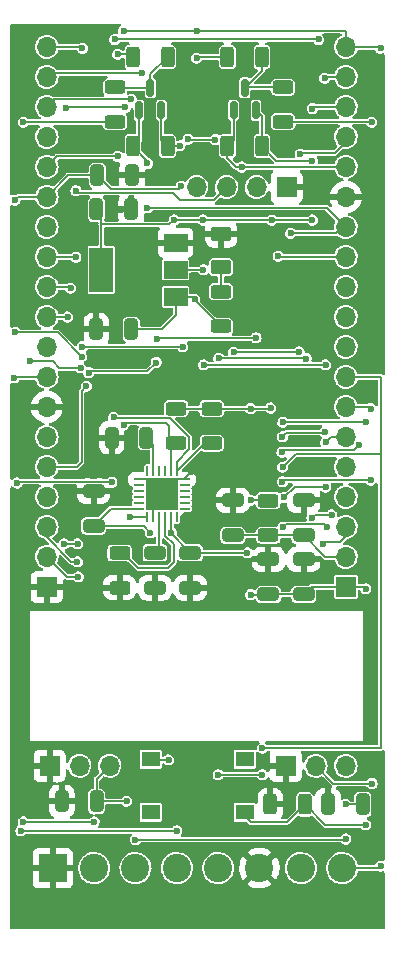
<source format=gbl>
G04 #@! TF.GenerationSoftware,KiCad,Pcbnew,(6.0.1-0)*
G04 #@! TF.CreationDate,2022-02-14T15:17:06-08:00*
G04 #@! TF.ProjectId,lamp,6c616d70-2e6b-4696-9361-645f70636258,rev?*
G04 #@! TF.SameCoordinates,Original*
G04 #@! TF.FileFunction,Copper,L2,Bot*
G04 #@! TF.FilePolarity,Positive*
%FSLAX46Y46*%
G04 Gerber Fmt 4.6, Leading zero omitted, Abs format (unit mm)*
G04 Created by KiCad (PCBNEW (6.0.1-0)) date 2022-02-14 15:17:06*
%MOMM*%
%LPD*%
G01*
G04 APERTURE LIST*
G04 Aperture macros list*
%AMRoundRect*
0 Rectangle with rounded corners*
0 $1 Rounding radius*
0 $2 $3 $4 $5 $6 $7 $8 $9 X,Y pos of 4 corners*
0 Add a 4 corners polygon primitive as box body*
4,1,4,$2,$3,$4,$5,$6,$7,$8,$9,$2,$3,0*
0 Add four circle primitives for the rounded corners*
1,1,$1+$1,$2,$3*
1,1,$1+$1,$4,$5*
1,1,$1+$1,$6,$7*
1,1,$1+$1,$8,$9*
0 Add four rect primitives between the rounded corners*
20,1,$1+$1,$2,$3,$4,$5,0*
20,1,$1+$1,$4,$5,$6,$7,0*
20,1,$1+$1,$6,$7,$8,$9,0*
20,1,$1+$1,$8,$9,$2,$3,0*%
G04 Aperture macros list end*
G04 #@! TA.AperFunction,ComponentPad*
%ADD10R,2.400000X2.400000*%
G04 #@! TD*
G04 #@! TA.AperFunction,ComponentPad*
%ADD11C,2.400000*%
G04 #@! TD*
G04 #@! TA.AperFunction,ComponentPad*
%ADD12R,1.700000X1.700000*%
G04 #@! TD*
G04 #@! TA.AperFunction,ComponentPad*
%ADD13O,1.700000X1.700000*%
G04 #@! TD*
G04 #@! TA.AperFunction,SMDPad,CuDef*
%ADD14RoundRect,0.250000X0.650000X-0.325000X0.650000X0.325000X-0.650000X0.325000X-0.650000X-0.325000X0*%
G04 #@! TD*
G04 #@! TA.AperFunction,SMDPad,CuDef*
%ADD15R,1.550000X1.300000*%
G04 #@! TD*
G04 #@! TA.AperFunction,SMDPad,CuDef*
%ADD16RoundRect,0.062500X0.350000X0.062500X-0.350000X0.062500X-0.350000X-0.062500X0.350000X-0.062500X0*%
G04 #@! TD*
G04 #@! TA.AperFunction,SMDPad,CuDef*
%ADD17RoundRect,0.062500X0.062500X0.350000X-0.062500X0.350000X-0.062500X-0.350000X0.062500X-0.350000X0*%
G04 #@! TD*
G04 #@! TA.AperFunction,SMDPad,CuDef*
%ADD18R,2.700000X2.700000*%
G04 #@! TD*
G04 #@! TA.AperFunction,SMDPad,CuDef*
%ADD19RoundRect,0.250000X0.325000X0.650000X-0.325000X0.650000X-0.325000X-0.650000X0.325000X-0.650000X0*%
G04 #@! TD*
G04 #@! TA.AperFunction,SMDPad,CuDef*
%ADD20RoundRect,0.250000X-0.625000X0.312500X-0.625000X-0.312500X0.625000X-0.312500X0.625000X0.312500X0*%
G04 #@! TD*
G04 #@! TA.AperFunction,SMDPad,CuDef*
%ADD21RoundRect,0.250000X-0.650000X0.325000X-0.650000X-0.325000X0.650000X-0.325000X0.650000X0.325000X0*%
G04 #@! TD*
G04 #@! TA.AperFunction,SMDPad,CuDef*
%ADD22RoundRect,0.250000X-0.312500X-0.625000X0.312500X-0.625000X0.312500X0.625000X-0.312500X0.625000X0*%
G04 #@! TD*
G04 #@! TA.AperFunction,SMDPad,CuDef*
%ADD23RoundRect,0.250000X0.625000X-0.312500X0.625000X0.312500X-0.625000X0.312500X-0.625000X-0.312500X0*%
G04 #@! TD*
G04 #@! TA.AperFunction,SMDPad,CuDef*
%ADD24RoundRect,0.250000X-0.325000X-0.650000X0.325000X-0.650000X0.325000X0.650000X-0.325000X0.650000X0*%
G04 #@! TD*
G04 #@! TA.AperFunction,SMDPad,CuDef*
%ADD25RoundRect,0.150000X0.150000X-0.587500X0.150000X0.587500X-0.150000X0.587500X-0.150000X-0.587500X0*%
G04 #@! TD*
G04 #@! TA.AperFunction,SMDPad,CuDef*
%ADD26R,2.000000X1.500000*%
G04 #@! TD*
G04 #@! TA.AperFunction,SMDPad,CuDef*
%ADD27R,2.000000X3.800000*%
G04 #@! TD*
G04 #@! TA.AperFunction,SMDPad,CuDef*
%ADD28RoundRect,0.250000X-0.625000X0.375000X-0.625000X-0.375000X0.625000X-0.375000X0.625000X0.375000X0*%
G04 #@! TD*
G04 #@! TA.AperFunction,SMDPad,CuDef*
%ADD29RoundRect,0.250000X0.312500X0.625000X-0.312500X0.625000X-0.312500X-0.625000X0.312500X-0.625000X0*%
G04 #@! TD*
G04 #@! TA.AperFunction,ViaPad*
%ADD30C,0.600000*%
G04 #@! TD*
G04 #@! TA.AperFunction,Conductor*
%ADD31C,0.152400*%
G04 #@! TD*
G04 APERTURE END LIST*
D10*
G04 #@! TO.P,J8,1,Pin_1*
G04 #@! TO.N,GND*
X137750000Y-116656150D03*
D11*
G04 #@! TO.P,J8,2,Pin_2*
G04 #@! TO.N,/LED1*
X141250000Y-116656150D03*
G04 #@! TO.P,J8,3,Pin_3*
G04 #@! TO.N,+5V*
X144750000Y-116656150D03*
G04 #@! TO.P,J8,4,Pin_4*
G04 #@! TO.N,/IO19*
X148250000Y-116656150D03*
G04 #@! TO.P,J8,5,Pin_5*
G04 #@! TO.N,/IO33*
X151750000Y-116656150D03*
G04 #@! TO.P,J8,6,Pin_6*
G04 #@! TO.N,GND*
X155250000Y-116656150D03*
G04 #@! TO.P,J8,7,Pin_7*
G04 #@! TO.N,/LED2*
X158750000Y-116656150D03*
G04 #@! TO.P,J8,8,Pin_8*
G04 #@! TO.N,+5V*
X162250000Y-116656150D03*
G04 #@! TD*
D12*
G04 #@! TO.P,J3,1,Pin_1*
G04 #@! TO.N,GND*
X137475000Y-108000000D03*
D13*
G04 #@! TO.P,J3,2,Pin_2*
G04 #@! TO.N,/LED1*
X140015000Y-108000000D03*
G04 #@! TO.P,J3,3,Pin_3*
G04 #@! TO.N,+5V*
X142555000Y-108000000D03*
G04 #@! TD*
D12*
G04 #@! TO.P,J1,1,Pin_1*
G04 #@! TO.N,GND*
X157475000Y-108000000D03*
D13*
G04 #@! TO.P,J1,2,Pin_2*
G04 #@! TO.N,/LED2*
X160015000Y-108000000D03*
G04 #@! TO.P,J1,3,Pin_3*
G04 #@! TO.N,+5V*
X162555000Y-108000000D03*
G04 #@! TD*
D14*
G04 #@! TO.P,C2,1*
G04 #@! TO.N,+3V3*
X156000000Y-93475000D03*
G04 #@! TO.P,C2,2*
G04 #@! TO.N,GND*
X156000000Y-90525000D03*
G04 #@! TD*
D15*
G04 #@! TO.P,SW1,1,1*
G04 #@! TO.N,+3V3*
X153998375Y-111945362D03*
X146038375Y-111945362D03*
G04 #@! TO.P,SW1,2,2*
G04 #@! TO.N,/IO19*
X146038375Y-107445362D03*
X153998375Y-107445362D03*
G04 #@! TD*
D16*
G04 #@! TO.P,U17,1,CLKIN*
G04 #@! TO.N,GND*
X148962500Y-83750000D03*
G04 #@! TO.P,U17,2,NC*
G04 #@! TO.N,unconnected-(U17-Pad2)*
X148962500Y-84250000D03*
G04 #@! TO.P,U17,3,NC*
G04 #@! TO.N,unconnected-(U17-Pad3)*
X148962500Y-84750000D03*
G04 #@! TO.P,U17,4,NC*
G04 #@! TO.N,unconnected-(U17-Pad4)*
X148962500Y-85250000D03*
G04 #@! TO.P,U17,5,NC*
G04 #@! TO.N,unconnected-(U17-Pad5)*
X148962500Y-85750000D03*
G04 #@! TO.P,U17,6,AUX_DA*
G04 #@! TO.N,/XDA*
X148962500Y-86250000D03*
D17*
G04 #@! TO.P,U17,7,AUX_CL*
G04 #@! TO.N,/XCL*
X148250000Y-86962500D03*
G04 #@! TO.P,U17,8,VLOGIC*
G04 #@! TO.N,+3V3*
X147750000Y-86962500D03*
G04 #@! TO.P,U17,9,AD0*
G04 #@! TO.N,/AD0*
X147250000Y-86962500D03*
G04 #@! TO.P,U17,10,REGOUT*
G04 #@! TO.N,Net-(C25-Pad1)*
X146750000Y-86962500D03*
G04 #@! TO.P,U17,11,FSYNC*
G04 #@! TO.N,GND*
X146250000Y-86962500D03*
G04 #@! TO.P,U17,12,INT*
G04 #@! TO.N,/IO4*
X145750000Y-86962500D03*
D16*
G04 #@! TO.P,U17,13,VDD*
G04 #@! TO.N,+3V3*
X145037500Y-86250000D03*
G04 #@! TO.P,U17,14,NC*
G04 #@! TO.N,unconnected-(U17-Pad14)*
X145037500Y-85750000D03*
G04 #@! TO.P,U17,15,NC*
G04 #@! TO.N,unconnected-(U17-Pad15)*
X145037500Y-85250000D03*
G04 #@! TO.P,U17,16,NC*
G04 #@! TO.N,unconnected-(U17-Pad16)*
X145037500Y-84750000D03*
G04 #@! TO.P,U17,17,NC*
G04 #@! TO.N,unconnected-(U17-Pad17)*
X145037500Y-84250000D03*
G04 #@! TO.P,U17,18,GND*
G04 #@! TO.N,GND*
X145037500Y-83750000D03*
D17*
G04 #@! TO.P,U17,19,RESV*
G04 #@! TO.N,unconnected-(U17-Pad19)*
X145750000Y-83037500D03*
G04 #@! TO.P,U17,20,CPOUT*
G04 #@! TO.N,Net-(C26-Pad1)*
X146250000Y-83037500D03*
G04 #@! TO.P,U17,21,RESV*
G04 #@! TO.N,unconnected-(U17-Pad21)*
X146750000Y-83037500D03*
G04 #@! TO.P,U17,22,RESV*
G04 #@! TO.N,unconnected-(U17-Pad22)*
X147250000Y-83037500D03*
G04 #@! TO.P,U17,23,SCL*
G04 #@! TO.N,/IO22*
X147750000Y-83037500D03*
G04 #@! TO.P,U17,24,SDA*
G04 #@! TO.N,/IO21*
X148250000Y-83037500D03*
D18*
G04 #@! TO.P,U17,25,GNDPLANE*
G04 #@! TO.N,GND*
X147000000Y-85000000D03*
G04 #@! TD*
D19*
G04 #@! TO.P,C9,1*
G04 #@! TO.N,+5V*
X164001135Y-111269116D03*
G04 #@! TO.P,C9,2*
G04 #@! TO.N,GND*
X161051135Y-111269116D03*
G04 #@! TD*
D12*
G04 #@! TO.P,J4,1,Pin_1*
G04 #@! TO.N,+3V3*
X162560000Y-92850000D03*
D13*
G04 #@! TO.P,J4,2,Pin_2*
G04 #@! TO.N,/en*
X162560000Y-90310000D03*
G04 #@! TO.P,J4,3,Pin_3*
G04 #@! TO.N,/SENSOR_VP*
X162560000Y-87770000D03*
G04 #@! TO.P,J4,4,Pin_4*
G04 #@! TO.N,/SENSOR_VN*
X162560000Y-85230000D03*
G04 #@! TO.P,J4,5,Pin_5*
G04 #@! TO.N,/IO34*
X162560000Y-82690000D03*
G04 #@! TO.P,J4,6,Pin_6*
G04 #@! TO.N,/IO35*
X162560000Y-80150000D03*
G04 #@! TO.P,J4,7,Pin_7*
G04 #@! TO.N,/IO32*
X162560000Y-77610000D03*
G04 #@! TO.P,J4,8,Pin_8*
G04 #@! TO.N,/IO33*
X162560000Y-75070000D03*
G04 #@! TO.P,J4,9,Pin_9*
G04 #@! TO.N,/IO25*
X162560000Y-72530000D03*
G04 #@! TO.P,J4,10,Pin_10*
G04 #@! TO.N,/IO26*
X162560000Y-69990000D03*
G04 #@! TO.P,J4,11,Pin_11*
G04 #@! TO.N,/IO27*
X162560000Y-67450000D03*
G04 #@! TO.P,J4,12,Pin_12*
G04 #@! TO.N,/IO14*
X162560000Y-64910000D03*
G04 #@! TO.P,J4,13,Pin_13*
G04 #@! TO.N,/IO12*
X162560000Y-62370000D03*
G04 #@! TO.P,J4,14,Pin_14*
G04 #@! TO.N,GND*
X162560000Y-59830000D03*
G04 #@! TO.P,J4,15,Pin_15*
G04 #@! TO.N,/IO13*
X162560000Y-57290000D03*
G04 #@! TO.P,J4,16,Pin_16*
G04 #@! TO.N,/SHD{slash}SD2*
X162560000Y-54750000D03*
G04 #@! TO.P,J4,17,Pin_17*
G04 #@! TO.N,/SWP{slash}SD3*
X162560000Y-52210000D03*
G04 #@! TO.P,J4,18,Pin_18*
G04 #@! TO.N,/SCS{slash}CMD*
X162560000Y-49670000D03*
G04 #@! TO.P,J4,19,Pin_19*
G04 #@! TO.N,+5V*
X162560000Y-47130000D03*
G04 #@! TD*
D14*
G04 #@! TO.P,C6,1*
G04 #@! TO.N,/en*
X153000000Y-88475000D03*
G04 #@! TO.P,C6,2*
G04 #@! TO.N,GND*
X153000000Y-85525000D03*
G04 #@! TD*
D20*
G04 #@! TO.P,R1,1*
G04 #@! TO.N,+3V3*
X156000000Y-85537500D03*
G04 #@! TO.P,R1,2*
G04 #@! TO.N,/en*
X156000000Y-88462500D03*
G04 #@! TD*
D21*
G04 #@! TO.P,C25,1*
G04 #@! TO.N,Net-(C25-Pad1)*
X146400000Y-89970000D03*
G04 #@! TO.P,C25,2*
G04 #@! TO.N,GND*
X146400000Y-92920000D03*
G04 #@! TD*
D14*
G04 #@! TO.P,C3,1*
G04 #@! TO.N,+3V3*
X159000000Y-93475000D03*
G04 #@! TO.P,C3,2*
G04 #@! TO.N,GND*
X159000000Y-90525000D03*
G04 #@! TD*
G04 #@! TO.P,C1,1*
G04 #@! TO.N,/en*
X159000000Y-88475000D03*
G04 #@! TO.P,C1,2*
G04 #@! TO.N,GND*
X159000000Y-85525000D03*
G04 #@! TD*
D22*
G04 #@! TO.P,R14,1*
G04 #@! TO.N,GND*
X156159960Y-111269116D03*
G04 #@! TO.P,R14,2*
G04 #@! TO.N,+3V3*
X159084960Y-111269116D03*
G04 #@! TD*
D23*
G04 #@! TO.P,R2,1*
G04 #@! TO.N,+5V*
X152000000Y-70787500D03*
G04 #@! TO.P,R2,2*
G04 #@! TO.N,Net-(D1-Pad2)*
X152000000Y-67862500D03*
G04 #@! TD*
D12*
G04 #@! TO.P,J2,1,Pin_1*
G04 #@! TO.N,GND*
X157540000Y-59000000D03*
D13*
G04 #@! TO.P,J2,2,Pin_2*
G04 #@! TO.N,/RXD0{slash}IO3*
X155000000Y-59000000D03*
G04 #@! TO.P,J2,3,Pin_3*
G04 #@! TO.N,/TXD0{slash}IO1*
X152460000Y-59000000D03*
G04 #@! TO.P,J2,4,Pin_4*
G04 #@! TO.N,+5V*
X149920000Y-59000000D03*
G04 #@! TD*
D22*
G04 #@! TO.P,R6,1*
G04 #@! TO.N,+5V*
X144537500Y-48000000D03*
G04 #@! TO.P,R6,2*
G04 #@! TO.N,/LLH1*
X147462500Y-48000000D03*
G04 #@! TD*
D19*
G04 #@! TO.P,C8,1*
G04 #@! TO.N,+5V*
X141454774Y-111000000D03*
G04 #@! TO.P,C8,2*
G04 #@! TO.N,GND*
X138504774Y-111000000D03*
G04 #@! TD*
D24*
G04 #@! TO.P,C7,1*
G04 #@! TO.N,/IO0*
X141525000Y-58000000D03*
G04 #@! TO.P,C7,2*
G04 #@! TO.N,GND*
X144475000Y-58000000D03*
G04 #@! TD*
D25*
G04 #@! TO.P,Q2,1,G*
G04 #@! TO.N,+3V3*
X154950000Y-52475000D03*
G04 #@! TO.P,Q2,2,S*
G04 #@! TO.N,/IO13*
X153050000Y-52475000D03*
G04 #@! TO.P,Q2,3,D*
G04 #@! TO.N,/LLH2*
X154000000Y-50600000D03*
G04 #@! TD*
D26*
G04 #@! TO.P,U2,1,GND*
G04 #@! TO.N,GND*
X148150000Y-63700000D03*
G04 #@! TO.P,U2,2,VO*
G04 #@! TO.N,+3V3*
X148150000Y-66000000D03*
D27*
X141850000Y-66000000D03*
D26*
G04 #@! TO.P,U2,3,VI*
G04 #@! TO.N,+5V*
X148150000Y-68300000D03*
G04 #@! TD*
D20*
G04 #@! TO.P,R26,1*
G04 #@! TO.N,+3V3*
X151200000Y-77757500D03*
G04 #@! TO.P,R26,2*
G04 #@! TO.N,/IO21*
X151200000Y-80682500D03*
G04 #@! TD*
D24*
G04 #@! TO.P,C5,1*
G04 #@! TO.N,+3V3*
X141440418Y-60879812D03*
G04 #@! TO.P,C5,2*
G04 #@! TO.N,GND*
X144390418Y-60879812D03*
G04 #@! TD*
D22*
G04 #@! TO.P,R7,1*
G04 #@! TO.N,+5V*
X152537500Y-48000000D03*
G04 #@! TO.P,R7,2*
G04 #@! TO.N,/LLH2*
X155462500Y-48000000D03*
G04 #@! TD*
D23*
G04 #@! TO.P,R8,1*
G04 #@! TO.N,/LED1*
X143000000Y-53462500D03*
G04 #@! TO.P,R8,2*
G04 #@! TO.N,/LLH1*
X143000000Y-50537500D03*
G04 #@! TD*
D20*
G04 #@! TO.P,R25,1*
G04 #@! TO.N,+3V3*
X148200000Y-77757500D03*
G04 #@! TO.P,R25,2*
G04 #@! TO.N,/IO22*
X148200000Y-80682500D03*
G04 #@! TD*
D23*
G04 #@! TO.P,R9,1*
G04 #@! TO.N,/LED2*
X157250000Y-53462500D03*
G04 #@! TO.P,R9,2*
G04 #@! TO.N,/LLH2*
X157250000Y-50537500D03*
G04 #@! TD*
D25*
G04 #@! TO.P,Q1,1,G*
G04 #@! TO.N,+3V3*
X146950000Y-52475000D03*
G04 #@! TO.P,Q1,2,S*
G04 #@! TO.N,/IO12*
X145050000Y-52475000D03*
G04 #@! TO.P,Q1,3,D*
G04 #@! TO.N,/LLH1*
X146000000Y-50600000D03*
G04 #@! TD*
D28*
G04 #@! TO.P,D1,1,K*
G04 #@! TO.N,GND*
X152000000Y-62982500D03*
G04 #@! TO.P,D1,2,A*
G04 #@! TO.N,Net-(D1-Pad2)*
X152000000Y-65782500D03*
G04 #@! TD*
D19*
G04 #@! TO.P,C4,1*
G04 #@! TO.N,+5V*
X144390418Y-71039812D03*
G04 #@! TO.P,C4,2*
G04 #@! TO.N,GND*
X141440418Y-71039812D03*
G04 #@! TD*
D21*
G04 #@! TO.P,C23,1*
G04 #@! TO.N,GND*
X141200000Y-84745000D03*
G04 #@! TO.P,C23,2*
G04 #@! TO.N,+3V3*
X141200000Y-87695000D03*
G04 #@! TD*
D20*
G04 #@! TO.P,R27,1*
G04 #@! TO.N,/AD0*
X143400000Y-89982500D03*
G04 #@! TO.P,R27,2*
G04 #@! TO.N,GND*
X143400000Y-92907500D03*
G04 #@! TD*
D29*
G04 #@! TO.P,R5,1*
G04 #@! TO.N,+3V3*
X155462500Y-55537500D03*
G04 #@! TO.P,R5,2*
G04 #@! TO.N,/IO13*
X152537500Y-55537500D03*
G04 #@! TD*
D14*
G04 #@! TO.P,C24,1*
G04 #@! TO.N,GND*
X149400000Y-92920000D03*
G04 #@! TO.P,C24,2*
G04 #@! TO.N,+3V3*
X149400000Y-89970000D03*
G04 #@! TD*
D19*
G04 #@! TO.P,C26,1*
G04 #@! TO.N,Net-(C26-Pad1)*
X145675000Y-80220000D03*
G04 #@! TO.P,C26,2*
G04 #@! TO.N,GND*
X142725000Y-80220000D03*
G04 #@! TD*
D29*
G04 #@! TO.P,R4,1*
G04 #@! TO.N,+3V3*
X147462500Y-55537500D03*
G04 #@! TO.P,R4,2*
G04 #@! TO.N,/IO12*
X144537500Y-55537500D03*
G04 #@! TD*
D12*
G04 #@! TO.P,J5,1,Pin_1*
G04 #@! TO.N,GND*
X137239556Y-92850000D03*
D13*
G04 #@! TO.P,J5,2,Pin_2*
G04 #@! TO.N,/IO23*
X137239556Y-90310000D03*
G04 #@! TO.P,J5,3,Pin_3*
G04 #@! TO.N,/IO22*
X137239556Y-87770000D03*
G04 #@! TO.P,J5,4,Pin_4*
G04 #@! TO.N,/TXD0{slash}IO1*
X137239556Y-85230000D03*
G04 #@! TO.P,J5,5,Pin_5*
G04 #@! TO.N,/RXD0{slash}IO3*
X137239556Y-82690000D03*
G04 #@! TO.P,J5,6,Pin_6*
G04 #@! TO.N,/IO21*
X137239556Y-80150000D03*
G04 #@! TO.P,J5,7,Pin_7*
G04 #@! TO.N,GND*
X137239556Y-77610000D03*
G04 #@! TO.P,J5,8,Pin_8*
G04 #@! TO.N,/IO19*
X137239556Y-75070000D03*
G04 #@! TO.P,J5,9,Pin_9*
G04 #@! TO.N,/IO18*
X137239556Y-72530000D03*
G04 #@! TO.P,J5,10,Pin_10*
G04 #@! TO.N,/IO5*
X137239556Y-69990000D03*
G04 #@! TO.P,J5,11,Pin_11*
G04 #@! TO.N,/IO17*
X137239556Y-67450000D03*
G04 #@! TO.P,J5,12,Pin_12*
G04 #@! TO.N,/IO16*
X137239556Y-64910000D03*
G04 #@! TO.P,J5,13,Pin_13*
G04 #@! TO.N,/IO4*
X137239556Y-62370000D03*
G04 #@! TO.P,J5,14,Pin_14*
G04 #@! TO.N,/IO0*
X137239556Y-59830000D03*
G04 #@! TO.P,J5,15,Pin_15*
G04 #@! TO.N,/IO2*
X137239556Y-57290000D03*
G04 #@! TO.P,J5,16,Pin_16*
G04 #@! TO.N,/IO15*
X137239556Y-54750000D03*
G04 #@! TO.P,J5,17,Pin_17*
G04 #@! TO.N,/SDI{slash}SD1*
X137239556Y-52210000D03*
G04 #@! TO.P,J5,18,Pin_18*
G04 #@! TO.N,/SDO{slash}SD0*
X137239556Y-49670000D03*
G04 #@! TO.P,J5,19,Pin_19*
G04 #@! TO.N,/SCK{slash}CLK*
X137239556Y-47130000D03*
G04 #@! TD*
D30*
G04 #@! TO.N,+3V3*
X154220000Y-89970000D03*
X154500000Y-85500000D03*
X159718100Y-61781900D03*
X148500000Y-55500000D03*
X147781900Y-88250000D03*
X164250000Y-93000000D03*
X156300000Y-61800000D03*
X148031900Y-61781900D03*
X164250000Y-113000000D03*
X154500000Y-77750000D03*
X146000000Y-88250000D03*
X159718100Y-56750000D03*
X150500000Y-66000000D03*
X154500000Y-93500000D03*
X150468100Y-61781900D03*
X156200000Y-77700000D03*
G04 #@! TO.N,/IO12*
X157900000Y-62900000D03*
X145750000Y-57000000D03*
X145750000Y-60750000D03*
G04 #@! TO.N,/IO13*
X153750000Y-57300000D03*
G04 #@! TO.N,GND*
X142950000Y-58050000D03*
X143550000Y-60900000D03*
X149450000Y-83150000D03*
G04 #@! TO.N,/en*
X143000000Y-46500000D03*
X160250000Y-46500000D03*
G04 #@! TO.N,/SENSOR_VP*
X160600000Y-89250000D03*
G04 #@! TO.N,/SENSOR_VN*
X157250138Y-87797441D03*
X161000000Y-87800000D03*
G04 #@! TO.N,/IO34*
X159700000Y-86998100D03*
X161350000Y-86750000D03*
G04 #@! TO.N,/IO35*
X157338945Y-85277779D03*
X160850000Y-84400000D03*
X160850000Y-80600000D03*
G04 #@! TO.N,/IO32*
X164656180Y-77750000D03*
X157193272Y-83963780D03*
X164656180Y-83800000D03*
G04 #@! TO.N,/IO33*
X157209271Y-82701368D03*
X155500000Y-108750000D03*
X151750000Y-108750000D03*
X155500000Y-106500000D03*
G04 #@! TO.N,/IO25*
X157150000Y-81450000D03*
X163664011Y-80840007D03*
G04 #@! TO.N,/IO26*
X160781900Y-79750000D03*
X157175354Y-80144339D03*
G04 #@! TO.N,/IO27*
X164271900Y-78850000D03*
X157230360Y-78900235D03*
G04 #@! TO.N,/IO14*
X156831900Y-64850000D03*
G04 #@! TO.N,/SHD{slash}SD2*
X153050000Y-72968100D03*
X158693551Y-56206900D03*
X158600000Y-72950000D03*
G04 #@! TO.N,/SWP{slash}SD3*
X151800000Y-73500000D03*
X159718100Y-52350000D03*
X159200000Y-73518100D03*
G04 #@! TO.N,/SCS{slash}CMD*
X160781900Y-49781900D03*
X160850000Y-74050000D03*
X150529908Y-74050000D03*
G04 #@! TO.N,/SCK{slash}CLK*
X148750000Y-72500000D03*
X140250000Y-47250000D03*
X140250000Y-72500000D03*
G04 #@! TO.N,/SDO{slash}SD0*
X145300000Y-49350000D03*
G04 #@! TO.N,/SDI{slash}SD1*
X144382453Y-51580206D03*
G04 #@! TO.N,/IO15*
X143900000Y-52250000D03*
X138850000Y-52300000D03*
G04 #@! TO.N,/IO2*
X143250000Y-56400000D03*
G04 #@! TO.N,/IO0*
X151520000Y-54980000D03*
X134550000Y-71300000D03*
X148619190Y-58946688D03*
X149200000Y-54950000D03*
X140200000Y-73350000D03*
X134550000Y-60100000D03*
G04 #@! TO.N,/IO4*
X144262500Y-86962500D03*
X140105740Y-74300000D03*
X135781900Y-73750000D03*
G04 #@! TO.N,/IO16*
X139700000Y-64950000D03*
G04 #@! TO.N,/IO17*
X139250000Y-67550000D03*
G04 #@! TO.N,/IO5*
X139000000Y-70000000D03*
G04 #@! TO.N,/IO19*
X134718100Y-84050000D03*
X142750000Y-84000000D03*
X148250000Y-113500000D03*
X134500000Y-75150000D03*
X147550000Y-107500000D03*
X135050000Y-113500000D03*
G04 #@! TO.N,/IO21*
X142900000Y-78500000D03*
G04 #@! TO.N,/RXD0{slash}IO3*
X146500000Y-73850000D03*
X146550000Y-71900000D03*
X140801576Y-74698424D03*
X154950000Y-71750000D03*
X140600000Y-75857454D03*
G04 #@! TO.N,/TXD0{slash}IO1*
X139718100Y-59300000D03*
X139850000Y-89200000D03*
X138700000Y-89200000D03*
G04 #@! TO.N,/IO22*
X139820644Y-90729356D03*
X143750000Y-79100000D03*
G04 #@! TO.N,/IO23*
X139900000Y-92000000D03*
G04 #@! TO.N,+5V*
X165500000Y-116500000D03*
X162555000Y-114195000D03*
X149750000Y-68500000D03*
X143750000Y-45750000D03*
X165500000Y-47250000D03*
X144750000Y-114250000D03*
X143250000Y-47750000D03*
X149920000Y-48080000D03*
X162550000Y-111250000D03*
X144000000Y-111000000D03*
X150000000Y-45750000D03*
G04 #@! TO.N,/LED2*
X164781900Y-109500000D03*
X164750000Y-53500000D03*
G04 #@! TO.N,/LED1*
X135250000Y-112750000D03*
X141250000Y-112750000D03*
X135250000Y-53500000D03*
G04 #@! TD*
D31*
G04 #@! TO.N,+3V3*
X154500000Y-77750000D02*
X151207500Y-77750000D01*
X147970337Y-61781900D02*
X147602237Y-62150000D01*
X148462500Y-55537500D02*
X148500000Y-55500000D01*
X151200000Y-77757500D02*
X148200000Y-77757500D01*
X141440418Y-60879812D02*
X141850000Y-61289394D01*
X151207500Y-77750000D02*
X151200000Y-77757500D01*
X155962500Y-85500000D02*
X156000000Y-85537500D01*
X159000000Y-93475000D02*
X156000000Y-93475000D01*
X159625000Y-92850000D02*
X159000000Y-93475000D01*
X142645000Y-86250000D02*
X141200000Y-87695000D01*
X156300000Y-61800000D02*
X156318100Y-61781900D01*
X149400000Y-89970000D02*
X147750000Y-88320000D01*
X154950000Y-52475000D02*
X155462500Y-52987500D01*
X145445000Y-87695000D02*
X146000000Y-88250000D01*
X146950000Y-52475000D02*
X146950000Y-55025000D01*
X147602237Y-62150000D02*
X141850000Y-62150000D01*
X141200000Y-87695000D02*
X145445000Y-87695000D01*
X164250000Y-113000000D02*
X160815844Y-113000000D01*
X150468100Y-61781900D02*
X148031900Y-61781900D01*
X148150000Y-66000000D02*
X150500000Y-66000000D01*
X160815844Y-113000000D02*
X159084960Y-111269116D01*
X156300000Y-61800000D02*
X156281900Y-61781900D01*
X154500000Y-112750000D02*
X153998375Y-112248375D01*
X145037500Y-86250000D02*
X142645000Y-86250000D01*
X154500000Y-93500000D02*
X155975000Y-93500000D01*
X141850000Y-62150000D02*
X141850000Y-66000000D01*
X148031900Y-61781900D02*
X147970337Y-61781900D01*
X159718100Y-56750000D02*
X156675000Y-56750000D01*
X155975000Y-93500000D02*
X156000000Y-93475000D01*
X156281900Y-61781900D02*
X150468100Y-61781900D01*
X159084960Y-111269116D02*
X157604076Y-112750000D01*
X164100000Y-92850000D02*
X162560000Y-92850000D01*
X156675000Y-56750000D02*
X155462500Y-55537500D01*
X157604076Y-112750000D02*
X154500000Y-112750000D01*
X154500000Y-85500000D02*
X155962500Y-85500000D01*
X164250000Y-93000000D02*
X164100000Y-92850000D01*
X156318100Y-61781900D02*
X159718100Y-61781900D01*
X155462500Y-52987500D02*
X155462500Y-55537500D01*
X162560000Y-92850000D02*
X159625000Y-92850000D01*
X149400000Y-89970000D02*
X154220000Y-89970000D01*
X147462500Y-55537500D02*
X148462500Y-55537500D01*
X153998375Y-112248375D02*
X153998375Y-111945362D01*
X154500000Y-77750000D02*
X156150000Y-77750000D01*
X156150000Y-77750000D02*
X156200000Y-77700000D01*
X147750000Y-88320000D02*
X147750000Y-86962500D01*
X146950000Y-55025000D02*
X147462500Y-55537500D01*
X141850000Y-61289394D02*
X141850000Y-62150000D01*
G04 #@! TO.N,/IO12*
X162560000Y-62370000D02*
X162230000Y-62370000D01*
X145050000Y-55025000D02*
X145050000Y-52475000D01*
X162230000Y-62370000D02*
X161700000Y-62900000D01*
X160940000Y-60750000D02*
X145750000Y-60750000D01*
X144537500Y-55537500D02*
X145050000Y-55025000D01*
X157900000Y-62900000D02*
X161700000Y-62900000D01*
X145750000Y-57000000D02*
X145750000Y-56750000D01*
X162560000Y-62370000D02*
X160940000Y-60750000D01*
X145750000Y-56750000D02*
X144537500Y-55537500D01*
G04 #@! TO.N,/LLH1*
X146000000Y-49462500D02*
X146000000Y-50600000D01*
X143062500Y-50600000D02*
X146000000Y-50600000D01*
X143000000Y-50537500D02*
X143062500Y-50600000D01*
X147462500Y-48000000D02*
X146000000Y-49462500D01*
G04 #@! TO.N,/IO13*
X152537500Y-55537500D02*
X153050000Y-55025000D01*
X153050000Y-55025000D02*
X153050000Y-52475000D01*
X152537500Y-56537500D02*
X152537500Y-55537500D01*
X153290000Y-57290000D02*
X152537500Y-56537500D01*
X162560000Y-57290000D02*
X153290000Y-57290000D01*
G04 #@! TO.N,/LLH2*
X154000000Y-50600000D02*
X155462500Y-49137500D01*
X157250000Y-50537500D02*
X154062500Y-50537500D01*
X155462500Y-49137500D02*
X155462500Y-48000000D01*
G04 #@! TO.N,GND*
X148962500Y-83750000D02*
X148962500Y-83637500D01*
X146250000Y-85750000D02*
X147000000Y-85000000D01*
X148962500Y-83750000D02*
X148250000Y-83750000D01*
X148962500Y-83637500D02*
X149450000Y-83150000D01*
X145037500Y-83750000D02*
X145750000Y-83750000D01*
X145750000Y-83750000D02*
X147000000Y-85000000D01*
X144475000Y-58000000D02*
X143000000Y-58000000D01*
X148250000Y-83750000D02*
X147000000Y-85000000D01*
X146250000Y-86962500D02*
X146250000Y-85750000D01*
X143000000Y-58000000D02*
X142950000Y-58050000D01*
G04 #@! TO.N,/en*
X159000000Y-88475000D02*
X158987500Y-88462500D01*
X155987500Y-88475000D02*
X153000000Y-88475000D01*
X158987500Y-88462500D02*
X156000000Y-88462500D01*
X160250000Y-46500000D02*
X143000000Y-46500000D01*
X160835000Y-90310000D02*
X159000000Y-88475000D01*
X156000000Y-88462500D02*
X155987500Y-88475000D01*
X162560000Y-90310000D02*
X160835000Y-90310000D01*
G04 #@! TO.N,/SENSOR_VP*
X162050000Y-89050000D02*
X162560000Y-88540000D01*
X160800000Y-89050000D02*
X162050000Y-89050000D01*
X162560000Y-88540000D02*
X162560000Y-87770000D01*
X160600000Y-89250000D02*
X160800000Y-89050000D01*
G04 #@! TO.N,/SENSOR_VN*
X157497579Y-87550000D02*
X160750000Y-87550000D01*
X160750000Y-87550000D02*
X161000000Y-87800000D01*
X157250138Y-87797441D02*
X157497579Y-87550000D01*
G04 #@! TO.N,/IO34*
X159700000Y-86998100D02*
X159948100Y-86750000D01*
X159948100Y-86750000D02*
X161350000Y-86750000D01*
G04 #@! TO.N,/IO35*
X161300000Y-80150000D02*
X160850000Y-80600000D01*
X157338945Y-85277779D02*
X158266724Y-84350000D01*
X158266724Y-84350000D02*
X160800000Y-84350000D01*
X162560000Y-80150000D02*
X161300000Y-80150000D01*
X160800000Y-84350000D02*
X160850000Y-84400000D01*
G04 #@! TO.N,/IO32*
X157193272Y-83963780D02*
X157357052Y-83800000D01*
X157357052Y-83800000D02*
X164656180Y-83800000D01*
X164516180Y-77610000D02*
X162560000Y-77610000D01*
X164656180Y-77750000D02*
X164516180Y-77610000D01*
G04 #@! TO.N,/IO33*
X165430000Y-75070000D02*
X165450000Y-75050000D01*
X165500000Y-106500000D02*
X155500000Y-106500000D01*
X157209271Y-82701368D02*
X158302550Y-81608089D01*
X151750000Y-108750000D02*
X155500000Y-108750000D01*
X165450000Y-75050000D02*
X165500000Y-75100000D01*
X165450000Y-81600000D02*
X165500000Y-81650000D01*
X158302550Y-81608089D02*
X165441911Y-81608089D01*
X165500000Y-75100000D02*
X165500000Y-81650000D01*
X162560000Y-75070000D02*
X165430000Y-75070000D01*
X165500000Y-81650000D02*
X165500000Y-106500000D01*
X165441911Y-81608089D02*
X165450000Y-81600000D01*
G04 #@! TO.N,/IO25*
X157150000Y-81450000D02*
X157350000Y-81250000D01*
X163254018Y-81250000D02*
X163664011Y-80840007D01*
X157350000Y-81250000D02*
X163254018Y-81250000D01*
G04 #@! TO.N,/IO26*
X160731900Y-79800000D02*
X160781900Y-79750000D01*
X157519693Y-79800000D02*
X160731900Y-79800000D01*
X157175354Y-80144339D02*
X157519693Y-79800000D01*
G04 #@! TO.N,/IO27*
X157230360Y-78900235D02*
X157230595Y-78900000D01*
X157230595Y-78900000D02*
X164221900Y-78900000D01*
X164221900Y-78900000D02*
X164271900Y-78850000D01*
G04 #@! TO.N,/IO14*
X156831900Y-64850000D02*
X156891900Y-64910000D01*
X156891900Y-64910000D02*
X162560000Y-64910000D01*
G04 #@! TO.N,/SHD{slash}SD2*
X153050000Y-72968100D02*
X158581900Y-72968100D01*
X162560000Y-55190000D02*
X162560000Y-54750000D01*
X158581900Y-72968100D02*
X158600000Y-72950000D01*
X158693551Y-56206900D02*
X158800451Y-56100000D01*
X161650000Y-56100000D02*
X162560000Y-55190000D01*
X158800451Y-56100000D02*
X161650000Y-56100000D01*
G04 #@! TO.N,/SWP{slash}SD3*
X151800000Y-73500000D02*
X159181900Y-73500000D01*
X159718100Y-52350000D02*
X159858100Y-52210000D01*
X159181900Y-73500000D02*
X159200000Y-73518100D01*
X159858100Y-52210000D02*
X162560000Y-52210000D01*
G04 #@! TO.N,/SCS{slash}CMD*
X160781900Y-49781900D02*
X160893800Y-49670000D01*
X160893800Y-49670000D02*
X162560000Y-49670000D01*
X160850000Y-74050000D02*
X150529908Y-74050000D01*
G04 #@! TO.N,/SCK{slash}CLK*
X140250000Y-47250000D02*
X140130000Y-47130000D01*
X140130000Y-47130000D02*
X137239556Y-47130000D01*
X148750000Y-72500000D02*
X140250000Y-72500000D01*
G04 #@! TO.N,/SDO{slash}SD0*
X137559556Y-49350000D02*
X137239556Y-49670000D01*
X145300000Y-49350000D02*
X137559556Y-49350000D01*
G04 #@! TO.N,/SDI{slash}SD1*
X144382453Y-51580206D02*
X137869350Y-51580206D01*
X137869350Y-51580206D02*
X137239556Y-52210000D01*
G04 #@! TO.N,/IO15*
X138900000Y-52250000D02*
X138850000Y-52300000D01*
X143900000Y-52250000D02*
X138900000Y-52250000D01*
G04 #@! TO.N,/IO2*
X143250000Y-56400000D02*
X138129556Y-56400000D01*
X138129556Y-56400000D02*
X137239556Y-57290000D01*
G04 #@! TO.N,/IO0*
X140200000Y-73350000D02*
X138150000Y-71300000D01*
X139069556Y-58000000D02*
X137239556Y-59830000D01*
X134550000Y-60100000D02*
X134820000Y-59830000D01*
X151520000Y-54980000D02*
X149230000Y-54980000D01*
X148619190Y-58946688D02*
X148415878Y-59150000D01*
X148415878Y-59150000D02*
X142675000Y-59150000D01*
X141525000Y-58000000D02*
X139069556Y-58000000D01*
X142675000Y-59150000D02*
X141525000Y-58000000D01*
X149230000Y-54980000D02*
X149200000Y-54950000D01*
X134820000Y-59830000D02*
X137239556Y-59830000D01*
X138150000Y-71300000D02*
X134550000Y-71300000D01*
G04 #@! TO.N,/IO4*
X138300000Y-74300000D02*
X137750000Y-73750000D01*
X137750000Y-73750000D02*
X135781900Y-73750000D01*
X140105740Y-74300000D02*
X138300000Y-74300000D01*
X145750000Y-86962500D02*
X144262500Y-86962500D01*
G04 #@! TO.N,/IO16*
X139700000Y-64950000D02*
X139660000Y-64910000D01*
X139660000Y-64910000D02*
X137239556Y-64910000D01*
G04 #@! TO.N,/IO17*
X139400000Y-67450000D02*
X137239556Y-67450000D01*
G04 #@! TO.N,/IO5*
X138990000Y-69990000D02*
X137239556Y-69990000D01*
X139000000Y-70000000D02*
X138990000Y-69990000D01*
G04 #@! TO.N,/IO19*
X148250000Y-113500000D02*
X135050000Y-113500000D01*
X134580000Y-75070000D02*
X137239556Y-75070000D01*
X134500000Y-75150000D02*
X134580000Y-75070000D01*
X142688080Y-83938080D02*
X142750000Y-84000000D01*
X134718100Y-84050000D02*
X134830020Y-83938080D01*
X134830020Y-83938080D02*
X142688080Y-83938080D01*
X146093013Y-107500000D02*
X146038375Y-107445362D01*
X147550000Y-107500000D02*
X146093013Y-107500000D01*
G04 #@! TO.N,/IO21*
X149306920Y-80170383D02*
X149306920Y-81194617D01*
X147688457Y-78551920D02*
X149306920Y-80170383D01*
X149306920Y-81194617D02*
X148250000Y-82251537D01*
X142950000Y-78550000D02*
X147373463Y-78550000D01*
X150605000Y-80682500D02*
X148250000Y-83037500D01*
X147373463Y-78550000D02*
X147375383Y-78551920D01*
X142900000Y-78500000D02*
X142950000Y-78550000D01*
X151200000Y-80682500D02*
X150605000Y-80682500D01*
X147375383Y-78551920D02*
X147688457Y-78551920D01*
X148250000Y-82251537D02*
X148250000Y-83037500D01*
G04 #@! TO.N,/RXD0{slash}IO3*
X145750000Y-74600000D02*
X140850000Y-74600000D01*
X140200000Y-76257454D02*
X140200000Y-82300000D01*
X154950000Y-71750000D02*
X154900000Y-71800000D01*
X146500000Y-73850000D02*
X145750000Y-74600000D01*
X140200000Y-82300000D02*
X139810000Y-82690000D01*
X154900000Y-71800000D02*
X146650000Y-71800000D01*
X139810000Y-82690000D02*
X137239556Y-82690000D01*
X146650000Y-71800000D02*
X146550000Y-71900000D01*
X140600000Y-75857454D02*
X140200000Y-76257454D01*
G04 #@! TO.N,/TXD0{slash}IO1*
X151400000Y-60060000D02*
X152460000Y-59000000D01*
X147908120Y-59458120D02*
X148550000Y-60100000D01*
X151400000Y-60100000D02*
X151400000Y-60060000D01*
X139850000Y-89200000D02*
X138700000Y-89200000D01*
X139718100Y-59300000D02*
X139876220Y-59458120D01*
X139876220Y-59458120D02*
X147908120Y-59458120D01*
X148550000Y-60100000D02*
X151400000Y-60100000D01*
G04 #@! TO.N,/IO22*
X143750000Y-79100000D02*
X143900000Y-78950000D01*
X143900000Y-78950000D02*
X147334315Y-78950000D01*
X147627574Y-79243259D02*
X147627574Y-80110074D01*
X139329356Y-90729356D02*
X137239556Y-88639556D01*
X147334315Y-78950000D02*
X147627574Y-79243259D01*
X137239556Y-88639556D02*
X137239556Y-87770000D01*
X139820644Y-90729356D02*
X139329356Y-90729356D01*
X148200000Y-80682500D02*
X147750000Y-81132500D01*
X147750000Y-81132500D02*
X147750000Y-83037500D01*
X147627574Y-80110074D02*
X148200000Y-80682500D01*
G04 #@! TO.N,/IO23*
X139900000Y-92000000D02*
X138929556Y-92000000D01*
X138929556Y-92000000D02*
X137239556Y-90310000D01*
G04 #@! TO.N,+5V*
X165343850Y-116656150D02*
X165500000Y-116500000D01*
X162250000Y-116656150D02*
X165343850Y-116656150D01*
X149512500Y-68300000D02*
X148150000Y-68300000D01*
X141454774Y-111000000D02*
X141454774Y-109100226D01*
X143250000Y-47750000D02*
X144287500Y-47750000D01*
X141454774Y-111000000D02*
X144000000Y-111000000D01*
X162569116Y-111269116D02*
X162550000Y-111250000D01*
X162560000Y-47130000D02*
X165380000Y-47130000D01*
X144750000Y-114250000D02*
X162500000Y-114250000D01*
X164001135Y-111269116D02*
X162569116Y-111269116D01*
X152000000Y-70787500D02*
X149512500Y-68300000D01*
X148150000Y-69850000D02*
X148150000Y-68300000D01*
X144287500Y-47750000D02*
X144537500Y-48000000D01*
X150000000Y-48000000D02*
X149920000Y-48080000D01*
X162560000Y-45810000D02*
X162560000Y-47130000D01*
X165380000Y-47130000D02*
X165500000Y-47250000D01*
X143750000Y-45750000D02*
X162500000Y-45750000D01*
X152537500Y-48000000D02*
X150000000Y-48000000D01*
X141454774Y-109100226D02*
X142555000Y-108000000D01*
X162500000Y-45750000D02*
X162560000Y-45810000D01*
X144390418Y-71039812D02*
X146960188Y-71039812D01*
X146960188Y-71039812D02*
X148150000Y-69850000D01*
X162500000Y-114250000D02*
X162555000Y-114195000D01*
G04 #@! TO.N,Net-(C25-Pad1)*
X146750000Y-89620000D02*
X146400000Y-89970000D01*
X146750000Y-86962500D02*
X146750000Y-89620000D01*
G04 #@! TO.N,Net-(C26-Pad1)*
X146250000Y-80795000D02*
X146250000Y-83037500D01*
X145675000Y-80220000D02*
X146250000Y-80795000D01*
G04 #@! TO.N,Net-(D1-Pad2)*
X152000000Y-65782500D02*
X152000000Y-67862500D01*
G04 #@! TO.N,/AD0*
X145000000Y-91250000D02*
X147500000Y-91250000D01*
X148000000Y-90750000D02*
X148000000Y-89250000D01*
X143400000Y-89982500D02*
X143732500Y-89982500D01*
X147500000Y-91250000D02*
X148000000Y-90750000D01*
X148000000Y-89250000D02*
X147250000Y-88500000D01*
X147250000Y-88500000D02*
X147250000Y-86962500D01*
X143732500Y-89982500D02*
X145000000Y-91250000D01*
G04 #@! TO.N,/LED2*
X157250000Y-53462500D02*
X164712500Y-53462500D01*
X161515000Y-109500000D02*
X160015000Y-108000000D01*
X164781900Y-109500000D02*
X161515000Y-109500000D01*
X164712500Y-53462500D02*
X164750000Y-53500000D01*
G04 #@! TO.N,/LED1*
X135250000Y-53500000D02*
X142962500Y-53500000D01*
X141250000Y-112750000D02*
X135250000Y-112750000D01*
X142962500Y-53500000D02*
X143000000Y-53462500D01*
G04 #@! TD*
G04 #@! TA.AperFunction,Conductor*
G04 #@! TO.N,GND*
G36*
X143447643Y-45172402D02*
G01*
X143494136Y-45226058D01*
X143504240Y-45296332D01*
X143474746Y-45360912D01*
X143456016Y-45377006D01*
X143456353Y-45377403D01*
X143449516Y-45383222D01*
X143441924Y-45388012D01*
X143435981Y-45394741D01*
X143435980Y-45394742D01*
X143369314Y-45470228D01*
X143352709Y-45489029D01*
X143348895Y-45497152D01*
X143348894Y-45497154D01*
X143332844Y-45531339D01*
X143295432Y-45611025D01*
X143294052Y-45619890D01*
X143294051Y-45619892D01*
X143277267Y-45727689D01*
X143274697Y-45744193D01*
X143275861Y-45753095D01*
X143275861Y-45753098D01*
X143284517Y-45819289D01*
X143292172Y-45877828D01*
X143295786Y-45886042D01*
X143298201Y-45894690D01*
X143295073Y-45895563D01*
X143302141Y-45950191D01*
X143271738Y-46014348D01*
X143211475Y-46051884D01*
X143141588Y-46051215D01*
X143070259Y-46029883D01*
X143061283Y-46029828D01*
X143061282Y-46029828D01*
X143003847Y-46029477D01*
X142935489Y-46029060D01*
X142926858Y-46031527D01*
X142926856Y-46031527D01*
X142814536Y-46063628D01*
X142814534Y-46063629D01*
X142805905Y-46066095D01*
X142745270Y-46104353D01*
X142709428Y-46126968D01*
X142691924Y-46138012D01*
X142685981Y-46144741D01*
X142685980Y-46144742D01*
X142620201Y-46219223D01*
X142602709Y-46239029D01*
X142598895Y-46247152D01*
X142598894Y-46247154D01*
X142581645Y-46283894D01*
X142545432Y-46361025D01*
X142544052Y-46369890D01*
X142544051Y-46369892D01*
X142535521Y-46424678D01*
X142524697Y-46494193D01*
X142525861Y-46503095D01*
X142525861Y-46503098D01*
X142541008Y-46618929D01*
X142542172Y-46627828D01*
X142596451Y-46751187D01*
X142602228Y-46758060D01*
X142602229Y-46758061D01*
X142660383Y-46827242D01*
X142683172Y-46854353D01*
X142795362Y-46929033D01*
X142924002Y-46969223D01*
X142932972Y-46969387D01*
X142932976Y-46969388D01*
X142994742Y-46970520D01*
X143058752Y-46971693D01*
X143067812Y-46969223D01*
X143180117Y-46938606D01*
X143180120Y-46938605D01*
X143188779Y-46936244D01*
X143196429Y-46931547D01*
X143196431Y-46931546D01*
X143295979Y-46870424D01*
X143295982Y-46870421D01*
X143303631Y-46865725D01*
X143389785Y-46770543D01*
X143450326Y-46733464D01*
X143483198Y-46729100D01*
X144126550Y-46729100D01*
X144194671Y-46749102D01*
X144241164Y-46802758D01*
X144251268Y-46873032D01*
X144221774Y-46937612D01*
X144162048Y-46975996D01*
X144146260Y-46979549D01*
X144108737Y-46985492D01*
X144108736Y-46985492D01*
X144098945Y-46987043D01*
X143985229Y-47044984D01*
X143894984Y-47135229D01*
X143837043Y-47248945D01*
X143822100Y-47343292D01*
X143822100Y-47353855D01*
X143802098Y-47421976D01*
X143748442Y-47468469D01*
X143678168Y-47478573D01*
X143613588Y-47449079D01*
X143600648Y-47436104D01*
X143568337Y-47398606D01*
X143562475Y-47391803D01*
X143449382Y-47318499D01*
X143440785Y-47315928D01*
X143440783Y-47315927D01*
X143363140Y-47292707D01*
X143320259Y-47279883D01*
X143311283Y-47279828D01*
X143311282Y-47279828D01*
X143253847Y-47279477D01*
X143185489Y-47279060D01*
X143176858Y-47281527D01*
X143176856Y-47281527D01*
X143064536Y-47313628D01*
X143064534Y-47313629D01*
X143055905Y-47316095D01*
X143048317Y-47320883D01*
X142958065Y-47377828D01*
X142941924Y-47388012D01*
X142935981Y-47394741D01*
X142935980Y-47394742D01*
X142870867Y-47468469D01*
X142852709Y-47489029D01*
X142848895Y-47497152D01*
X142848894Y-47497154D01*
X142837010Y-47522466D01*
X142795432Y-47611025D01*
X142794052Y-47619890D01*
X142794051Y-47619892D01*
X142776206Y-47734504D01*
X142774697Y-47744193D01*
X142775861Y-47753095D01*
X142775861Y-47753098D01*
X142790309Y-47863580D01*
X142792172Y-47877828D01*
X142846451Y-48001187D01*
X142852228Y-48008060D01*
X142852229Y-48008061D01*
X142907820Y-48074193D01*
X142933172Y-48104353D01*
X143045362Y-48179033D01*
X143174002Y-48219223D01*
X143182972Y-48219387D01*
X143182976Y-48219388D01*
X143244742Y-48220520D01*
X143308752Y-48221693D01*
X143317812Y-48219223D01*
X143430117Y-48188606D01*
X143430120Y-48188605D01*
X143438779Y-48186244D01*
X143446429Y-48181547D01*
X143446431Y-48181546D01*
X143545979Y-48120424D01*
X143545982Y-48120421D01*
X143553631Y-48115725D01*
X143563925Y-48104353D01*
X143602685Y-48061531D01*
X143663228Y-48024449D01*
X143734208Y-48025987D01*
X143793089Y-48065655D01*
X143821177Y-48130859D01*
X143822100Y-48146086D01*
X143822100Y-48656708D01*
X143826526Y-48684651D01*
X143835052Y-48738482D01*
X143837043Y-48751055D01*
X143894984Y-48864771D01*
X143936018Y-48905805D01*
X143970044Y-48968117D01*
X143964979Y-49038932D01*
X143922432Y-49095768D01*
X143855912Y-49120579D01*
X143846923Y-49120900D01*
X138145764Y-49120900D01*
X138077643Y-49100898D01*
X138048121Y-49074536D01*
X137986193Y-48998605D01*
X137954628Y-48959903D01*
X137937978Y-48946129D01*
X137807834Y-48838464D01*
X137807830Y-48838462D01*
X137803084Y-48834535D01*
X137630076Y-48740990D01*
X137442193Y-48682830D01*
X137436075Y-48682187D01*
X137436070Y-48682186D01*
X137252720Y-48662916D01*
X137252718Y-48662916D01*
X137246591Y-48662272D01*
X137163755Y-48669810D01*
X137056861Y-48679538D01*
X137056858Y-48679539D01*
X137050722Y-48680097D01*
X136862045Y-48735628D01*
X136687748Y-48826748D01*
X136534468Y-48949988D01*
X136530510Y-48954705D01*
X136530508Y-48954707D01*
X136469617Y-49027274D01*
X136408045Y-49100653D01*
X136313295Y-49273004D01*
X136311434Y-49278871D01*
X136311433Y-49278873D01*
X136301237Y-49311015D01*
X136253825Y-49460476D01*
X136231901Y-49655930D01*
X136236445Y-49710039D01*
X136246980Y-49835492D01*
X136248359Y-49851919D01*
X136250058Y-49857844D01*
X136297952Y-50024869D01*
X136302571Y-50040979D01*
X136305386Y-50046456D01*
X136305387Y-50046459D01*
X136378335Y-50188401D01*
X136392472Y-50215908D01*
X136396295Y-50220732D01*
X136396298Y-50220736D01*
X136465780Y-50308400D01*
X136514639Y-50370044D01*
X136664418Y-50497516D01*
X136836103Y-50593467D01*
X137023156Y-50654244D01*
X137218451Y-50677532D01*
X137224586Y-50677060D01*
X137224588Y-50677060D01*
X137408408Y-50662916D01*
X137408412Y-50662915D01*
X137414550Y-50662443D01*
X137603984Y-50609552D01*
X137609488Y-50606772D01*
X137609490Y-50606771D01*
X137774036Y-50523653D01*
X137774038Y-50523652D01*
X137779537Y-50520874D01*
X137934522Y-50399786D01*
X137938548Y-50395122D01*
X137938551Y-50395119D01*
X138059007Y-50255569D01*
X138059008Y-50255567D01*
X138063036Y-50250901D01*
X138160184Y-50079890D01*
X138222266Y-49893266D01*
X138246916Y-49698138D01*
X138246945Y-49696038D01*
X138271557Y-49629745D01*
X138328328Y-49587112D01*
X138372540Y-49579100D01*
X142276550Y-49579100D01*
X142344671Y-49599102D01*
X142391164Y-49652758D01*
X142401268Y-49723032D01*
X142371774Y-49787612D01*
X142312048Y-49825996D01*
X142296260Y-49829549D01*
X142258737Y-49835492D01*
X142258736Y-49835492D01*
X142248945Y-49837043D01*
X142135229Y-49894984D01*
X142044984Y-49985229D01*
X141987043Y-50098945D01*
X141972100Y-50193292D01*
X141972100Y-50881708D01*
X141987043Y-50976055D01*
X142044984Y-51089771D01*
X142091224Y-51136011D01*
X142125250Y-51198323D01*
X142120185Y-51269138D01*
X142077638Y-51325974D01*
X142011118Y-51350785D01*
X142002129Y-51351106D01*
X137878632Y-51351106D01*
X137872038Y-51350933D01*
X137845937Y-51349565D01*
X137845936Y-51349565D01*
X137832710Y-51348872D01*
X137820346Y-51353618D01*
X137819198Y-51353800D01*
X137748787Y-51344700D01*
X137739560Y-51340187D01*
X137635497Y-51283920D01*
X137635488Y-51283916D01*
X137630076Y-51280990D01*
X137442193Y-51222830D01*
X137436075Y-51222187D01*
X137436070Y-51222186D01*
X137252720Y-51202916D01*
X137252718Y-51202916D01*
X137246591Y-51202272D01*
X137163755Y-51209810D01*
X137056861Y-51219538D01*
X137056858Y-51219539D01*
X137050722Y-51220097D01*
X136862045Y-51275628D01*
X136687748Y-51366748D01*
X136534468Y-51489988D01*
X136530510Y-51494705D01*
X136530508Y-51494707D01*
X136516885Y-51510942D01*
X136408045Y-51640653D01*
X136313295Y-51813004D01*
X136311434Y-51818871D01*
X136311433Y-51818873D01*
X136302778Y-51846158D01*
X136253825Y-52000476D01*
X136231901Y-52195930D01*
X136248359Y-52391919D01*
X136250058Y-52397844D01*
X136300129Y-52572461D01*
X136302571Y-52580979D01*
X136305386Y-52586456D01*
X136305387Y-52586459D01*
X136389657Y-52750431D01*
X136392472Y-52755908D01*
X136396295Y-52760732D01*
X136396298Y-52760736D01*
X136500524Y-52892235D01*
X136514639Y-52910044D01*
X136664418Y-53037516D01*
X136669803Y-53040525D01*
X136671110Y-53041434D01*
X136715632Y-53096736D01*
X136723189Y-53167329D01*
X136691380Y-53230802D01*
X136630305Y-53267001D01*
X136599201Y-53270900D01*
X135731467Y-53270900D01*
X135663346Y-53250898D01*
X135636014Y-53227148D01*
X135568337Y-53148606D01*
X135568336Y-53148605D01*
X135562475Y-53141803D01*
X135449382Y-53068499D01*
X135440785Y-53065928D01*
X135440783Y-53065927D01*
X135345782Y-53037516D01*
X135320259Y-53029883D01*
X135311283Y-53029828D01*
X135311282Y-53029828D01*
X135253847Y-53029477D01*
X135185489Y-53029060D01*
X135176858Y-53031527D01*
X135176856Y-53031527D01*
X135064536Y-53063628D01*
X135064534Y-53063629D01*
X135055905Y-53066095D01*
X135048317Y-53070883D01*
X134959428Y-53126968D01*
X134941924Y-53138012D01*
X134935981Y-53144741D01*
X134935980Y-53144742D01*
X134931732Y-53149552D01*
X134852709Y-53239029D01*
X134848895Y-53247152D01*
X134848894Y-53247154D01*
X134821460Y-53305587D01*
X134795432Y-53361025D01*
X134794052Y-53369890D01*
X134794051Y-53369892D01*
X134783009Y-53440811D01*
X134774697Y-53494193D01*
X134775861Y-53503095D01*
X134775861Y-53503098D01*
X134776339Y-53506753D01*
X134792172Y-53627828D01*
X134846451Y-53751187D01*
X134852228Y-53758060D01*
X134852229Y-53758061D01*
X134917232Y-53835390D01*
X134933172Y-53854353D01*
X135045362Y-53929033D01*
X135174002Y-53969223D01*
X135182972Y-53969387D01*
X135182976Y-53969388D01*
X135244742Y-53970520D01*
X135308752Y-53971693D01*
X135317812Y-53969223D01*
X135430117Y-53938606D01*
X135430120Y-53938605D01*
X135438779Y-53936244D01*
X135446429Y-53931547D01*
X135446431Y-53931546D01*
X135545979Y-53870424D01*
X135545982Y-53870421D01*
X135553631Y-53865725D01*
X135639785Y-53770543D01*
X135700326Y-53733464D01*
X135733198Y-53729100D01*
X136550901Y-53729100D01*
X136619022Y-53749102D01*
X136665515Y-53802758D01*
X136675619Y-53873032D01*
X136646125Y-53937612D01*
X136629855Y-53953295D01*
X136534468Y-54029988D01*
X136530510Y-54034705D01*
X136530508Y-54034707D01*
X136477395Y-54098005D01*
X136408045Y-54180653D01*
X136313295Y-54353004D01*
X136311434Y-54358871D01*
X136311433Y-54358873D01*
X136309180Y-54365975D01*
X136253825Y-54540476D01*
X136231901Y-54735930D01*
X136235401Y-54777612D01*
X136244482Y-54885745D01*
X136248359Y-54931919D01*
X136250058Y-54937844D01*
X136300538Y-55113888D01*
X136302571Y-55120979D01*
X136305386Y-55126456D01*
X136305387Y-55126459D01*
X136389657Y-55290431D01*
X136392472Y-55295908D01*
X136396295Y-55300732D01*
X136396298Y-55300736D01*
X136490296Y-55419331D01*
X136514639Y-55450044D01*
X136519333Y-55454038D01*
X136519333Y-55454039D01*
X136590745Y-55514815D01*
X136664418Y-55577516D01*
X136836103Y-55673467D01*
X137023156Y-55734244D01*
X137218451Y-55757532D01*
X137224586Y-55757060D01*
X137224588Y-55757060D01*
X137408408Y-55742916D01*
X137408412Y-55742915D01*
X137414550Y-55742443D01*
X137603984Y-55689552D01*
X137609488Y-55686772D01*
X137609490Y-55686771D01*
X137774036Y-55603653D01*
X137774038Y-55603652D01*
X137779537Y-55600874D01*
X137934522Y-55479786D01*
X137938548Y-55475122D01*
X137938551Y-55475119D01*
X138059007Y-55335569D01*
X138059008Y-55335567D01*
X138063036Y-55330901D01*
X138160184Y-55159890D01*
X138222266Y-54973266D01*
X138246916Y-54778138D01*
X138247309Y-54750000D01*
X138228117Y-54554260D01*
X138171270Y-54365975D01*
X138078935Y-54192318D01*
X138075045Y-54187548D01*
X138075042Y-54187544D01*
X137958523Y-54044678D01*
X137958520Y-54044675D01*
X137954628Y-54039903D01*
X137932724Y-54021782D01*
X137848595Y-53952185D01*
X137808856Y-53893351D01*
X137807234Y-53822373D01*
X137844244Y-53761786D01*
X137908134Y-53730825D01*
X137928910Y-53729100D01*
X141852194Y-53729100D01*
X141920315Y-53749102D01*
X141966808Y-53802758D01*
X141976642Y-53835388D01*
X141987043Y-53901055D01*
X142044984Y-54014771D01*
X142135229Y-54105016D01*
X142248945Y-54162957D01*
X142258734Y-54164507D01*
X142258736Y-54164508D01*
X142286352Y-54168882D01*
X142343292Y-54177900D01*
X143656708Y-54177900D01*
X143713648Y-54168882D01*
X143741264Y-54164508D01*
X143741266Y-54164507D01*
X143751055Y-54162957D01*
X143864771Y-54105016D01*
X143955016Y-54014771D01*
X144012957Y-53901055D01*
X144017809Y-53870424D01*
X144019607Y-53859068D01*
X144027900Y-53806708D01*
X144027900Y-53118292D01*
X144015727Y-53041434D01*
X144014508Y-53033736D01*
X144014507Y-53033734D01*
X144012957Y-53023945D01*
X143955016Y-52910229D01*
X143948005Y-52903218D01*
X143946958Y-52901777D01*
X143923100Y-52834910D01*
X143939180Y-52765758D01*
X143990093Y-52716278D01*
X144015753Y-52706153D01*
X144080115Y-52688606D01*
X144088779Y-52686244D01*
X144096429Y-52681547D01*
X144096431Y-52681546D01*
X144195979Y-52620424D01*
X144195982Y-52620421D01*
X144203631Y-52615725D01*
X144213925Y-52604353D01*
X144288045Y-52522466D01*
X144288046Y-52522465D01*
X144294073Y-52515806D01*
X144322284Y-52457579D01*
X144348921Y-52402599D01*
X144348921Y-52402598D01*
X144352836Y-52394518D01*
X144353117Y-52392846D01*
X144390833Y-52337067D01*
X144456084Y-52309089D01*
X144526103Y-52320830D01*
X144578659Y-52368563D01*
X144597100Y-52434191D01*
X144597100Y-53107504D01*
X144597539Y-53111191D01*
X144597539Y-53111196D01*
X144598973Y-53123245D01*
X144600242Y-53133912D01*
X144604080Y-53142552D01*
X144604080Y-53142553D01*
X144605123Y-53144900D01*
X144646048Y-53237036D01*
X144654281Y-53245255D01*
X144654282Y-53245256D01*
X144717675Y-53308539D01*
X144717677Y-53308540D01*
X144725907Y-53316756D01*
X144745846Y-53325571D01*
X144800062Y-53371407D01*
X144820900Y-53440811D01*
X144820900Y-54383600D01*
X144800898Y-54451721D01*
X144747242Y-54498214D01*
X144694900Y-54509600D01*
X144193292Y-54509600D01*
X144137106Y-54518499D01*
X144108736Y-54522992D01*
X144108734Y-54522993D01*
X144098945Y-54524543D01*
X143985229Y-54582484D01*
X143894984Y-54672729D01*
X143837043Y-54786445D01*
X143822100Y-54880792D01*
X143822100Y-56003855D01*
X143802098Y-56071976D01*
X143748442Y-56118469D01*
X143678168Y-56128573D01*
X143613588Y-56099079D01*
X143600648Y-56086104D01*
X143568337Y-56048606D01*
X143562475Y-56041803D01*
X143449382Y-55968499D01*
X143440785Y-55965928D01*
X143440783Y-55965927D01*
X143350704Y-55938988D01*
X143320259Y-55929883D01*
X143311283Y-55929828D01*
X143311282Y-55929828D01*
X143253847Y-55929477D01*
X143185489Y-55929060D01*
X143176858Y-55931527D01*
X143176856Y-55931527D01*
X143064536Y-55963628D01*
X143064534Y-55963629D01*
X143055905Y-55966095D01*
X142941924Y-56038012D01*
X142935981Y-56044741D01*
X142935980Y-56044742D01*
X142862177Y-56128308D01*
X142802091Y-56166126D01*
X142767736Y-56170900D01*
X138138838Y-56170900D01*
X138132244Y-56170727D01*
X138106143Y-56169359D01*
X138106142Y-56169359D01*
X138092917Y-56168666D01*
X138073542Y-56176103D01*
X138054594Y-56181715D01*
X138047245Y-56183277D01*
X138047244Y-56183278D01*
X138034291Y-56186031D01*
X138023580Y-56193813D01*
X138018772Y-56195954D01*
X138014355Y-56198823D01*
X138001992Y-56203568D01*
X137987321Y-56218239D01*
X137972287Y-56231080D01*
X137955498Y-56243278D01*
X137948878Y-56254745D01*
X137940015Y-56264588D01*
X137939690Y-56264296D01*
X137934500Y-56271060D01*
X137835705Y-56369855D01*
X137773393Y-56403881D01*
X137702578Y-56398816D01*
X137686682Y-56391596D01*
X137635494Y-56363919D01*
X137635490Y-56363917D01*
X137630076Y-56360990D01*
X137624196Y-56359170D01*
X137624194Y-56359169D01*
X137510255Y-56323899D01*
X137442193Y-56302830D01*
X137436075Y-56302187D01*
X137436070Y-56302186D01*
X137252720Y-56282916D01*
X137252718Y-56282916D01*
X137246591Y-56282272D01*
X137177551Y-56288555D01*
X137056861Y-56299538D01*
X137056858Y-56299539D01*
X137050722Y-56300097D01*
X136862045Y-56355628D01*
X136687748Y-56446748D01*
X136534468Y-56569988D01*
X136530510Y-56574705D01*
X136530508Y-56574707D01*
X136468767Y-56648287D01*
X136408045Y-56720653D01*
X136313295Y-56893004D01*
X136311434Y-56898871D01*
X136311433Y-56898873D01*
X136289967Y-56966544D01*
X136253825Y-57080476D01*
X136231901Y-57275930D01*
X136235445Y-57318138D01*
X136246537Y-57450216D01*
X136248359Y-57471919D01*
X136250058Y-57477844D01*
X136298702Y-57647485D01*
X136302571Y-57660979D01*
X136305386Y-57666456D01*
X136305387Y-57666459D01*
X136380665Y-57812934D01*
X136392472Y-57835908D01*
X136396295Y-57840732D01*
X136396298Y-57840736D01*
X136452739Y-57911946D01*
X136514639Y-57990044D01*
X136519333Y-57994038D01*
X136519333Y-57994039D01*
X136650101Y-58105331D01*
X136664418Y-58117516D01*
X136836103Y-58213467D01*
X137023156Y-58274244D01*
X137218451Y-58297532D01*
X137224586Y-58297060D01*
X137224588Y-58297060D01*
X137408408Y-58282916D01*
X137408412Y-58282915D01*
X137414550Y-58282443D01*
X137603984Y-58229552D01*
X137609488Y-58226772D01*
X137609490Y-58226771D01*
X137774036Y-58143653D01*
X137774038Y-58143652D01*
X137779537Y-58140874D01*
X137934522Y-58019786D01*
X137938548Y-58015122D01*
X137938551Y-58015119D01*
X138059007Y-57875569D01*
X138059008Y-57875567D01*
X138063036Y-57870901D01*
X138160184Y-57699890D01*
X138222266Y-57513266D01*
X138246916Y-57318138D01*
X138247309Y-57290000D01*
X138228117Y-57094260D01*
X138171270Y-56905975D01*
X138168381Y-56900541D01*
X138168377Y-56900532D01*
X138137390Y-56842256D01*
X138123070Y-56772719D01*
X138148617Y-56706478D01*
X138159546Y-56694007D01*
X138187548Y-56666005D01*
X138249860Y-56631979D01*
X138276643Y-56629100D01*
X142769198Y-56629100D01*
X142837319Y-56649102D01*
X142865644Y-56674020D01*
X142933172Y-56754353D01*
X143045362Y-56829033D01*
X143099046Y-56845805D01*
X143163990Y-56866095D01*
X143174002Y-56869223D01*
X143182972Y-56869387D01*
X143182976Y-56869388D01*
X143299779Y-56871529D01*
X143299782Y-56871529D01*
X143308752Y-56871693D01*
X143317413Y-56869332D01*
X143321151Y-56868866D01*
X143391222Y-56880293D01*
X143443991Y-56927789D01*
X143462706Y-56996275D01*
X143456321Y-57033566D01*
X143404863Y-57188707D01*
X143401995Y-57202086D01*
X143392328Y-57296438D01*
X143392000Y-57302855D01*
X143392000Y-57727885D01*
X143396475Y-57743124D01*
X143397865Y-57744329D01*
X143405548Y-57746000D01*
X145539884Y-57746000D01*
X145555123Y-57741525D01*
X145556328Y-57740135D01*
X145557999Y-57732452D01*
X145557999Y-57595428D01*
X145578001Y-57527307D01*
X145631657Y-57480814D01*
X145686308Y-57469449D01*
X145741660Y-57470463D01*
X145808752Y-57471693D01*
X145830452Y-57465777D01*
X145930117Y-57438606D01*
X145930120Y-57438605D01*
X145938779Y-57436244D01*
X145946429Y-57431547D01*
X145946431Y-57431546D01*
X146045979Y-57370424D01*
X146045982Y-57370421D01*
X146053631Y-57365725D01*
X146063925Y-57354353D01*
X146138045Y-57272466D01*
X146138046Y-57272465D01*
X146144073Y-57265806D01*
X146164355Y-57223945D01*
X146198921Y-57152599D01*
X146198921Y-57152598D01*
X146202836Y-57144518D01*
X146225196Y-57011614D01*
X146225338Y-57000000D01*
X146212718Y-56911875D01*
X146207505Y-56875474D01*
X146207504Y-56875471D01*
X146206232Y-56866588D01*
X146150450Y-56743902D01*
X146140469Y-56732318D01*
X146095160Y-56679735D01*
X146062475Y-56641803D01*
X145949382Y-56568499D01*
X145898712Y-56553345D01*
X145845720Y-56521723D01*
X145289805Y-55965808D01*
X145255779Y-55903496D01*
X145252900Y-55876713D01*
X145252900Y-55165665D01*
X145261268Y-55120512D01*
X145261447Y-55120046D01*
X145268661Y-55108937D01*
X145270733Y-55095852D01*
X145272619Y-55090939D01*
X145273712Y-55085798D01*
X145279100Y-55073697D01*
X145279100Y-55052941D01*
X145280651Y-55033231D01*
X145281825Y-55025820D01*
X145281825Y-55025819D01*
X145283896Y-55012742D01*
X145280469Y-54999952D01*
X145279776Y-54986728D01*
X145280212Y-54986705D01*
X145279100Y-54978256D01*
X145279100Y-53440746D01*
X145299102Y-53372625D01*
X145353949Y-53325596D01*
X145374536Y-53316452D01*
X145454256Y-53236593D01*
X145499882Y-53133389D01*
X145501830Y-53116680D01*
X145502476Y-53111143D01*
X145502476Y-53111138D01*
X145502900Y-53107504D01*
X145502900Y-51842496D01*
X145501637Y-51831875D01*
X145500875Y-51825474D01*
X145500875Y-51825472D01*
X145499758Y-51816088D01*
X145453952Y-51712964D01*
X145374093Y-51633244D01*
X145270889Y-51587618D01*
X145254180Y-51585670D01*
X145248643Y-51585024D01*
X145248638Y-51585024D01*
X145245004Y-51584600D01*
X144967661Y-51584600D01*
X144899540Y-51564598D01*
X144853047Y-51510942D01*
X144842934Y-51476463D01*
X144839957Y-51455679D01*
X144838685Y-51446794D01*
X144832513Y-51433218D01*
X144801111Y-51364154D01*
X144782903Y-51324108D01*
X144694928Y-51222009D01*
X144581835Y-51148705D01*
X144573238Y-51146134D01*
X144573236Y-51146133D01*
X144495593Y-51122913D01*
X144452712Y-51110089D01*
X144443736Y-51110034D01*
X144443735Y-51110034D01*
X144386300Y-51109683D01*
X144317942Y-51109266D01*
X144309311Y-51111733D01*
X144309309Y-51111733D01*
X144196992Y-51143833D01*
X144196989Y-51143834D01*
X144188358Y-51146301D01*
X144180766Y-51151091D01*
X144173606Y-51154294D01*
X144103255Y-51163850D01*
X144038906Y-51133855D01*
X144000989Y-51073831D01*
X144001542Y-51002837D01*
X144007181Y-50988812D01*
X144008456Y-50984888D01*
X144012957Y-50976055D01*
X144019398Y-50935389D01*
X144049811Y-50871236D01*
X144110079Y-50833709D01*
X144143847Y-50829100D01*
X145421100Y-50829100D01*
X145489221Y-50849102D01*
X145535714Y-50902758D01*
X145547100Y-50955100D01*
X145547100Y-51232504D01*
X145550242Y-51258912D01*
X145554080Y-51267552D01*
X145554080Y-51267553D01*
X145591050Y-51350785D01*
X145596048Y-51362036D01*
X145604281Y-51370255D01*
X145604282Y-51370256D01*
X145636146Y-51402064D01*
X145675907Y-51441756D01*
X145779111Y-51487382D01*
X145795820Y-51489330D01*
X145801357Y-51489976D01*
X145801362Y-51489976D01*
X145804996Y-51490400D01*
X146195004Y-51490400D01*
X146198691Y-51489961D01*
X146198696Y-51489961D01*
X146212026Y-51488375D01*
X146212028Y-51488375D01*
X146221412Y-51487258D01*
X146292507Y-51455679D01*
X146313901Y-51446176D01*
X146324536Y-51441452D01*
X146404256Y-51361593D01*
X146449882Y-51258389D01*
X146452900Y-51232504D01*
X146452900Y-49967496D01*
X146449758Y-49941088D01*
X146439478Y-49917943D01*
X146408676Y-49848599D01*
X146403952Y-49837964D01*
X146395718Y-49829744D01*
X146332325Y-49766461D01*
X146332323Y-49766460D01*
X146324093Y-49758244D01*
X146304154Y-49749429D01*
X146249938Y-49703593D01*
X146229100Y-49634189D01*
X146229100Y-49609587D01*
X146249102Y-49541466D01*
X146266005Y-49520491D01*
X146793330Y-48993167D01*
X146855642Y-48959142D01*
X146926458Y-48964207D01*
X146939627Y-48969996D01*
X147015109Y-49008455D01*
X147023945Y-49012957D01*
X147033734Y-49014507D01*
X147033736Y-49014508D01*
X147061352Y-49018882D01*
X147118292Y-49027900D01*
X147806708Y-49027900D01*
X147863648Y-49018882D01*
X147891264Y-49014508D01*
X147891266Y-49014507D01*
X147901055Y-49012957D01*
X148014771Y-48955016D01*
X148105016Y-48864771D01*
X148162957Y-48751055D01*
X148164949Y-48738482D01*
X148173474Y-48684651D01*
X148177900Y-48656708D01*
X148177900Y-47343292D01*
X148162957Y-47248945D01*
X148105016Y-47135229D01*
X148014771Y-47044984D01*
X147901055Y-46987043D01*
X147891264Y-46985492D01*
X147891263Y-46985492D01*
X147853740Y-46979549D01*
X147789586Y-46949137D01*
X147752059Y-46888869D01*
X147753073Y-46817879D01*
X147792305Y-46758707D01*
X147857301Y-46730139D01*
X147873450Y-46729100D01*
X152126550Y-46729100D01*
X152194671Y-46749102D01*
X152241164Y-46802758D01*
X152251268Y-46873032D01*
X152221774Y-46937612D01*
X152162048Y-46975996D01*
X152146260Y-46979549D01*
X152108737Y-46985492D01*
X152108736Y-46985492D01*
X152098945Y-46987043D01*
X151985229Y-47044984D01*
X151894984Y-47135229D01*
X151837043Y-47248945D01*
X151822100Y-47343292D01*
X151822100Y-47644900D01*
X151802098Y-47713021D01*
X151748442Y-47759514D01*
X151696100Y-47770900D01*
X150332534Y-47770900D01*
X150264413Y-47750898D01*
X150245291Y-47734283D01*
X150245098Y-47734504D01*
X150238336Y-47728606D01*
X150232475Y-47721803D01*
X150119382Y-47648499D01*
X150110785Y-47645928D01*
X150110783Y-47645927D01*
X150009793Y-47615725D01*
X149990259Y-47609883D01*
X149981283Y-47609828D01*
X149981282Y-47609828D01*
X149923847Y-47609477D01*
X149855489Y-47609060D01*
X149846858Y-47611527D01*
X149846856Y-47611527D01*
X149734536Y-47643628D01*
X149734534Y-47643629D01*
X149725905Y-47646095D01*
X149611924Y-47718012D01*
X149522709Y-47819029D01*
X149518895Y-47827152D01*
X149518894Y-47827154D01*
X149501792Y-47863580D01*
X149465432Y-47941025D01*
X149464052Y-47949890D01*
X149464051Y-47949892D01*
X149446669Y-48061531D01*
X149444697Y-48074193D01*
X149445861Y-48083095D01*
X149445861Y-48083098D01*
X149459658Y-48188606D01*
X149462172Y-48207828D01*
X149516451Y-48331187D01*
X149522228Y-48338060D01*
X149522229Y-48338061D01*
X149528740Y-48345806D01*
X149603172Y-48434353D01*
X149715362Y-48509033D01*
X149844002Y-48549223D01*
X149852972Y-48549387D01*
X149852976Y-48549388D01*
X149914742Y-48550520D01*
X149978752Y-48551693D01*
X149987812Y-48549223D01*
X150100117Y-48518606D01*
X150100120Y-48518605D01*
X150108779Y-48516244D01*
X150116429Y-48511547D01*
X150116431Y-48511546D01*
X150215979Y-48450424D01*
X150215982Y-48450421D01*
X150223631Y-48445725D01*
X150233925Y-48434353D01*
X150308045Y-48352466D01*
X150308046Y-48352465D01*
X150314073Y-48345806D01*
X150336187Y-48300162D01*
X150383888Y-48247579D01*
X150449579Y-48229100D01*
X151696100Y-48229100D01*
X151764221Y-48249102D01*
X151810714Y-48302758D01*
X151822100Y-48355100D01*
X151822100Y-48656708D01*
X151826526Y-48684651D01*
X151835052Y-48738482D01*
X151837043Y-48751055D01*
X151894984Y-48864771D01*
X151985229Y-48955016D01*
X152098945Y-49012957D01*
X152108734Y-49014507D01*
X152108736Y-49014508D01*
X152136352Y-49018882D01*
X152193292Y-49027900D01*
X152881708Y-49027900D01*
X152938648Y-49018882D01*
X152966264Y-49014508D01*
X152966266Y-49014507D01*
X152976055Y-49012957D01*
X153089771Y-48955016D01*
X153180016Y-48864771D01*
X153237957Y-48751055D01*
X153239949Y-48738482D01*
X153248474Y-48684651D01*
X153252900Y-48656708D01*
X153252900Y-47343292D01*
X153237957Y-47248945D01*
X153180016Y-47135229D01*
X153089771Y-47044984D01*
X152976055Y-46987043D01*
X152966264Y-46985492D01*
X152966263Y-46985492D01*
X152928740Y-46979549D01*
X152864586Y-46949137D01*
X152827059Y-46888869D01*
X152828073Y-46817879D01*
X152867305Y-46758707D01*
X152932301Y-46730139D01*
X152948450Y-46729100D01*
X155051550Y-46729100D01*
X155119671Y-46749102D01*
X155166164Y-46802758D01*
X155176268Y-46873032D01*
X155146774Y-46937612D01*
X155087048Y-46975996D01*
X155071260Y-46979549D01*
X155033737Y-46985492D01*
X155033736Y-46985492D01*
X155023945Y-46987043D01*
X154910229Y-47044984D01*
X154819984Y-47135229D01*
X154762043Y-47248945D01*
X154747100Y-47343292D01*
X154747100Y-48656708D01*
X154751526Y-48684651D01*
X154760052Y-48738482D01*
X154762043Y-48751055D01*
X154819984Y-48864771D01*
X154910229Y-48955016D01*
X154929192Y-48964678D01*
X155023945Y-49012957D01*
X155022683Y-49015434D01*
X155068699Y-49046901D01*
X155096334Y-49112298D01*
X155084226Y-49182255D01*
X155060251Y-49215753D01*
X154783342Y-49492661D01*
X154510028Y-49765975D01*
X154447716Y-49800000D01*
X154376900Y-49794935D01*
X154342189Y-49772649D01*
X154341925Y-49773035D01*
X154332324Y-49766461D01*
X154324093Y-49758244D01*
X154220889Y-49712618D01*
X154204180Y-49710670D01*
X154198643Y-49710024D01*
X154198638Y-49710024D01*
X154195004Y-49709600D01*
X153804996Y-49709600D01*
X153801309Y-49710039D01*
X153801304Y-49710039D01*
X153787974Y-49711625D01*
X153787972Y-49711625D01*
X153778588Y-49712742D01*
X153769948Y-49716580D01*
X153769947Y-49716580D01*
X153686736Y-49753541D01*
X153675464Y-49758548D01*
X153667245Y-49766781D01*
X153667244Y-49766782D01*
X153639140Y-49794935D01*
X153595744Y-49838407D01*
X153550118Y-49941611D01*
X153547100Y-49967496D01*
X153547100Y-51232504D01*
X153550242Y-51258912D01*
X153554080Y-51267552D01*
X153554080Y-51267553D01*
X153591050Y-51350785D01*
X153596048Y-51362036D01*
X153604281Y-51370255D01*
X153604282Y-51370256D01*
X153636146Y-51402064D01*
X153675907Y-51441756D01*
X153779111Y-51487382D01*
X153795820Y-51489330D01*
X153801357Y-51489976D01*
X153801362Y-51489976D01*
X153804996Y-51490400D01*
X154195004Y-51490400D01*
X154198691Y-51489961D01*
X154198696Y-51489961D01*
X154212026Y-51488375D01*
X154212028Y-51488375D01*
X154221412Y-51487258D01*
X154292507Y-51455679D01*
X154313901Y-51446176D01*
X154324536Y-51441452D01*
X154404256Y-51361593D01*
X154449882Y-51258389D01*
X154452900Y-51232504D01*
X154452900Y-50892600D01*
X154472902Y-50824479D01*
X154526558Y-50777986D01*
X154578900Y-50766600D01*
X156096957Y-50766600D01*
X156165078Y-50786602D01*
X156211571Y-50840258D01*
X156222100Y-50880904D01*
X156222100Y-50881708D01*
X156237043Y-50976055D01*
X156294984Y-51089771D01*
X156385229Y-51180016D01*
X156498945Y-51237957D01*
X156508734Y-51239507D01*
X156508736Y-51239508D01*
X156536352Y-51243882D01*
X156593292Y-51252900D01*
X157906708Y-51252900D01*
X157963648Y-51243882D01*
X157991264Y-51239508D01*
X157991266Y-51239507D01*
X158001055Y-51237957D01*
X158114771Y-51180016D01*
X158205016Y-51089771D01*
X158262957Y-50976055D01*
X158277900Y-50881708D01*
X158277900Y-50193292D01*
X158262957Y-50098945D01*
X158205016Y-49985229D01*
X158114771Y-49894984D01*
X158001055Y-49837043D01*
X157991266Y-49835493D01*
X157991264Y-49835492D01*
X157957692Y-49830175D01*
X157906708Y-49822100D01*
X156593292Y-49822100D01*
X156542308Y-49830175D01*
X156508736Y-49835492D01*
X156508734Y-49835493D01*
X156498945Y-49837043D01*
X156385229Y-49894984D01*
X156294984Y-49985229D01*
X156237043Y-50098945D01*
X156222100Y-50193292D01*
X156222100Y-50193516D01*
X156197284Y-50258626D01*
X156140146Y-50300767D01*
X156096957Y-50308400D01*
X154919786Y-50308400D01*
X154851665Y-50288398D01*
X154805172Y-50234742D01*
X154795068Y-50164468D01*
X154824562Y-50099888D01*
X154830691Y-50093305D01*
X155147903Y-49776093D01*
X160306597Y-49776093D01*
X160307761Y-49784995D01*
X160307761Y-49784998D01*
X160322908Y-49900829D01*
X160324072Y-49909728D01*
X160378351Y-50033087D01*
X160384128Y-50039960D01*
X160384129Y-50039961D01*
X160434504Y-50099888D01*
X160465072Y-50136253D01*
X160577262Y-50210933D01*
X160705902Y-50251123D01*
X160714872Y-50251287D01*
X160714876Y-50251288D01*
X160776642Y-50252420D01*
X160840652Y-50253593D01*
X160850526Y-50250901D01*
X160962017Y-50220506D01*
X160962020Y-50220505D01*
X160970679Y-50218144D01*
X160978329Y-50213447D01*
X160978331Y-50213446D01*
X161077879Y-50152324D01*
X161077882Y-50152321D01*
X161085531Y-50147625D01*
X161095825Y-50136253D01*
X161169945Y-50054366D01*
X161169946Y-50054365D01*
X161175973Y-50047706D01*
X161213543Y-49970161D01*
X161261243Y-49917579D01*
X161326934Y-49899100D01*
X161487384Y-49899100D01*
X161555505Y-49919102D01*
X161601998Y-49972758D01*
X161608502Y-49990367D01*
X161623015Y-50040979D01*
X161625830Y-50046456D01*
X161625831Y-50046459D01*
X161698779Y-50188401D01*
X161712916Y-50215908D01*
X161716739Y-50220732D01*
X161716742Y-50220736D01*
X161786224Y-50308400D01*
X161835083Y-50370044D01*
X161984862Y-50497516D01*
X162156547Y-50593467D01*
X162343600Y-50654244D01*
X162538895Y-50677532D01*
X162545030Y-50677060D01*
X162545032Y-50677060D01*
X162728852Y-50662916D01*
X162728856Y-50662915D01*
X162734994Y-50662443D01*
X162924428Y-50609552D01*
X162929932Y-50606772D01*
X162929934Y-50606771D01*
X163094480Y-50523653D01*
X163094482Y-50523652D01*
X163099981Y-50520874D01*
X163254966Y-50399786D01*
X163258992Y-50395122D01*
X163258995Y-50395119D01*
X163379451Y-50255569D01*
X163379452Y-50255567D01*
X163383480Y-50250901D01*
X163480628Y-50079890D01*
X163542710Y-49893266D01*
X163567360Y-49698138D01*
X163567753Y-49670000D01*
X163548561Y-49474260D01*
X163491714Y-49285975D01*
X163422355Y-49155529D01*
X163402273Y-49117760D01*
X163402271Y-49117757D01*
X163399379Y-49112318D01*
X163395489Y-49107548D01*
X163395486Y-49107544D01*
X163278967Y-48964678D01*
X163278964Y-48964675D01*
X163275072Y-48959903D01*
X163258422Y-48946129D01*
X163128278Y-48838464D01*
X163128274Y-48838462D01*
X163123528Y-48834535D01*
X162950520Y-48740990D01*
X162762637Y-48682830D01*
X162756519Y-48682187D01*
X162756514Y-48682186D01*
X162573164Y-48662916D01*
X162573162Y-48662916D01*
X162567035Y-48662272D01*
X162484199Y-48669810D01*
X162377305Y-48679538D01*
X162377302Y-48679539D01*
X162371166Y-48680097D01*
X162182489Y-48735628D01*
X162008192Y-48826748D01*
X161854912Y-48949988D01*
X161850954Y-48954705D01*
X161850952Y-48954707D01*
X161790061Y-49027274D01*
X161728489Y-49100653D01*
X161633739Y-49273004D01*
X161631878Y-49278871D01*
X161631877Y-49278873D01*
X161620916Y-49313427D01*
X161608432Y-49352783D01*
X161608363Y-49352999D01*
X161568699Y-49411883D01*
X161503497Y-49439975D01*
X161488261Y-49440900D01*
X161158170Y-49440900D01*
X161089637Y-49420632D01*
X161076139Y-49411883D01*
X160981282Y-49350399D01*
X160972685Y-49347828D01*
X160972683Y-49347827D01*
X160895040Y-49324607D01*
X160852159Y-49311783D01*
X160843183Y-49311728D01*
X160843182Y-49311728D01*
X160785747Y-49311377D01*
X160717389Y-49310960D01*
X160708758Y-49313427D01*
X160708756Y-49313427D01*
X160596436Y-49345528D01*
X160596434Y-49345529D01*
X160587805Y-49347995D01*
X160473824Y-49419912D01*
X160467881Y-49426641D01*
X160467880Y-49426642D01*
X160425386Y-49474758D01*
X160384609Y-49520929D01*
X160327332Y-49642925D01*
X160325952Y-49651790D01*
X160325951Y-49651792D01*
X160308047Y-49766782D01*
X160306597Y-49776093D01*
X155147903Y-49776093D01*
X155617912Y-49306084D01*
X155622696Y-49301543D01*
X155642146Y-49284030D01*
X155651986Y-49275170D01*
X155657371Y-49263076D01*
X155657372Y-49263074D01*
X155660426Y-49256213D01*
X155669860Y-49238839D01*
X155681161Y-49221437D01*
X155683233Y-49208353D01*
X155685119Y-49203440D01*
X155686212Y-49198297D01*
X155691600Y-49186197D01*
X155691600Y-49165447D01*
X155693151Y-49145741D01*
X155695140Y-49133180D01*
X155725549Y-49069026D01*
X155785816Y-49031497D01*
X155806171Y-49027900D01*
X155806708Y-49027900D01*
X155838757Y-49022824D01*
X155891264Y-49014508D01*
X155891266Y-49014507D01*
X155901055Y-49012957D01*
X156014771Y-48955016D01*
X156105016Y-48864771D01*
X156162957Y-48751055D01*
X156164949Y-48738482D01*
X156173474Y-48684651D01*
X156177900Y-48656708D01*
X156177900Y-47343292D01*
X156162957Y-47248945D01*
X156105016Y-47135229D01*
X156014771Y-47044984D01*
X155901055Y-46987043D01*
X155891264Y-46985492D01*
X155891263Y-46985492D01*
X155853740Y-46979549D01*
X155789586Y-46949137D01*
X155752059Y-46888869D01*
X155753073Y-46817879D01*
X155792305Y-46758707D01*
X155857301Y-46730139D01*
X155873450Y-46729100D01*
X159769198Y-46729100D01*
X159837319Y-46749102D01*
X159865644Y-46774020D01*
X159933172Y-46854353D01*
X160045362Y-46929033D01*
X160174002Y-46969223D01*
X160182972Y-46969387D01*
X160182976Y-46969388D01*
X160244742Y-46970520D01*
X160308752Y-46971693D01*
X160317812Y-46969223D01*
X160430117Y-46938606D01*
X160430120Y-46938605D01*
X160438779Y-46936244D01*
X160446429Y-46931547D01*
X160446431Y-46931546D01*
X160545979Y-46870424D01*
X160545982Y-46870421D01*
X160553631Y-46865725D01*
X160563925Y-46854353D01*
X160638045Y-46772466D01*
X160638046Y-46772465D01*
X160644073Y-46765806D01*
X160655138Y-46742969D01*
X160698921Y-46652599D01*
X160698921Y-46652598D01*
X160702836Y-46644518D01*
X160725196Y-46511614D01*
X160725338Y-46500000D01*
X160713123Y-46414707D01*
X160707505Y-46375474D01*
X160707504Y-46375471D01*
X160706232Y-46366588D01*
X160700010Y-46352902D01*
X160662725Y-46270900D01*
X160650450Y-46243902D01*
X160601720Y-46187348D01*
X160572405Y-46122687D01*
X160582704Y-46052441D01*
X160629345Y-45998914D01*
X160697172Y-45979100D01*
X162083688Y-45979100D01*
X162151809Y-45999102D01*
X162198302Y-46052758D01*
X162208406Y-46123032D01*
X162178912Y-46187612D01*
X162142062Y-46216762D01*
X162008192Y-46286748D01*
X161854912Y-46409988D01*
X161850954Y-46414705D01*
X161850952Y-46414707D01*
X161791700Y-46485321D01*
X161728489Y-46560653D01*
X161633739Y-46733004D01*
X161631878Y-46738871D01*
X161631877Y-46738873D01*
X161619129Y-46779060D01*
X161574269Y-46920476D01*
X161566033Y-46993902D01*
X161553188Y-47108419D01*
X161552345Y-47115930D01*
X161568803Y-47311919D01*
X161570502Y-47317844D01*
X161620986Y-47493902D01*
X161623015Y-47500979D01*
X161625830Y-47506456D01*
X161625831Y-47506459D01*
X161678984Y-47609883D01*
X161712916Y-47675908D01*
X161716739Y-47680732D01*
X161716742Y-47680736D01*
X161817528Y-47807895D01*
X161835083Y-47830044D01*
X161839777Y-47834038D01*
X161839777Y-47834039D01*
X161955941Y-47932902D01*
X161984862Y-47957516D01*
X162156547Y-48053467D01*
X162343600Y-48114244D01*
X162538895Y-48137532D01*
X162545030Y-48137060D01*
X162545032Y-48137060D01*
X162728852Y-48122916D01*
X162728856Y-48122915D01*
X162734994Y-48122443D01*
X162924428Y-48069552D01*
X162929932Y-48066772D01*
X162929934Y-48066771D01*
X163094480Y-47983653D01*
X163094482Y-47983652D01*
X163099981Y-47980874D01*
X163254966Y-47859786D01*
X163258992Y-47855122D01*
X163258995Y-47855119D01*
X163379451Y-47715569D01*
X163379452Y-47715567D01*
X163383480Y-47710901D01*
X163480628Y-47539890D01*
X163493572Y-47500979D01*
X163512085Y-47445328D01*
X163552567Y-47387003D01*
X163618155Y-47359824D01*
X163631643Y-47359100D01*
X164951715Y-47359100D01*
X165019836Y-47379102D01*
X165067044Y-47434354D01*
X165096451Y-47501187D01*
X165102228Y-47508060D01*
X165102229Y-47508061D01*
X165133493Y-47545253D01*
X165183172Y-47604353D01*
X165295362Y-47679033D01*
X165380209Y-47705541D01*
X165404151Y-47713021D01*
X165424002Y-47719223D01*
X165432972Y-47719387D01*
X165432976Y-47719388D01*
X165494742Y-47720520D01*
X165558752Y-47721693D01*
X165567414Y-47719331D01*
X165567418Y-47719331D01*
X165688459Y-47686332D01*
X165759442Y-47687712D01*
X165818411Y-47727249D01*
X165846643Y-47792391D01*
X165847600Y-47807895D01*
X165847600Y-74818512D01*
X165827598Y-74886633D01*
X165773942Y-74933126D01*
X165703668Y-74943230D01*
X165658864Y-74922253D01*
X165656732Y-74925947D01*
X165655043Y-74924972D01*
X165639970Y-74913406D01*
X165637297Y-74912155D01*
X165635422Y-74910467D01*
X165635715Y-74910142D01*
X165628941Y-74904944D01*
X165625157Y-74901160D01*
X165616333Y-74891361D01*
X165605732Y-74878270D01*
X165605731Y-74878269D01*
X165597398Y-74867979D01*
X165585601Y-74861968D01*
X165585600Y-74861967D01*
X165570590Y-74854319D01*
X165559174Y-74847728D01*
X165551804Y-74842942D01*
X165533936Y-74831339D01*
X165522665Y-74829554D01*
X165522541Y-74829499D01*
X165520923Y-74828973D01*
X165520787Y-74828944D01*
X165510620Y-74823763D01*
X165480582Y-74822189D01*
X165467466Y-74820811D01*
X165467245Y-74820776D01*
X165437742Y-74816103D01*
X165426720Y-74819056D01*
X165426563Y-74819056D01*
X165424908Y-74819230D01*
X165424754Y-74819263D01*
X165413360Y-74818666D01*
X165400997Y-74823412D01*
X165400995Y-74823412D01*
X165385272Y-74829447D01*
X165372735Y-74833521D01*
X165366797Y-74835112D01*
X165361222Y-74836606D01*
X165328608Y-74840900D01*
X163632064Y-74840900D01*
X163563943Y-74820898D01*
X163517450Y-74767242D01*
X163511442Y-74751318D01*
X163501534Y-74718499D01*
X163491714Y-74685975D01*
X163420046Y-74551187D01*
X163402273Y-74517760D01*
X163402271Y-74517757D01*
X163399379Y-74512318D01*
X163395489Y-74507548D01*
X163395486Y-74507544D01*
X163278967Y-74364678D01*
X163278964Y-74364675D01*
X163275072Y-74359903D01*
X163268791Y-74354707D01*
X163128278Y-74238464D01*
X163128274Y-74238462D01*
X163123528Y-74234535D01*
X162950520Y-74140990D01*
X162762637Y-74082830D01*
X162756519Y-74082187D01*
X162756514Y-74082186D01*
X162573164Y-74062916D01*
X162573162Y-74062916D01*
X162567035Y-74062272D01*
X162484199Y-74069810D01*
X162377305Y-74079538D01*
X162377302Y-74079539D01*
X162371166Y-74080097D01*
X162182489Y-74135628D01*
X162008192Y-74226748D01*
X161854912Y-74349988D01*
X161850954Y-74354705D01*
X161850952Y-74354707D01*
X161815057Y-74397485D01*
X161728489Y-74500653D01*
X161633739Y-74673004D01*
X161631878Y-74678871D01*
X161631877Y-74678873D01*
X161620123Y-74715927D01*
X161574269Y-74860476D01*
X161559770Y-74989740D01*
X161553470Y-75045905D01*
X161552345Y-75055930D01*
X161568803Y-75251919D01*
X161570502Y-75257844D01*
X161618462Y-75425100D01*
X161623015Y-75440979D01*
X161625830Y-75446456D01*
X161625831Y-75446459D01*
X161709638Y-75609530D01*
X161712916Y-75615908D01*
X161716739Y-75620732D01*
X161716742Y-75620736D01*
X161740651Y-75650901D01*
X161835083Y-75770044D01*
X161839777Y-75774038D01*
X161839777Y-75774039D01*
X161943499Y-75862313D01*
X161984862Y-75897516D01*
X162156547Y-75993467D01*
X162343600Y-76054244D01*
X162538895Y-76077532D01*
X162545030Y-76077060D01*
X162545032Y-76077060D01*
X162728852Y-76062916D01*
X162728856Y-76062915D01*
X162734994Y-76062443D01*
X162924428Y-76009552D01*
X162929932Y-76006772D01*
X162929934Y-76006771D01*
X163094480Y-75923653D01*
X163094482Y-75923652D01*
X163099981Y-75920874D01*
X163254966Y-75799786D01*
X163258992Y-75795122D01*
X163258995Y-75795119D01*
X163379451Y-75655569D01*
X163379452Y-75655567D01*
X163383480Y-75650901D01*
X163400073Y-75621693D01*
X163418216Y-75589755D01*
X163480628Y-75479890D01*
X163496947Y-75430834D01*
X163512085Y-75385328D01*
X163552567Y-75327003D01*
X163618155Y-75299824D01*
X163631643Y-75299100D01*
X165144900Y-75299100D01*
X165213021Y-75319102D01*
X165259514Y-75372758D01*
X165270900Y-75425100D01*
X165270900Y-77403318D01*
X165250898Y-77471439D01*
X165197242Y-77517932D01*
X165126968Y-77528036D01*
X165062388Y-77498542D01*
X165049447Y-77485566D01*
X165022394Y-77454169D01*
X164968655Y-77391803D01*
X164855562Y-77318499D01*
X164846965Y-77315928D01*
X164846963Y-77315927D01*
X164764675Y-77291318D01*
X164726439Y-77279883D01*
X164717463Y-77279828D01*
X164717462Y-77279828D01*
X164660027Y-77279477D01*
X164591669Y-77279060D01*
X164583038Y-77281527D01*
X164583036Y-77281527D01*
X164470716Y-77313628D01*
X164470714Y-77313629D01*
X164462085Y-77316095D01*
X164404218Y-77352607D01*
X164390185Y-77361461D01*
X164322949Y-77380900D01*
X163632064Y-77380900D01*
X163563943Y-77360898D01*
X163517450Y-77307242D01*
X163511442Y-77291318D01*
X163508767Y-77282456D01*
X163491714Y-77225975D01*
X163432699Y-77114984D01*
X163402273Y-77057760D01*
X163402271Y-77057757D01*
X163399379Y-77052318D01*
X163395489Y-77047548D01*
X163395486Y-77047544D01*
X163278967Y-76904678D01*
X163278964Y-76904675D01*
X163275072Y-76899903D01*
X163258422Y-76886129D01*
X163128278Y-76778464D01*
X163128274Y-76778462D01*
X163123528Y-76774535D01*
X162950520Y-76680990D01*
X162762637Y-76622830D01*
X162756519Y-76622187D01*
X162756514Y-76622186D01*
X162573164Y-76602916D01*
X162573162Y-76602916D01*
X162567035Y-76602272D01*
X162484199Y-76609810D01*
X162377305Y-76619538D01*
X162377302Y-76619539D01*
X162371166Y-76620097D01*
X162182489Y-76675628D01*
X162008192Y-76766748D01*
X161854912Y-76889988D01*
X161850954Y-76894705D01*
X161850952Y-76894707D01*
X161819115Y-76932649D01*
X161728489Y-77040653D01*
X161633739Y-77213004D01*
X161631878Y-77218871D01*
X161631877Y-77218873D01*
X161614586Y-77273380D01*
X161574269Y-77400476D01*
X161552345Y-77595930D01*
X161568803Y-77791919D01*
X161570502Y-77797844D01*
X161603911Y-77914354D01*
X161623015Y-77980979D01*
X161625830Y-77986456D01*
X161625831Y-77986459D01*
X161710101Y-78150431D01*
X161712916Y-78155908D01*
X161716739Y-78160732D01*
X161716742Y-78160736D01*
X161777268Y-78237100D01*
X161835083Y-78310044D01*
X161984862Y-78437516D01*
X161990247Y-78440525D01*
X161991554Y-78441434D01*
X162036076Y-78496736D01*
X162043633Y-78567329D01*
X162011824Y-78630802D01*
X161950749Y-78667001D01*
X161919645Y-78670900D01*
X157711624Y-78670900D01*
X157643503Y-78650898D01*
X157616171Y-78627148D01*
X157596792Y-78604657D01*
X157542835Y-78542038D01*
X157429742Y-78468734D01*
X157421145Y-78466163D01*
X157421143Y-78466162D01*
X157311991Y-78433519D01*
X157300619Y-78430118D01*
X157291643Y-78430063D01*
X157291642Y-78430063D01*
X157234207Y-78429712D01*
X157165849Y-78429295D01*
X157157218Y-78431762D01*
X157157216Y-78431762D01*
X157044896Y-78463863D01*
X157044894Y-78463864D01*
X157036265Y-78466330D01*
X156922284Y-78538247D01*
X156916341Y-78544976D01*
X156916340Y-78544977D01*
X156877435Y-78589029D01*
X156833069Y-78639264D01*
X156829255Y-78647387D01*
X156829254Y-78647389D01*
X156818216Y-78670900D01*
X156775792Y-78761260D01*
X156774412Y-78770125D01*
X156774411Y-78770127D01*
X156756874Y-78882761D01*
X156755057Y-78894428D01*
X156756221Y-78903330D01*
X156756221Y-78903333D01*
X156766988Y-78985666D01*
X156772532Y-79028063D01*
X156826811Y-79151422D01*
X156832588Y-79158295D01*
X156832589Y-79158296D01*
X156891038Y-79227828D01*
X156913532Y-79254588D01*
X156971765Y-79293351D01*
X157010880Y-79319388D01*
X157025722Y-79329268D01*
X157099075Y-79352185D01*
X157142673Y-79365806D01*
X157154362Y-79369458D01*
X157163332Y-79369622D01*
X157163336Y-79369623D01*
X157225102Y-79370755D01*
X157289112Y-79371928D01*
X157311674Y-79365777D01*
X157382653Y-79367156D01*
X157386151Y-79369501D01*
X157419774Y-79336089D01*
X157526339Y-79270659D01*
X157526342Y-79270656D01*
X157533991Y-79265960D01*
X157540085Y-79259228D01*
X157606516Y-79185835D01*
X157620356Y-79170545D01*
X157680899Y-79133464D01*
X157713771Y-79129100D01*
X160448350Y-79129100D01*
X160516471Y-79149102D01*
X160562964Y-79202758D01*
X160573068Y-79273032D01*
X160543574Y-79337612D01*
X160515586Y-79361662D01*
X160473824Y-79388012D01*
X160467881Y-79394741D01*
X160467880Y-79394742D01*
X160424426Y-79443945D01*
X160384609Y-79489029D01*
X160380187Y-79498449D01*
X160379246Y-79499511D01*
X160375866Y-79504657D01*
X160375123Y-79504169D01*
X160333132Y-79551610D01*
X160266132Y-79570900D01*
X157528975Y-79570900D01*
X157522381Y-79570727D01*
X157483054Y-79568666D01*
X157483244Y-79565048D01*
X157442645Y-79559802D01*
X157413440Y-79593012D01*
X157404494Y-79598822D01*
X157392129Y-79603568D01*
X157377458Y-79618239D01*
X157362424Y-79631080D01*
X157345635Y-79643278D01*
X157344939Y-79642320D01*
X157296310Y-79672277D01*
X157248556Y-79675102D01*
X157245613Y-79674222D01*
X157236641Y-79674167D01*
X157236640Y-79674167D01*
X157175492Y-79673794D01*
X157110843Y-79673399D01*
X157102212Y-79675866D01*
X157102210Y-79675866D01*
X156989890Y-79707967D01*
X156989888Y-79707968D01*
X156981259Y-79710434D01*
X156867278Y-79782351D01*
X156861335Y-79789080D01*
X156861334Y-79789081D01*
X156822547Y-79832999D01*
X156778063Y-79883368D01*
X156774249Y-79891491D01*
X156774248Y-79891493D01*
X156760876Y-79919975D01*
X156720786Y-80005364D01*
X156719406Y-80014229D01*
X156719405Y-80014231D01*
X156705373Y-80104353D01*
X156700051Y-80138532D01*
X156701215Y-80147434D01*
X156701215Y-80147437D01*
X156715116Y-80253736D01*
X156717526Y-80272167D01*
X156771805Y-80395526D01*
X156777582Y-80402399D01*
X156777583Y-80402400D01*
X156850053Y-80488612D01*
X156858526Y-80498692D01*
X156970716Y-80573372D01*
X157099356Y-80613562D01*
X157108326Y-80613726D01*
X157108330Y-80613727D01*
X157170096Y-80614859D01*
X157234106Y-80616032D01*
X157243166Y-80613562D01*
X157355471Y-80582945D01*
X157355474Y-80582944D01*
X157364133Y-80580583D01*
X157371783Y-80575886D01*
X157371785Y-80575885D01*
X157471333Y-80514763D01*
X157471336Y-80514760D01*
X157478985Y-80510064D01*
X157489279Y-80498692D01*
X157563399Y-80416805D01*
X157563400Y-80416804D01*
X157569427Y-80410145D01*
X157574778Y-80399102D01*
X157624275Y-80296938D01*
X157624275Y-80296937D01*
X157628190Y-80288857D01*
X157650550Y-80155953D01*
X157650609Y-80151091D01*
X157651045Y-80146236D01*
X157652782Y-80146392D01*
X157671405Y-80085700D01*
X157725620Y-80039861D01*
X157776570Y-80029100D01*
X160343127Y-80029100D01*
X160411248Y-80049102D01*
X160439578Y-80074025D01*
X160459294Y-80097480D01*
X160459296Y-80097482D01*
X160465072Y-80104353D01*
X160472545Y-80109327D01*
X160479235Y-80115309D01*
X160477238Y-80117543D01*
X160513193Y-80160402D01*
X160522173Y-80230829D01*
X160492199Y-80294315D01*
X160452709Y-80339029D01*
X160448895Y-80347152D01*
X160448894Y-80347154D01*
X160438220Y-80369890D01*
X160395432Y-80461025D01*
X160394052Y-80469890D01*
X160394051Y-80469892D01*
X160377548Y-80575885D01*
X160374697Y-80594193D01*
X160375861Y-80603095D01*
X160375861Y-80603098D01*
X160387998Y-80695908D01*
X160392172Y-80727828D01*
X160405607Y-80758361D01*
X160443356Y-80844154D01*
X160452483Y-80914562D01*
X160422096Y-80978727D01*
X160361843Y-81016277D01*
X160328027Y-81020900D01*
X157375847Y-81020900D01*
X157339745Y-81015617D01*
X157303870Y-81004888D01*
X157220259Y-80979883D01*
X157211283Y-80979828D01*
X157211282Y-80979828D01*
X157153847Y-80979477D01*
X157085489Y-80979060D01*
X157076858Y-80981527D01*
X157076856Y-80981527D01*
X156964536Y-81013628D01*
X156964534Y-81013629D01*
X156955905Y-81016095D01*
X156841924Y-81088012D01*
X156835981Y-81094741D01*
X156835980Y-81094742D01*
X156781170Y-81156803D01*
X156752709Y-81189029D01*
X156748895Y-81197152D01*
X156748894Y-81197154D01*
X156727222Y-81243314D01*
X156695432Y-81311025D01*
X156694052Y-81319890D01*
X156694051Y-81319892D01*
X156678791Y-81417902D01*
X156674697Y-81444193D01*
X156675861Y-81453095D01*
X156675861Y-81453098D01*
X156689555Y-81557816D01*
X156692172Y-81577828D01*
X156746451Y-81701187D01*
X156752228Y-81708060D01*
X156752229Y-81708061D01*
X156780260Y-81741407D01*
X156833172Y-81804353D01*
X156945362Y-81879033D01*
X157074002Y-81919223D01*
X157082972Y-81919387D01*
X157082976Y-81919388D01*
X157144742Y-81920520D01*
X157208752Y-81921693D01*
X157217812Y-81919223D01*
X157330117Y-81888606D01*
X157330120Y-81888605D01*
X157338779Y-81886244D01*
X157365011Y-81870137D01*
X157433526Y-81851540D01*
X157501222Y-81872937D01*
X157546603Y-81927536D01*
X157555261Y-81998003D01*
X157520033Y-82066608D01*
X157389315Y-82197326D01*
X157327003Y-82231352D01*
X157284539Y-82232749D01*
X157279530Y-82231251D01*
X157270556Y-82231196D01*
X157270555Y-82231196D01*
X157211203Y-82230834D01*
X157144760Y-82230428D01*
X157136129Y-82232895D01*
X157136127Y-82232895D01*
X157023807Y-82264996D01*
X157023805Y-82264997D01*
X157015176Y-82267463D01*
X156901195Y-82339380D01*
X156895252Y-82346109D01*
X156895251Y-82346110D01*
X156878011Y-82365631D01*
X156811980Y-82440397D01*
X156808166Y-82448520D01*
X156808165Y-82448522D01*
X156793163Y-82480476D01*
X156754703Y-82562393D01*
X156753323Y-82571258D01*
X156753322Y-82571260D01*
X156735380Y-82686494D01*
X156733968Y-82695561D01*
X156735132Y-82704463D01*
X156735132Y-82704466D01*
X156735610Y-82708121D01*
X156751443Y-82829196D01*
X156805722Y-82952555D01*
X156811499Y-82959428D01*
X156811500Y-82959429D01*
X156850083Y-83005328D01*
X156892443Y-83055721D01*
X157004633Y-83130401D01*
X157133273Y-83170591D01*
X157142243Y-83170755D01*
X157142247Y-83170756D01*
X157204013Y-83171888D01*
X157268023Y-83173061D01*
X157277083Y-83170591D01*
X157389388Y-83139974D01*
X157389391Y-83139973D01*
X157398050Y-83137612D01*
X157405700Y-83132915D01*
X157405702Y-83132914D01*
X157505250Y-83071792D01*
X157505253Y-83071789D01*
X157512902Y-83067093D01*
X157523196Y-83055721D01*
X157597316Y-82973834D01*
X157597317Y-82973833D01*
X157603344Y-82967174D01*
X157614409Y-82944337D01*
X157658192Y-82853967D01*
X157658192Y-82853966D01*
X157662107Y-82845886D01*
X157684467Y-82712982D01*
X157684609Y-82701368D01*
X157674585Y-82631376D01*
X157684727Y-82561109D01*
X157710217Y-82524418D01*
X158031796Y-82202840D01*
X158360543Y-81874093D01*
X158422855Y-81840068D01*
X158449638Y-81837189D01*
X161696135Y-81837189D01*
X161764256Y-81857191D01*
X161810749Y-81910847D01*
X161820853Y-81981121D01*
X161792657Y-82044180D01*
X161728489Y-82120653D01*
X161633739Y-82293004D01*
X161631878Y-82298871D01*
X161631877Y-82298873D01*
X161616893Y-82346110D01*
X161574269Y-82480476D01*
X161552345Y-82675930D01*
X161555859Y-82717777D01*
X161567341Y-82854505D01*
X161568803Y-82871919D01*
X161570502Y-82877844D01*
X161619537Y-83048849D01*
X161623015Y-83060979D01*
X161625830Y-83066456D01*
X161625831Y-83066459D01*
X161680532Y-83172896D01*
X161712916Y-83235908D01*
X161780294Y-83320918D01*
X161816529Y-83366635D01*
X161843167Y-83432445D01*
X161829996Y-83502210D01*
X161781199Y-83553778D01*
X161717784Y-83570900D01*
X157489502Y-83570900D01*
X157420969Y-83550632D01*
X157400185Y-83537160D01*
X157400183Y-83537159D01*
X157392654Y-83532279D01*
X157384057Y-83529708D01*
X157384055Y-83529707D01*
X157275498Y-83497242D01*
X157263531Y-83493663D01*
X157254555Y-83493608D01*
X157254554Y-83493608D01*
X157197119Y-83493257D01*
X157128761Y-83492840D01*
X157120130Y-83495307D01*
X157120128Y-83495307D01*
X157007808Y-83527408D01*
X157007806Y-83527409D01*
X156999177Y-83529875D01*
X156942038Y-83565927D01*
X156915842Y-83582456D01*
X156885196Y-83601792D01*
X156879253Y-83608521D01*
X156879252Y-83608522D01*
X156828147Y-83666388D01*
X156795981Y-83702809D01*
X156738704Y-83824805D01*
X156737324Y-83833670D01*
X156737323Y-83833672D01*
X156730815Y-83875474D01*
X156717969Y-83957973D01*
X156719133Y-83966875D01*
X156719133Y-83966878D01*
X156734280Y-84082709D01*
X156735444Y-84091608D01*
X156789723Y-84214967D01*
X156795500Y-84221840D01*
X156795501Y-84221841D01*
X156867697Y-84307727D01*
X156876444Y-84318133D01*
X156988634Y-84392813D01*
X157061971Y-84415725D01*
X157107659Y-84429999D01*
X157117274Y-84433003D01*
X157126244Y-84433167D01*
X157126248Y-84433168D01*
X157188014Y-84434300D01*
X157252024Y-84435473D01*
X157261084Y-84433003D01*
X157373389Y-84402386D01*
X157373392Y-84402385D01*
X157382051Y-84400024D01*
X157389701Y-84395327D01*
X157389703Y-84395326D01*
X157489251Y-84334204D01*
X157489254Y-84334201D01*
X157496903Y-84329505D01*
X157503275Y-84322466D01*
X157551467Y-84269223D01*
X157587345Y-84229586D01*
X157597160Y-84209329D01*
X157646108Y-84108298D01*
X157647385Y-84108917D01*
X157681833Y-84057973D01*
X157747085Y-84029997D01*
X157762097Y-84029100D01*
X157959437Y-84029100D01*
X158027558Y-84049102D01*
X158074051Y-84102758D01*
X158084155Y-84173032D01*
X158054661Y-84237612D01*
X158048532Y-84244196D01*
X157518989Y-84773738D01*
X157456677Y-84807763D01*
X157414213Y-84809160D01*
X157409204Y-84807662D01*
X157400230Y-84807607D01*
X157400229Y-84807607D01*
X157340877Y-84807245D01*
X157274434Y-84806839D01*
X157265803Y-84809306D01*
X157265801Y-84809306D01*
X157153481Y-84841407D01*
X157153479Y-84841408D01*
X157144850Y-84843874D01*
X157030869Y-84915791D01*
X157029506Y-84913632D01*
X156976986Y-84937056D01*
X156906804Y-84926329D01*
X156880005Y-84907545D01*
X156879803Y-84907823D01*
X156871782Y-84901995D01*
X156864771Y-84894984D01*
X156751055Y-84837043D01*
X156741266Y-84835493D01*
X156741264Y-84835492D01*
X156713648Y-84831118D01*
X156656708Y-84822100D01*
X155343292Y-84822100D01*
X155286352Y-84831118D01*
X155258736Y-84835492D01*
X155258734Y-84835493D01*
X155248945Y-84837043D01*
X155135229Y-84894984D01*
X155044984Y-84985229D01*
X155027025Y-85020476D01*
X154990762Y-85091645D01*
X154942013Y-85143260D01*
X154873099Y-85160326D01*
X154809962Y-85140174D01*
X154706913Y-85073380D01*
X154706911Y-85073379D01*
X154699382Y-85068499D01*
X154690785Y-85065928D01*
X154690783Y-85065927D01*
X154595394Y-85037400D01*
X154570259Y-85029883D01*
X154561283Y-85029828D01*
X154561282Y-85029828D01*
X154482186Y-85029345D01*
X154414189Y-85008927D01*
X154368025Y-84954988D01*
X154363432Y-84943223D01*
X154343412Y-84883216D01*
X154337239Y-84870038D01*
X154251937Y-84732193D01*
X154242901Y-84720792D01*
X154128171Y-84606261D01*
X154116760Y-84597249D01*
X153978757Y-84512184D01*
X153965576Y-84506037D01*
X153811290Y-84454862D01*
X153797914Y-84451995D01*
X153703562Y-84442328D01*
X153697145Y-84442000D01*
X153272115Y-84442000D01*
X153256876Y-84446475D01*
X153255671Y-84447865D01*
X153254000Y-84455548D01*
X153254000Y-86589884D01*
X153258475Y-86605123D01*
X153259865Y-86606328D01*
X153267548Y-86607999D01*
X153697095Y-86607999D01*
X153703614Y-86607662D01*
X153799206Y-86597743D01*
X153812600Y-86594851D01*
X153966784Y-86543412D01*
X153979962Y-86537239D01*
X154117807Y-86451937D01*
X154129208Y-86442901D01*
X154243739Y-86328171D01*
X154252751Y-86316760D01*
X154337816Y-86178757D01*
X154343963Y-86165576D01*
X154379989Y-86056962D01*
X154420420Y-85998603D01*
X154485984Y-85971366D01*
X154501891Y-85970651D01*
X154520103Y-85970985D01*
X154558752Y-85971693D01*
X154578673Y-85966262D01*
X154680117Y-85938606D01*
X154680120Y-85938605D01*
X154688779Y-85936244D01*
X154696429Y-85931547D01*
X154696431Y-85931546D01*
X154794012Y-85871631D01*
X154862529Y-85853033D01*
X154930224Y-85874430D01*
X154975605Y-85929030D01*
X154984389Y-85959299D01*
X154987043Y-85976055D01*
X155044984Y-86089771D01*
X155135229Y-86180016D01*
X155248945Y-86237957D01*
X155258734Y-86239507D01*
X155258736Y-86239508D01*
X155286352Y-86243882D01*
X155343292Y-86252900D01*
X156656708Y-86252900D01*
X156713648Y-86243882D01*
X156741264Y-86239508D01*
X156741266Y-86239507D01*
X156751055Y-86237957D01*
X156864771Y-86180016D01*
X156955016Y-86089771D01*
X157012957Y-85976055D01*
X157027900Y-85881708D01*
X157027900Y-85844939D01*
X157047902Y-85776818D01*
X157101558Y-85730325D01*
X157171832Y-85720221D01*
X157191469Y-85724671D01*
X157262947Y-85747002D01*
X157271917Y-85747166D01*
X157271921Y-85747167D01*
X157333687Y-85748299D01*
X157397697Y-85749472D01*
X157406359Y-85747110D01*
X157406363Y-85747110D01*
X157432860Y-85739886D01*
X157503843Y-85741266D01*
X157562812Y-85780804D01*
X157591044Y-85845946D01*
X157592001Y-85861449D01*
X157592001Y-85897095D01*
X157592338Y-85903614D01*
X157602257Y-85999206D01*
X157605149Y-86012600D01*
X157656588Y-86166784D01*
X157662761Y-86179962D01*
X157748063Y-86317807D01*
X157757099Y-86329208D01*
X157871829Y-86443739D01*
X157883240Y-86452751D01*
X158021243Y-86537816D01*
X158034424Y-86543963D01*
X158188710Y-86595138D01*
X158202086Y-86598005D01*
X158296438Y-86607672D01*
X158302854Y-86608000D01*
X158727885Y-86608000D01*
X158743124Y-86603525D01*
X158744329Y-86602135D01*
X158746000Y-86594452D01*
X158746000Y-85397000D01*
X158766002Y-85328879D01*
X158819658Y-85282386D01*
X158872000Y-85271000D01*
X160389884Y-85271000D01*
X160405123Y-85266525D01*
X160406328Y-85265135D01*
X160407999Y-85257452D01*
X160407999Y-85152905D01*
X160407662Y-85146386D01*
X160397743Y-85050794D01*
X160394851Y-85037400D01*
X160350112Y-84903298D01*
X160347528Y-84832348D01*
X160383712Y-84771264D01*
X160447176Y-84739440D01*
X160517772Y-84746979D01*
X160539453Y-84758534D01*
X160645362Y-84829033D01*
X160774002Y-84869223D01*
X160782972Y-84869387D01*
X160782976Y-84869388D01*
X160844742Y-84870520D01*
X160908752Y-84871693D01*
X160917812Y-84869223D01*
X161030117Y-84838606D01*
X161030120Y-84838605D01*
X161038779Y-84836244D01*
X161046429Y-84831547D01*
X161046431Y-84831546D01*
X161145979Y-84770424D01*
X161145982Y-84770421D01*
X161153631Y-84765725D01*
X161163925Y-84754353D01*
X161238045Y-84672466D01*
X161238046Y-84672465D01*
X161244073Y-84665806D01*
X161248856Y-84655935D01*
X161298921Y-84552599D01*
X161298921Y-84552598D01*
X161302836Y-84544518D01*
X161325196Y-84411614D01*
X161325338Y-84400000D01*
X161313021Y-84313991D01*
X161307505Y-84275474D01*
X161307504Y-84275471D01*
X161306232Y-84266588D01*
X161293058Y-84237612D01*
X161279253Y-84207251D01*
X161269267Y-84136961D01*
X161298867Y-84072429D01*
X161358657Y-84034145D01*
X161393954Y-84029100D01*
X162213692Y-84029100D01*
X162281813Y-84049102D01*
X162328306Y-84102758D01*
X162338410Y-84173032D01*
X162308916Y-84237612D01*
X162249267Y-84275973D01*
X162188407Y-84293885D01*
X162188396Y-84293890D01*
X162182489Y-84295628D01*
X162008192Y-84386748D01*
X162003392Y-84390608D01*
X162003391Y-84390608D01*
X161994839Y-84397484D01*
X161854912Y-84509988D01*
X161850954Y-84514705D01*
X161850952Y-84514707D01*
X161785142Y-84593137D01*
X161728489Y-84660653D01*
X161633739Y-84833004D01*
X161631878Y-84838871D01*
X161631877Y-84838873D01*
X161615505Y-84890484D01*
X161574269Y-85020476D01*
X161552345Y-85215930D01*
X161557539Y-85277779D01*
X161562746Y-85339784D01*
X161568803Y-85411919D01*
X161570502Y-85417844D01*
X161607873Y-85548171D01*
X161623015Y-85600979D01*
X161625830Y-85606456D01*
X161625831Y-85606459D01*
X161698060Y-85747002D01*
X161712916Y-85775908D01*
X161716739Y-85780732D01*
X161716742Y-85780736D01*
X161814135Y-85903614D01*
X161835083Y-85930044D01*
X161839777Y-85934038D01*
X161839777Y-85934039D01*
X161955122Y-86032205D01*
X161984862Y-86057516D01*
X161990240Y-86060522D01*
X161990242Y-86060523D01*
X162007201Y-86070001D01*
X162156547Y-86153467D01*
X162343600Y-86214244D01*
X162538895Y-86237532D01*
X162545030Y-86237060D01*
X162545032Y-86237060D01*
X162728852Y-86222916D01*
X162728856Y-86222915D01*
X162734994Y-86222443D01*
X162924428Y-86169552D01*
X162929932Y-86166772D01*
X162929934Y-86166771D01*
X163094480Y-86083653D01*
X163094482Y-86083652D01*
X163099981Y-86080874D01*
X163254966Y-85959786D01*
X163258992Y-85955122D01*
X163258995Y-85955119D01*
X163379451Y-85815569D01*
X163379452Y-85815567D01*
X163383480Y-85810901D01*
X163480628Y-85639890D01*
X163542710Y-85453266D01*
X163567360Y-85258138D01*
X163567753Y-85230000D01*
X163548561Y-85034260D01*
X163491714Y-84845975D01*
X163431215Y-84732193D01*
X163402273Y-84677760D01*
X163402271Y-84677757D01*
X163399379Y-84672318D01*
X163395489Y-84667548D01*
X163395486Y-84667544D01*
X163278967Y-84524678D01*
X163278964Y-84524675D01*
X163275072Y-84519903D01*
X163266439Y-84512761D01*
X163128278Y-84398464D01*
X163128274Y-84398462D01*
X163123528Y-84394535D01*
X162950520Y-84300990D01*
X162868063Y-84275465D01*
X162808904Y-84236213D01*
X162780357Y-84171209D01*
X162791486Y-84101090D01*
X162838757Y-84048119D01*
X162905323Y-84029100D01*
X164175378Y-84029100D01*
X164243499Y-84049102D01*
X164271824Y-84074020D01*
X164339352Y-84154353D01*
X164397828Y-84193278D01*
X164440738Y-84221841D01*
X164451542Y-84229033D01*
X164543370Y-84257722D01*
X164569245Y-84265806D01*
X164580182Y-84269223D01*
X164589152Y-84269387D01*
X164589156Y-84269388D01*
X164650922Y-84270520D01*
X164714932Y-84271693D01*
X164733657Y-84266588D01*
X164836297Y-84238606D01*
X164836300Y-84238605D01*
X164844959Y-84236244D01*
X164852609Y-84231547D01*
X164852611Y-84231546D01*
X164952159Y-84170424D01*
X164952162Y-84170421D01*
X164959811Y-84165725D01*
X164970105Y-84154353D01*
X165050253Y-84065806D01*
X165052645Y-84067971D01*
X165095102Y-84032792D01*
X165165582Y-84024243D01*
X165229496Y-84055155D01*
X165266551Y-84115715D01*
X165270900Y-84148534D01*
X165270900Y-106144900D01*
X165250898Y-106213021D01*
X165197242Y-106259514D01*
X165144900Y-106270900D01*
X155981467Y-106270900D01*
X155913346Y-106250898D01*
X155886014Y-106227148D01*
X155818337Y-106148606D01*
X155812475Y-106141803D01*
X155804941Y-106136920D01*
X155804938Y-106136917D01*
X155796937Y-106131731D01*
X155750654Y-106077894D01*
X155740824Y-106007581D01*
X155770570Y-105943116D01*
X155830445Y-105904966D01*
X155865471Y-105900000D01*
X164000000Y-105900000D01*
X164000000Y-94900000D01*
X135800000Y-94900000D01*
X135800000Y-105900000D01*
X155133326Y-105900000D01*
X155201447Y-105920002D01*
X155247940Y-105973658D01*
X155258044Y-106043932D01*
X155228550Y-106108512D01*
X155200560Y-106132563D01*
X155191924Y-106138012D01*
X155185981Y-106144741D01*
X155185980Y-106144742D01*
X155125678Y-106213021D01*
X155102709Y-106239029D01*
X155098895Y-106247152D01*
X155098894Y-106247154D01*
X155071460Y-106305587D01*
X155045432Y-106361025D01*
X155044052Y-106369890D01*
X155044051Y-106369892D01*
X155027605Y-106475518D01*
X155024697Y-106494193D01*
X155025861Y-106503095D01*
X155025861Y-106503099D01*
X155029547Y-106531285D01*
X155018546Y-106601424D01*
X154971372Y-106654482D01*
X154903001Y-106673612D01*
X154856401Y-106659151D01*
X154854816Y-106662977D01*
X154843349Y-106658227D01*
X154833033Y-106651334D01*
X154820866Y-106648914D01*
X154820864Y-106648913D01*
X154802632Y-106645287D01*
X154788432Y-106642462D01*
X153998503Y-106642462D01*
X153208319Y-106642463D01*
X153196182Y-106644877D01*
X153175892Y-106648912D01*
X153175890Y-106648913D01*
X153163717Y-106651334D01*
X153153397Y-106658229D01*
X153153396Y-106658230D01*
X153146292Y-106662977D01*
X153113141Y-106685128D01*
X153106248Y-106695444D01*
X153086240Y-106725387D01*
X153086239Y-106725390D01*
X153079347Y-106735704D01*
X153070475Y-106780305D01*
X153070476Y-108110418D01*
X153079347Y-108155020D01*
X153113141Y-108205596D01*
X153123457Y-108212489D01*
X153153400Y-108232497D01*
X153153403Y-108232498D01*
X153163717Y-108239390D01*
X153175884Y-108241810D01*
X153175886Y-108241811D01*
X153194118Y-108245437D01*
X153208318Y-108248262D01*
X153998247Y-108248262D01*
X154788431Y-108248261D01*
X154805085Y-108244949D01*
X154820858Y-108241812D01*
X154820860Y-108241811D01*
X154833033Y-108239390D01*
X154883609Y-108205596D01*
X154910507Y-108165341D01*
X154910510Y-108165337D01*
X154910511Y-108165334D01*
X154917403Y-108155020D01*
X154926275Y-108110419D01*
X154926274Y-106894449D01*
X154946276Y-106826328D01*
X154999932Y-106779835D01*
X155070206Y-106769731D01*
X155134786Y-106799224D01*
X155148724Y-106813373D01*
X155176365Y-106846255D01*
X155183172Y-106854353D01*
X155295362Y-106929033D01*
X155424002Y-106969223D01*
X155432972Y-106969387D01*
X155432976Y-106969388D01*
X155494742Y-106970520D01*
X155558752Y-106971693D01*
X155567812Y-106969223D01*
X155680117Y-106938606D01*
X155680120Y-106938605D01*
X155688779Y-106936244D01*
X155696429Y-106931547D01*
X155696431Y-106931546D01*
X155795979Y-106870424D01*
X155795982Y-106870421D01*
X155803631Y-106865725D01*
X155889785Y-106770543D01*
X155950326Y-106733464D01*
X155983198Y-106729100D01*
X156059150Y-106729100D01*
X156127271Y-106749102D01*
X156173764Y-106802758D01*
X156183868Y-106873032D01*
X156173821Y-106903160D01*
X156174828Y-106903538D01*
X156126522Y-107032394D01*
X156122895Y-107047649D01*
X156117369Y-107098514D01*
X156117000Y-107105328D01*
X156117000Y-107727885D01*
X156121475Y-107743124D01*
X156122865Y-107744329D01*
X156130548Y-107746000D01*
X157603000Y-107746000D01*
X157671121Y-107766002D01*
X157717614Y-107819658D01*
X157729000Y-107872000D01*
X157729000Y-109339884D01*
X157733475Y-109355123D01*
X157734865Y-109356328D01*
X157742548Y-109357999D01*
X158369669Y-109357999D01*
X158376490Y-109357629D01*
X158427352Y-109352105D01*
X158442604Y-109348479D01*
X158563054Y-109303324D01*
X158578649Y-109294786D01*
X158680724Y-109218285D01*
X158693285Y-109205724D01*
X158769786Y-109103649D01*
X158778324Y-109088054D01*
X158823478Y-108967606D01*
X158827105Y-108952351D01*
X158832631Y-108901486D01*
X158833000Y-108894672D01*
X158833000Y-108411023D01*
X158853002Y-108342902D01*
X158906658Y-108296409D01*
X158976932Y-108286305D01*
X159041512Y-108315799D01*
X159076153Y-108364642D01*
X159076316Y-108365053D01*
X159078015Y-108370979D01*
X159080830Y-108376456D01*
X159080831Y-108376459D01*
X159160091Y-108530683D01*
X159167916Y-108545908D01*
X159171739Y-108550732D01*
X159171742Y-108550736D01*
X159195651Y-108580901D01*
X159290083Y-108700044D01*
X159439862Y-108827516D01*
X159611547Y-108923467D01*
X159798600Y-108984244D01*
X159993895Y-109007532D01*
X160000030Y-109007060D01*
X160000032Y-109007060D01*
X160183852Y-108992916D01*
X160183856Y-108992915D01*
X160189994Y-108992443D01*
X160379428Y-108939552D01*
X160443074Y-108907402D01*
X160464864Y-108896395D01*
X160534686Y-108883535D01*
X160600377Y-108910464D01*
X160610770Y-108919766D01*
X161346416Y-109655412D01*
X161350956Y-109660195D01*
X161354266Y-109663871D01*
X161384984Y-109727878D01*
X161376221Y-109798332D01*
X161330759Y-109852864D01*
X161311036Y-109862099D01*
X161306806Y-109866981D01*
X161305135Y-109874664D01*
X161305135Y-111397116D01*
X161285133Y-111465237D01*
X161231477Y-111511730D01*
X161179135Y-111523116D01*
X160923135Y-111523116D01*
X160855014Y-111503114D01*
X160808521Y-111449458D01*
X160797135Y-111397116D01*
X160797135Y-109879232D01*
X160792660Y-109863993D01*
X160791270Y-109862788D01*
X160783587Y-109861117D01*
X160679040Y-109861117D01*
X160672521Y-109861454D01*
X160576929Y-109871373D01*
X160563535Y-109874265D01*
X160409351Y-109925704D01*
X160396173Y-109931877D01*
X160258328Y-110017179D01*
X160246927Y-110026215D01*
X160132396Y-110140945D01*
X160123384Y-110152356D01*
X160038319Y-110290359D01*
X160032171Y-110303542D01*
X159986724Y-110440561D01*
X159946293Y-110498921D01*
X159880729Y-110526158D01*
X159810848Y-110513625D01*
X159758836Y-110465300D01*
X159754864Y-110458097D01*
X159731976Y-110413177D01*
X159727476Y-110404345D01*
X159637231Y-110314100D01*
X159523515Y-110256159D01*
X159513726Y-110254609D01*
X159513724Y-110254608D01*
X159486108Y-110250234D01*
X159429168Y-110241216D01*
X158740752Y-110241216D01*
X158683812Y-110250234D01*
X158656196Y-110254608D01*
X158656194Y-110254609D01*
X158646405Y-110256159D01*
X158532689Y-110314100D01*
X158442444Y-110404345D01*
X158384503Y-110518061D01*
X158382953Y-110527850D01*
X158382952Y-110527852D01*
X158382370Y-110531527D01*
X158369560Y-110612408D01*
X158369560Y-111608329D01*
X158349558Y-111676450D01*
X158332655Y-111697425D01*
X157546083Y-112483996D01*
X157483771Y-112518021D01*
X157456988Y-112520900D01*
X157202252Y-112520900D01*
X157134131Y-112500898D01*
X157087638Y-112447242D01*
X157077534Y-112376968D01*
X157094992Y-112328784D01*
X157160276Y-112222873D01*
X157166423Y-112209692D01*
X157217598Y-112055406D01*
X157220465Y-112042030D01*
X157230132Y-111947678D01*
X157230460Y-111941262D01*
X157230460Y-111541231D01*
X157225985Y-111525992D01*
X157224595Y-111524787D01*
X157216912Y-111523116D01*
X156031960Y-111523116D01*
X155963839Y-111503114D01*
X155917346Y-111449458D01*
X155905960Y-111397116D01*
X155905960Y-110997001D01*
X156413960Y-110997001D01*
X156418435Y-111012240D01*
X156419825Y-111013445D01*
X156427508Y-111015116D01*
X157212344Y-111015116D01*
X157227583Y-111010641D01*
X157228788Y-111009251D01*
X157230459Y-111001568D01*
X157230459Y-110597021D01*
X157230122Y-110590502D01*
X157220203Y-110494910D01*
X157217311Y-110481516D01*
X157165872Y-110327332D01*
X157159699Y-110314154D01*
X157074397Y-110176309D01*
X157065361Y-110164908D01*
X156950631Y-110050377D01*
X156939220Y-110041365D01*
X156801217Y-109956300D01*
X156788036Y-109950153D01*
X156633750Y-109898978D01*
X156620374Y-109896111D01*
X156526022Y-109886444D01*
X156519605Y-109886116D01*
X156432075Y-109886116D01*
X156416836Y-109890591D01*
X156415631Y-109891981D01*
X156413960Y-109899664D01*
X156413960Y-110997001D01*
X155905960Y-110997001D01*
X155905960Y-109904232D01*
X155901485Y-109888993D01*
X155900095Y-109887788D01*
X155892412Y-109886117D01*
X155800365Y-109886117D01*
X155793846Y-109886454D01*
X155698254Y-109896373D01*
X155684860Y-109899265D01*
X155530676Y-109950704D01*
X155517498Y-109956877D01*
X155379653Y-110042179D01*
X155368252Y-110051215D01*
X155253721Y-110165945D01*
X155244709Y-110177356D01*
X155159644Y-110315359D01*
X155153497Y-110328540D01*
X155102322Y-110482826D01*
X155099455Y-110496202D01*
X155089788Y-110590554D01*
X155089460Y-110596971D01*
X155089460Y-111090212D01*
X155069458Y-111158333D01*
X155015802Y-111204826D01*
X154945528Y-111214930D01*
X154885074Y-111187320D01*
X154883609Y-111185128D01*
X154873293Y-111178235D01*
X154843350Y-111158227D01*
X154843347Y-111158226D01*
X154833033Y-111151334D01*
X154820866Y-111148914D01*
X154820864Y-111148913D01*
X154802632Y-111145287D01*
X154788432Y-111142462D01*
X153998503Y-111142462D01*
X153208319Y-111142463D01*
X153191665Y-111145775D01*
X153175892Y-111148912D01*
X153175890Y-111148913D01*
X153163717Y-111151334D01*
X153113141Y-111185128D01*
X153106248Y-111195444D01*
X153086240Y-111225387D01*
X153086239Y-111225390D01*
X153079347Y-111235704D01*
X153076927Y-111247871D01*
X153076926Y-111247873D01*
X153075375Y-111255671D01*
X153070475Y-111280305D01*
X153070476Y-112610418D01*
X153079347Y-112655020D01*
X153113141Y-112705596D01*
X153123457Y-112712489D01*
X153153400Y-112732497D01*
X153153403Y-112732498D01*
X153163717Y-112739390D01*
X153175884Y-112741810D01*
X153175886Y-112741811D01*
X153187862Y-112744193D01*
X153208318Y-112748262D01*
X153310691Y-112748262D01*
X154122074Y-112748261D01*
X154190195Y-112768263D01*
X154211170Y-112785166D01*
X154331434Y-112905431D01*
X154335974Y-112910215D01*
X154362330Y-112939486D01*
X154381288Y-112947927D01*
X154398657Y-112957358D01*
X154416064Y-112968662D01*
X154429142Y-112970734D01*
X154434051Y-112972618D01*
X154439204Y-112973713D01*
X154451303Y-112979100D01*
X154472053Y-112979100D01*
X154491763Y-112980651D01*
X154499181Y-112981826D01*
X154499182Y-112981826D01*
X154512258Y-112983897D01*
X154525047Y-112980470D01*
X154538275Y-112979777D01*
X154538298Y-112980213D01*
X154546750Y-112979100D01*
X157594794Y-112979100D01*
X157601388Y-112979273D01*
X157627489Y-112980641D01*
X157627490Y-112980641D01*
X157640715Y-112981334D01*
X157660090Y-112973897D01*
X157679038Y-112968285D01*
X157686387Y-112966723D01*
X157686388Y-112966722D01*
X157699341Y-112963969D01*
X157710052Y-112956187D01*
X157714860Y-112954046D01*
X157719277Y-112951177D01*
X157731640Y-112946432D01*
X157746311Y-112931761D01*
X157761345Y-112918920D01*
X157767422Y-112914505D01*
X157767422Y-112914504D01*
X157778134Y-112906722D01*
X157784754Y-112895255D01*
X157793617Y-112885412D01*
X157793941Y-112885704D01*
X157799131Y-112878941D01*
X158415790Y-112262283D01*
X158478102Y-112228258D01*
X158548918Y-112233323D01*
X158562087Y-112239112D01*
X158637569Y-112277571D01*
X158646405Y-112282073D01*
X158656194Y-112283623D01*
X158656196Y-112283624D01*
X158681554Y-112287640D01*
X158740752Y-112297016D01*
X159429168Y-112297016D01*
X159488366Y-112287640D01*
X159513724Y-112283624D01*
X159513726Y-112283623D01*
X159523515Y-112282073D01*
X159607833Y-112239111D01*
X159677610Y-112226007D01*
X159743395Y-112252707D01*
X159754131Y-112262283D01*
X160647260Y-113155412D01*
X160651801Y-113160196D01*
X160678174Y-113189486D01*
X160690271Y-113194872D01*
X160690274Y-113194874D01*
X160697128Y-113197925D01*
X160714499Y-113207356D01*
X160731908Y-113218662D01*
X160744990Y-113220734D01*
X160749907Y-113222621D01*
X160755052Y-113223715D01*
X160767147Y-113229100D01*
X160787897Y-113229100D01*
X160807606Y-113230651D01*
X160815025Y-113231826D01*
X160815026Y-113231826D01*
X160828103Y-113233897D01*
X160840892Y-113230470D01*
X160854120Y-113229777D01*
X160854143Y-113230213D01*
X160862595Y-113229100D01*
X163769198Y-113229100D01*
X163837319Y-113249102D01*
X163865644Y-113274020D01*
X163933172Y-113354353D01*
X164045362Y-113429033D01*
X164174002Y-113469223D01*
X164182972Y-113469387D01*
X164182976Y-113469388D01*
X164244742Y-113470520D01*
X164308752Y-113471693D01*
X164317812Y-113469223D01*
X164430117Y-113438606D01*
X164430120Y-113438605D01*
X164438779Y-113436244D01*
X164446429Y-113431547D01*
X164446431Y-113431546D01*
X164545979Y-113370424D01*
X164545982Y-113370421D01*
X164553631Y-113365725D01*
X164563925Y-113354353D01*
X164638045Y-113272466D01*
X164638046Y-113272465D01*
X164644073Y-113265806D01*
X164650807Y-113251908D01*
X164698921Y-113152599D01*
X164698921Y-113152598D01*
X164702836Y-113144518D01*
X164725196Y-113011614D01*
X164725338Y-113000000D01*
X164716325Y-112937066D01*
X164707505Y-112875474D01*
X164707504Y-112875471D01*
X164706232Y-112866588D01*
X164650450Y-112743902D01*
X164562475Y-112641803D01*
X164449382Y-112568499D01*
X164409133Y-112556462D01*
X164349600Y-112517780D01*
X164320430Y-112453052D01*
X164330886Y-112382830D01*
X164377647Y-112329407D01*
X164425527Y-112311296D01*
X164442397Y-112308624D01*
X164452190Y-112307073D01*
X164565906Y-112249132D01*
X164656151Y-112158887D01*
X164714092Y-112045171D01*
X164715948Y-112033456D01*
X164725522Y-111973005D01*
X164729035Y-111950824D01*
X164729035Y-110587408D01*
X164714092Y-110493061D01*
X164656151Y-110379345D01*
X164565906Y-110289100D01*
X164452190Y-110231159D01*
X164442401Y-110229609D01*
X164442399Y-110229608D01*
X164406642Y-110223945D01*
X164357843Y-110216216D01*
X163644427Y-110216216D01*
X163595628Y-110223945D01*
X163559871Y-110229608D01*
X163559869Y-110229609D01*
X163550080Y-110231159D01*
X163436364Y-110289100D01*
X163346119Y-110379345D01*
X163288178Y-110493061D01*
X163273235Y-110587408D01*
X163273235Y-110914016D01*
X163253233Y-110982137D01*
X163199577Y-111028630D01*
X163147235Y-111040016D01*
X163047414Y-111040016D01*
X162979293Y-111020014D01*
X162951948Y-110992611D01*
X162950450Y-110993902D01*
X162868336Y-110898605D01*
X162862475Y-110891803D01*
X162749382Y-110818499D01*
X162740785Y-110815928D01*
X162740783Y-110815927D01*
X162663140Y-110792707D01*
X162620259Y-110779883D01*
X162611283Y-110779828D01*
X162611282Y-110779828D01*
X162553847Y-110779477D01*
X162485489Y-110779060D01*
X162476858Y-110781527D01*
X162476856Y-110781527D01*
X162364536Y-110813628D01*
X162364534Y-110813629D01*
X162355905Y-110816095D01*
X162348314Y-110820884D01*
X162348313Y-110820885D01*
X162327369Y-110834099D01*
X162259084Y-110853533D01*
X162191132Y-110832963D01*
X162145088Y-110778922D01*
X162134134Y-110727537D01*
X162134134Y-110572021D01*
X162133797Y-110565502D01*
X162123878Y-110469910D01*
X162120986Y-110456516D01*
X162069547Y-110302332D01*
X162063374Y-110289154D01*
X161978072Y-110151309D01*
X161969036Y-110139908D01*
X161854306Y-110025377D01*
X161842895Y-110016365D01*
X161755282Y-109962360D01*
X161707789Y-109909588D01*
X161696365Y-109839516D01*
X161724639Y-109774393D01*
X161783633Y-109734893D01*
X161821398Y-109729100D01*
X164301098Y-109729100D01*
X164369219Y-109749102D01*
X164397544Y-109774020D01*
X164465072Y-109854353D01*
X164577262Y-109929033D01*
X164705902Y-109969223D01*
X164714872Y-109969387D01*
X164714876Y-109969388D01*
X164776642Y-109970520D01*
X164840652Y-109971693D01*
X164849712Y-109969223D01*
X164962017Y-109938606D01*
X164962020Y-109938605D01*
X164970679Y-109936244D01*
X164978329Y-109931547D01*
X164978331Y-109931546D01*
X165077879Y-109870424D01*
X165077882Y-109870421D01*
X165085531Y-109865725D01*
X165095825Y-109854353D01*
X165169945Y-109772466D01*
X165169946Y-109772465D01*
X165175973Y-109765806D01*
X165180192Y-109757099D01*
X165230821Y-109652599D01*
X165230821Y-109652598D01*
X165234736Y-109644518D01*
X165257096Y-109511614D01*
X165257238Y-109500000D01*
X165247451Y-109431657D01*
X165239405Y-109375474D01*
X165239404Y-109375471D01*
X165238132Y-109366588D01*
X165234060Y-109357631D01*
X165219430Y-109325455D01*
X165182350Y-109243902D01*
X165173814Y-109233995D01*
X165100236Y-109148605D01*
X165094375Y-109141803D01*
X164981282Y-109068499D01*
X164972685Y-109065928D01*
X164972683Y-109065927D01*
X164895040Y-109042707D01*
X164852159Y-109029883D01*
X164843183Y-109029828D01*
X164843182Y-109029828D01*
X164785747Y-109029477D01*
X164717389Y-109029060D01*
X164708758Y-109031527D01*
X164708756Y-109031527D01*
X164596436Y-109063628D01*
X164596434Y-109063629D01*
X164587805Y-109066095D01*
X164473824Y-109138012D01*
X164467881Y-109144741D01*
X164467880Y-109144742D01*
X164394077Y-109228308D01*
X164333991Y-109266126D01*
X164299636Y-109270900D01*
X161662087Y-109270900D01*
X161593966Y-109250898D01*
X161572991Y-109233995D01*
X160935848Y-108596851D01*
X160901823Y-108534539D01*
X160906888Y-108463723D01*
X160915388Y-108445520D01*
X160932579Y-108415258D01*
X160932581Y-108415253D01*
X160935628Y-108409890D01*
X160997710Y-108223266D01*
X161022360Y-108028138D01*
X161022753Y-108000000D01*
X161021373Y-107985930D01*
X161547345Y-107985930D01*
X161550889Y-108028138D01*
X161562411Y-108165337D01*
X161563803Y-108181919D01*
X161565502Y-108187844D01*
X161602967Y-108318499D01*
X161618015Y-108370979D01*
X161620830Y-108376456D01*
X161620831Y-108376459D01*
X161700091Y-108530683D01*
X161707916Y-108545908D01*
X161711739Y-108550732D01*
X161711742Y-108550736D01*
X161735651Y-108580901D01*
X161830083Y-108700044D01*
X161979862Y-108827516D01*
X162151547Y-108923467D01*
X162338600Y-108984244D01*
X162533895Y-109007532D01*
X162540030Y-109007060D01*
X162540032Y-109007060D01*
X162723852Y-108992916D01*
X162723856Y-108992915D01*
X162729994Y-108992443D01*
X162919428Y-108939552D01*
X162924932Y-108936772D01*
X162924934Y-108936771D01*
X163089480Y-108853653D01*
X163089482Y-108853652D01*
X163094981Y-108850874D01*
X163249966Y-108729786D01*
X163253992Y-108725122D01*
X163253995Y-108725119D01*
X163374451Y-108585569D01*
X163374452Y-108585567D01*
X163378480Y-108580901D01*
X163475628Y-108409890D01*
X163537710Y-108223266D01*
X163562360Y-108028138D01*
X163562753Y-108000000D01*
X163543561Y-107804260D01*
X163486714Y-107615975D01*
X163425049Y-107500000D01*
X163397273Y-107447760D01*
X163397271Y-107447757D01*
X163394379Y-107442318D01*
X163390489Y-107437548D01*
X163390486Y-107437544D01*
X163273967Y-107294678D01*
X163273964Y-107294675D01*
X163270072Y-107289903D01*
X163253422Y-107276129D01*
X163123278Y-107168464D01*
X163123274Y-107168462D01*
X163118528Y-107164535D01*
X162945520Y-107070990D01*
X162757637Y-107012830D01*
X162751519Y-107012187D01*
X162751514Y-107012186D01*
X162568164Y-106992916D01*
X162568162Y-106992916D01*
X162562035Y-106992272D01*
X162479199Y-106999810D01*
X162372305Y-107009538D01*
X162372302Y-107009539D01*
X162366166Y-107010097D01*
X162177489Y-107065628D01*
X162003192Y-107156748D01*
X161849912Y-107279988D01*
X161845954Y-107284705D01*
X161845952Y-107284707D01*
X161777246Y-107366588D01*
X161723489Y-107430653D01*
X161628739Y-107603004D01*
X161626878Y-107608871D01*
X161626877Y-107608873D01*
X161624624Y-107615975D01*
X161569269Y-107790476D01*
X161558941Y-107882553D01*
X161549201Y-107969388D01*
X161547345Y-107985930D01*
X161021373Y-107985930D01*
X161003561Y-107804260D01*
X160946714Y-107615975D01*
X160885049Y-107500000D01*
X160857273Y-107447760D01*
X160857271Y-107447757D01*
X160854379Y-107442318D01*
X160850489Y-107437548D01*
X160850486Y-107437544D01*
X160733967Y-107294678D01*
X160733964Y-107294675D01*
X160730072Y-107289903D01*
X160713422Y-107276129D01*
X160583278Y-107168464D01*
X160583274Y-107168462D01*
X160578528Y-107164535D01*
X160405520Y-107070990D01*
X160217637Y-107012830D01*
X160211519Y-107012187D01*
X160211514Y-107012186D01*
X160028164Y-106992916D01*
X160028162Y-106992916D01*
X160022035Y-106992272D01*
X159939199Y-106999810D01*
X159832305Y-107009538D01*
X159832302Y-107009539D01*
X159826166Y-107010097D01*
X159637489Y-107065628D01*
X159463192Y-107156748D01*
X159309912Y-107279988D01*
X159305954Y-107284705D01*
X159305952Y-107284707D01*
X159237246Y-107366588D01*
X159183489Y-107430653D01*
X159088739Y-107603004D01*
X159086878Y-107608871D01*
X159079101Y-107633387D01*
X159039437Y-107692270D01*
X158974234Y-107720362D01*
X158904195Y-107708744D01*
X158851555Y-107661104D01*
X158832999Y-107595287D01*
X158832999Y-107105331D01*
X158832629Y-107098510D01*
X158827105Y-107047648D01*
X158823479Y-107032396D01*
X158775172Y-106903538D01*
X158777500Y-106902665D01*
X158765161Y-106846255D01*
X158789895Y-106779707D01*
X158846682Y-106737095D01*
X158890850Y-106729100D01*
X165481388Y-106729100D01*
X165494558Y-106729790D01*
X165511311Y-106731551D01*
X165511312Y-106731551D01*
X165524482Y-106732935D01*
X165537078Y-106728842D01*
X165537081Y-106728842D01*
X165553098Y-106723638D01*
X165565836Y-106720224D01*
X165582312Y-106716722D01*
X165595265Y-106713969D01*
X165604494Y-106707263D01*
X165604635Y-106707209D01*
X165606133Y-106706445D01*
X165606256Y-106706365D01*
X165617109Y-106702839D01*
X165637289Y-106684669D01*
X165701295Y-106653951D01*
X165771748Y-106662714D01*
X165826280Y-106708175D01*
X165847600Y-106778304D01*
X165847600Y-115943630D01*
X165827598Y-116011751D01*
X165773942Y-116058244D01*
X165703668Y-116068348D01*
X165685501Y-116064348D01*
X165570259Y-116029883D01*
X165561283Y-116029828D01*
X165561282Y-116029828D01*
X165503847Y-116029477D01*
X165435489Y-116029060D01*
X165426858Y-116031527D01*
X165426856Y-116031527D01*
X165314536Y-116063628D01*
X165314534Y-116063629D01*
X165305905Y-116066095D01*
X165191924Y-116138012D01*
X165185981Y-116144741D01*
X165185980Y-116144742D01*
X165143902Y-116192387D01*
X165102709Y-116239029D01*
X165098895Y-116247152D01*
X165098894Y-116247154D01*
X165048449Y-116354599D01*
X165001393Y-116407761D01*
X164934394Y-116427050D01*
X163685720Y-116427050D01*
X163617599Y-116407048D01*
X163571106Y-116353392D01*
X163563516Y-116331746D01*
X163536370Y-116223674D01*
X163536370Y-116223673D01*
X163535111Y-116218662D01*
X163468013Y-116064347D01*
X163448462Y-116019382D01*
X163448460Y-116019379D01*
X163446402Y-116014645D01*
X163325563Y-115827855D01*
X163175838Y-115663310D01*
X163171787Y-115660111D01*
X163171783Y-115660107D01*
X163005308Y-115528634D01*
X163001250Y-115525429D01*
X162806486Y-115417913D01*
X162693035Y-115377738D01*
X162601652Y-115345377D01*
X162601648Y-115345376D01*
X162596777Y-115343651D01*
X162591684Y-115342744D01*
X162591681Y-115342743D01*
X162382845Y-115305544D01*
X162382839Y-115305543D01*
X162377756Y-115304638D01*
X162292263Y-115303593D01*
X162160472Y-115301983D01*
X162160470Y-115301983D01*
X162155303Y-115301920D01*
X161935394Y-115335571D01*
X161723933Y-115404687D01*
X161719345Y-115407075D01*
X161719341Y-115407077D01*
X161531190Y-115505022D01*
X161526601Y-115507411D01*
X161522468Y-115510514D01*
X161522465Y-115510516D01*
X161352831Y-115637881D01*
X161348696Y-115640986D01*
X161194996Y-115801824D01*
X161069628Y-115985606D01*
X161030044Y-116070883D01*
X161001108Y-116133221D01*
X160975961Y-116187395D01*
X160947023Y-116291742D01*
X160920162Y-116388602D01*
X160916509Y-116401773D01*
X160915960Y-116406910D01*
X160893616Y-116615985D01*
X160892868Y-116622982D01*
X160893165Y-116628135D01*
X160893165Y-116628138D01*
X160899767Y-116742633D01*
X160905674Y-116845083D01*
X160906811Y-116850129D01*
X160906812Y-116850135D01*
X160928862Y-116947975D01*
X160954583Y-117062109D01*
X161038282Y-117268233D01*
X161154522Y-117457919D01*
X161300181Y-117626073D01*
X161471349Y-117768179D01*
X161475801Y-117770781D01*
X161475806Y-117770784D01*
X161567729Y-117824499D01*
X161663428Y-117880421D01*
X161871259Y-117959784D01*
X161876325Y-117960815D01*
X161876326Y-117960815D01*
X161983089Y-117982536D01*
X162089262Y-118004137D01*
X162213949Y-118008710D01*
X162306418Y-118012101D01*
X162306423Y-118012101D01*
X162311582Y-118012290D01*
X162532248Y-117984022D01*
X162537199Y-117982537D01*
X162537202Y-117982536D01*
X162740384Y-117921578D01*
X162740383Y-117921578D01*
X162745334Y-117920093D01*
X162838959Y-117874227D01*
X162940466Y-117824499D01*
X162940471Y-117824496D01*
X162945117Y-117822220D01*
X162949327Y-117819217D01*
X162949332Y-117819214D01*
X163122021Y-117696036D01*
X163122026Y-117696032D01*
X163126233Y-117693031D01*
X163283816Y-117535997D01*
X163331843Y-117469161D01*
X163410618Y-117359533D01*
X163413636Y-117355333D01*
X163467561Y-117246226D01*
X163509912Y-117160535D01*
X163509913Y-117160533D01*
X163512206Y-117155893D01*
X163567280Y-116974622D01*
X163606221Y-116915257D01*
X163671075Y-116886370D01*
X163687839Y-116885250D01*
X165191486Y-116885250D01*
X165261304Y-116906362D01*
X165295362Y-116929033D01*
X165424002Y-116969223D01*
X165432972Y-116969387D01*
X165432976Y-116969388D01*
X165494742Y-116970520D01*
X165558752Y-116971693D01*
X165567414Y-116969331D01*
X165567418Y-116969331D01*
X165688459Y-116936332D01*
X165759442Y-116937712D01*
X165818411Y-116977249D01*
X165846643Y-117042391D01*
X165847600Y-117057895D01*
X165847600Y-121721600D01*
X165827598Y-121789721D01*
X165773942Y-121836214D01*
X165721600Y-121847600D01*
X134278400Y-121847600D01*
X134210279Y-121827598D01*
X134163786Y-121773942D01*
X134152400Y-121721600D01*
X134152400Y-117900819D01*
X136042001Y-117900819D01*
X136042371Y-117907640D01*
X136047895Y-117958502D01*
X136051521Y-117973754D01*
X136096676Y-118094204D01*
X136105214Y-118109799D01*
X136181715Y-118211874D01*
X136194276Y-118224435D01*
X136296351Y-118300936D01*
X136311946Y-118309474D01*
X136432394Y-118354628D01*
X136447649Y-118358255D01*
X136498514Y-118363781D01*
X136505328Y-118364150D01*
X137477885Y-118364150D01*
X137493124Y-118359675D01*
X137494329Y-118358285D01*
X137496000Y-118350602D01*
X137496000Y-118346034D01*
X138004000Y-118346034D01*
X138008475Y-118361273D01*
X138009865Y-118362478D01*
X138017548Y-118364149D01*
X138994669Y-118364149D01*
X139001490Y-118363779D01*
X139052352Y-118358255D01*
X139067604Y-118354629D01*
X139188054Y-118309474D01*
X139203649Y-118300936D01*
X139305724Y-118224435D01*
X139318285Y-118211874D01*
X139394786Y-118109799D01*
X139403324Y-118094204D01*
X139427577Y-118029509D01*
X154241386Y-118029509D01*
X154250099Y-118041029D01*
X154338586Y-118105910D01*
X154346505Y-118110858D01*
X154562877Y-118224697D01*
X154571451Y-118228425D01*
X154802282Y-118309035D01*
X154811291Y-118311449D01*
X155051518Y-118357058D01*
X155060775Y-118358112D01*
X155305107Y-118367713D01*
X155314420Y-118367387D01*
X155557478Y-118340768D01*
X155566655Y-118339067D01*
X155803107Y-118276815D01*
X155811926Y-118273778D01*
X156036584Y-118177257D01*
X156044856Y-118172950D01*
X156252777Y-118044285D01*
X156254620Y-118042946D01*
X156262038Y-118031691D01*
X156255974Y-118021334D01*
X155262812Y-117028172D01*
X155248868Y-117020558D01*
X155247035Y-117020689D01*
X155240420Y-117024940D01*
X154248044Y-118017316D01*
X154241386Y-118029509D01*
X139427577Y-118029509D01*
X139448478Y-117973756D01*
X139452105Y-117958501D01*
X139457631Y-117907636D01*
X139458000Y-117900822D01*
X139458000Y-116928265D01*
X139453525Y-116913026D01*
X139452135Y-116911821D01*
X139444452Y-116910150D01*
X138022115Y-116910150D01*
X138006876Y-116914625D01*
X138005671Y-116916015D01*
X138004000Y-116923698D01*
X138004000Y-118346034D01*
X137496000Y-118346034D01*
X137496000Y-116928265D01*
X137491525Y-116913026D01*
X137490135Y-116911821D01*
X137482452Y-116910150D01*
X136060116Y-116910150D01*
X136044877Y-116914625D01*
X136043672Y-116916015D01*
X136042001Y-116923698D01*
X136042001Y-117900819D01*
X134152400Y-117900819D01*
X134152400Y-116622982D01*
X139892868Y-116622982D01*
X139893165Y-116628135D01*
X139893165Y-116628138D01*
X139899767Y-116742633D01*
X139905674Y-116845083D01*
X139906811Y-116850129D01*
X139906812Y-116850135D01*
X139928862Y-116947975D01*
X139954583Y-117062109D01*
X140038282Y-117268233D01*
X140154522Y-117457919D01*
X140300181Y-117626073D01*
X140471349Y-117768179D01*
X140475801Y-117770781D01*
X140475806Y-117770784D01*
X140567729Y-117824499D01*
X140663428Y-117880421D01*
X140871259Y-117959784D01*
X140876325Y-117960815D01*
X140876326Y-117960815D01*
X140983089Y-117982536D01*
X141089262Y-118004137D01*
X141213949Y-118008710D01*
X141306418Y-118012101D01*
X141306423Y-118012101D01*
X141311582Y-118012290D01*
X141532248Y-117984022D01*
X141537199Y-117982537D01*
X141537202Y-117982536D01*
X141740384Y-117921578D01*
X141740383Y-117921578D01*
X141745334Y-117920093D01*
X141838959Y-117874227D01*
X141940466Y-117824499D01*
X141940471Y-117824496D01*
X141945117Y-117822220D01*
X141949327Y-117819217D01*
X141949332Y-117819214D01*
X142122021Y-117696036D01*
X142122026Y-117696032D01*
X142126233Y-117693031D01*
X142283816Y-117535997D01*
X142331843Y-117469161D01*
X142410618Y-117359533D01*
X142413636Y-117355333D01*
X142467561Y-117246226D01*
X142509912Y-117160535D01*
X142509913Y-117160533D01*
X142512206Y-117155893D01*
X142576878Y-116943031D01*
X142577772Y-116936244D01*
X142605479Y-116725787D01*
X142605480Y-116725781D01*
X142605916Y-116722465D01*
X142607537Y-116656150D01*
X142604810Y-116622982D01*
X143392868Y-116622982D01*
X143393165Y-116628135D01*
X143393165Y-116628138D01*
X143399767Y-116742633D01*
X143405674Y-116845083D01*
X143406811Y-116850129D01*
X143406812Y-116850135D01*
X143428862Y-116947975D01*
X143454583Y-117062109D01*
X143538282Y-117268233D01*
X143654522Y-117457919D01*
X143800181Y-117626073D01*
X143971349Y-117768179D01*
X143975801Y-117770781D01*
X143975806Y-117770784D01*
X144067729Y-117824499D01*
X144163428Y-117880421D01*
X144371259Y-117959784D01*
X144376325Y-117960815D01*
X144376326Y-117960815D01*
X144483089Y-117982536D01*
X144589262Y-118004137D01*
X144713949Y-118008710D01*
X144806418Y-118012101D01*
X144806423Y-118012101D01*
X144811582Y-118012290D01*
X145032248Y-117984022D01*
X145037199Y-117982537D01*
X145037202Y-117982536D01*
X145240384Y-117921578D01*
X145240383Y-117921578D01*
X145245334Y-117920093D01*
X145338959Y-117874227D01*
X145440466Y-117824499D01*
X145440471Y-117824496D01*
X145445117Y-117822220D01*
X145449327Y-117819217D01*
X145449332Y-117819214D01*
X145622021Y-117696036D01*
X145622026Y-117696032D01*
X145626233Y-117693031D01*
X145783816Y-117535997D01*
X145831843Y-117469161D01*
X145910618Y-117359533D01*
X145913636Y-117355333D01*
X145967561Y-117246226D01*
X146009912Y-117160535D01*
X146009913Y-117160533D01*
X146012206Y-117155893D01*
X146076878Y-116943031D01*
X146077772Y-116936244D01*
X146105479Y-116725787D01*
X146105480Y-116725781D01*
X146105916Y-116722465D01*
X146107537Y-116656150D01*
X146104810Y-116622982D01*
X146892868Y-116622982D01*
X146893165Y-116628135D01*
X146893165Y-116628138D01*
X146899767Y-116742633D01*
X146905674Y-116845083D01*
X146906811Y-116850129D01*
X146906812Y-116850135D01*
X146928862Y-116947975D01*
X146954583Y-117062109D01*
X147038282Y-117268233D01*
X147154522Y-117457919D01*
X147300181Y-117626073D01*
X147471349Y-117768179D01*
X147475801Y-117770781D01*
X147475806Y-117770784D01*
X147567729Y-117824499D01*
X147663428Y-117880421D01*
X147871259Y-117959784D01*
X147876325Y-117960815D01*
X147876326Y-117960815D01*
X147983089Y-117982536D01*
X148089262Y-118004137D01*
X148213949Y-118008710D01*
X148306418Y-118012101D01*
X148306423Y-118012101D01*
X148311582Y-118012290D01*
X148532248Y-117984022D01*
X148537199Y-117982537D01*
X148537202Y-117982536D01*
X148740384Y-117921578D01*
X148740383Y-117921578D01*
X148745334Y-117920093D01*
X148838959Y-117874227D01*
X148940466Y-117824499D01*
X148940471Y-117824496D01*
X148945117Y-117822220D01*
X148949327Y-117819217D01*
X148949332Y-117819214D01*
X149122021Y-117696036D01*
X149122026Y-117696032D01*
X149126233Y-117693031D01*
X149283816Y-117535997D01*
X149331843Y-117469161D01*
X149410618Y-117359533D01*
X149413636Y-117355333D01*
X149467561Y-117246226D01*
X149509912Y-117160535D01*
X149509913Y-117160533D01*
X149512206Y-117155893D01*
X149576878Y-116943031D01*
X149577772Y-116936244D01*
X149605479Y-116725787D01*
X149605480Y-116725781D01*
X149605916Y-116722465D01*
X149607537Y-116656150D01*
X149604810Y-116622982D01*
X150392868Y-116622982D01*
X150393165Y-116628135D01*
X150393165Y-116628138D01*
X150399767Y-116742633D01*
X150405674Y-116845083D01*
X150406811Y-116850129D01*
X150406812Y-116850135D01*
X150428862Y-116947975D01*
X150454583Y-117062109D01*
X150538282Y-117268233D01*
X150654522Y-117457919D01*
X150800181Y-117626073D01*
X150971349Y-117768179D01*
X150975801Y-117770781D01*
X150975806Y-117770784D01*
X151067729Y-117824499D01*
X151163428Y-117880421D01*
X151371259Y-117959784D01*
X151376325Y-117960815D01*
X151376326Y-117960815D01*
X151483089Y-117982536D01*
X151589262Y-118004137D01*
X151713949Y-118008710D01*
X151806418Y-118012101D01*
X151806423Y-118012101D01*
X151811582Y-118012290D01*
X152032248Y-117984022D01*
X152037199Y-117982537D01*
X152037202Y-117982536D01*
X152240384Y-117921578D01*
X152240383Y-117921578D01*
X152245334Y-117920093D01*
X152338959Y-117874227D01*
X152440466Y-117824499D01*
X152440471Y-117824496D01*
X152445117Y-117822220D01*
X152449327Y-117819217D01*
X152449332Y-117819214D01*
X152622021Y-117696036D01*
X152622026Y-117696032D01*
X152626233Y-117693031D01*
X152783816Y-117535997D01*
X152831843Y-117469161D01*
X152910618Y-117359533D01*
X152913636Y-117355333D01*
X152967561Y-117246226D01*
X153009912Y-117160535D01*
X153009913Y-117160533D01*
X153012206Y-117155893D01*
X153076878Y-116943031D01*
X153077772Y-116936244D01*
X153105479Y-116725787D01*
X153105480Y-116725781D01*
X153105916Y-116722465D01*
X153107537Y-116656150D01*
X153104235Y-116615985D01*
X153538022Y-116615985D01*
X153549754Y-116860214D01*
X153550891Y-116869474D01*
X153598593Y-117109293D01*
X153601082Y-117118268D01*
X153683708Y-117348400D01*
X153687505Y-117356928D01*
X153803234Y-117572310D01*
X153808245Y-117580177D01*
X153865173Y-117656413D01*
X153876431Y-117664862D01*
X153888850Y-117658090D01*
X154877978Y-116668962D01*
X154884356Y-116657282D01*
X155614408Y-116657282D01*
X155614539Y-116659115D01*
X155618790Y-116665730D01*
X156613732Y-117660672D01*
X156626112Y-117667432D01*
X156634453Y-117661188D01*
X156752700Y-117477352D01*
X156757147Y-117469161D01*
X156857572Y-117246226D01*
X156860767Y-117237448D01*
X156927135Y-117002123D01*
X156928993Y-116992994D01*
X156960044Y-116748920D01*
X156960525Y-116742633D01*
X156962706Y-116659310D01*
X156962555Y-116653001D01*
X156960324Y-116622982D01*
X157392868Y-116622982D01*
X157393165Y-116628135D01*
X157393165Y-116628138D01*
X157399767Y-116742633D01*
X157405674Y-116845083D01*
X157406811Y-116850129D01*
X157406812Y-116850135D01*
X157428862Y-116947975D01*
X157454583Y-117062109D01*
X157538282Y-117268233D01*
X157654522Y-117457919D01*
X157800181Y-117626073D01*
X157971349Y-117768179D01*
X157975801Y-117770781D01*
X157975806Y-117770784D01*
X158067729Y-117824499D01*
X158163428Y-117880421D01*
X158371259Y-117959784D01*
X158376325Y-117960815D01*
X158376326Y-117960815D01*
X158483089Y-117982536D01*
X158589262Y-118004137D01*
X158713949Y-118008710D01*
X158806418Y-118012101D01*
X158806423Y-118012101D01*
X158811582Y-118012290D01*
X159032248Y-117984022D01*
X159037199Y-117982537D01*
X159037202Y-117982536D01*
X159240384Y-117921578D01*
X159240383Y-117921578D01*
X159245334Y-117920093D01*
X159338959Y-117874227D01*
X159440466Y-117824499D01*
X159440471Y-117824496D01*
X159445117Y-117822220D01*
X159449327Y-117819217D01*
X159449332Y-117819214D01*
X159622021Y-117696036D01*
X159622026Y-117696032D01*
X159626233Y-117693031D01*
X159783816Y-117535997D01*
X159831843Y-117469161D01*
X159910618Y-117359533D01*
X159913636Y-117355333D01*
X159967561Y-117246226D01*
X160009912Y-117160535D01*
X160009913Y-117160533D01*
X160012206Y-117155893D01*
X160076878Y-116943031D01*
X160077772Y-116936244D01*
X160105479Y-116725787D01*
X160105480Y-116725781D01*
X160105916Y-116722465D01*
X160107537Y-116656150D01*
X160089308Y-116434429D01*
X160035111Y-116218662D01*
X159968013Y-116064347D01*
X159948462Y-116019382D01*
X159948460Y-116019379D01*
X159946402Y-116014645D01*
X159825563Y-115827855D01*
X159675838Y-115663310D01*
X159671787Y-115660111D01*
X159671783Y-115660107D01*
X159505308Y-115528634D01*
X159501250Y-115525429D01*
X159306486Y-115417913D01*
X159193035Y-115377738D01*
X159101652Y-115345377D01*
X159101648Y-115345376D01*
X159096777Y-115343651D01*
X159091684Y-115342744D01*
X159091681Y-115342743D01*
X158882845Y-115305544D01*
X158882839Y-115305543D01*
X158877756Y-115304638D01*
X158792263Y-115303593D01*
X158660472Y-115301983D01*
X158660470Y-115301983D01*
X158655303Y-115301920D01*
X158435394Y-115335571D01*
X158223933Y-115404687D01*
X158219345Y-115407075D01*
X158219341Y-115407077D01*
X158031190Y-115505022D01*
X158026601Y-115507411D01*
X158022468Y-115510514D01*
X158022465Y-115510516D01*
X157852831Y-115637881D01*
X157848696Y-115640986D01*
X157694996Y-115801824D01*
X157569628Y-115985606D01*
X157530044Y-116070883D01*
X157501108Y-116133221D01*
X157475961Y-116187395D01*
X157447023Y-116291742D01*
X157420162Y-116388602D01*
X157416509Y-116401773D01*
X157415960Y-116406910D01*
X157393616Y-116615985D01*
X157392868Y-116622982D01*
X156960324Y-116622982D01*
X156944321Y-116407636D01*
X156942944Y-116398430D01*
X156888979Y-116159936D01*
X156886255Y-116151025D01*
X156797633Y-115923133D01*
X156793619Y-115914717D01*
X156672284Y-115702426D01*
X156667074Y-115694703D01*
X156635787Y-115655015D01*
X156623863Y-115646545D01*
X156612328Y-115653032D01*
X155622022Y-116643338D01*
X155614408Y-116657282D01*
X154884356Y-116657282D01*
X154885592Y-116655018D01*
X154885461Y-116653185D01*
X154881210Y-116646570D01*
X153886828Y-115652188D01*
X153873520Y-115644921D01*
X153863481Y-115652043D01*
X153858581Y-115657934D01*
X153853168Y-115665523D01*
X153726322Y-115874559D01*
X153722084Y-115882876D01*
X153627529Y-116108364D01*
X153624572Y-116117202D01*
X153564384Y-116354192D01*
X153562763Y-116363382D01*
X153538267Y-116606660D01*
X153538022Y-116615985D01*
X153104235Y-116615985D01*
X153089308Y-116434429D01*
X153035111Y-116218662D01*
X152968013Y-116064347D01*
X152948462Y-116019382D01*
X152948460Y-116019379D01*
X152946402Y-116014645D01*
X152825563Y-115827855D01*
X152675838Y-115663310D01*
X152671787Y-115660111D01*
X152671783Y-115660107D01*
X152505308Y-115528634D01*
X152501250Y-115525429D01*
X152306486Y-115417913D01*
X152193035Y-115377738D01*
X152101652Y-115345377D01*
X152101648Y-115345376D01*
X152096777Y-115343651D01*
X152091684Y-115342744D01*
X152091681Y-115342743D01*
X151882845Y-115305544D01*
X151882839Y-115305543D01*
X151877756Y-115304638D01*
X151792263Y-115303593D01*
X151660472Y-115301983D01*
X151660470Y-115301983D01*
X151655303Y-115301920D01*
X151435394Y-115335571D01*
X151223933Y-115404687D01*
X151219345Y-115407075D01*
X151219341Y-115407077D01*
X151031190Y-115505022D01*
X151026601Y-115507411D01*
X151022468Y-115510514D01*
X151022465Y-115510516D01*
X150852831Y-115637881D01*
X150848696Y-115640986D01*
X150694996Y-115801824D01*
X150569628Y-115985606D01*
X150530044Y-116070883D01*
X150501108Y-116133221D01*
X150475961Y-116187395D01*
X150447023Y-116291742D01*
X150420162Y-116388602D01*
X150416509Y-116401773D01*
X150415960Y-116406910D01*
X150393616Y-116615985D01*
X150392868Y-116622982D01*
X149604810Y-116622982D01*
X149589308Y-116434429D01*
X149535111Y-116218662D01*
X149468013Y-116064347D01*
X149448462Y-116019382D01*
X149448460Y-116019379D01*
X149446402Y-116014645D01*
X149325563Y-115827855D01*
X149175838Y-115663310D01*
X149171787Y-115660111D01*
X149171783Y-115660107D01*
X149005308Y-115528634D01*
X149001250Y-115525429D01*
X148806486Y-115417913D01*
X148693035Y-115377738D01*
X148601652Y-115345377D01*
X148601648Y-115345376D01*
X148596777Y-115343651D01*
X148591684Y-115342744D01*
X148591681Y-115342743D01*
X148382845Y-115305544D01*
X148382839Y-115305543D01*
X148377756Y-115304638D01*
X148292263Y-115303593D01*
X148160472Y-115301983D01*
X148160470Y-115301983D01*
X148155303Y-115301920D01*
X147935394Y-115335571D01*
X147723933Y-115404687D01*
X147719345Y-115407075D01*
X147719341Y-115407077D01*
X147531190Y-115505022D01*
X147526601Y-115507411D01*
X147522468Y-115510514D01*
X147522465Y-115510516D01*
X147352831Y-115637881D01*
X147348696Y-115640986D01*
X147194996Y-115801824D01*
X147069628Y-115985606D01*
X147030044Y-116070883D01*
X147001108Y-116133221D01*
X146975961Y-116187395D01*
X146947023Y-116291742D01*
X146920162Y-116388602D01*
X146916509Y-116401773D01*
X146915960Y-116406910D01*
X146893616Y-116615985D01*
X146892868Y-116622982D01*
X146104810Y-116622982D01*
X146089308Y-116434429D01*
X146035111Y-116218662D01*
X145968013Y-116064347D01*
X145948462Y-116019382D01*
X145948460Y-116019379D01*
X145946402Y-116014645D01*
X145825563Y-115827855D01*
X145675838Y-115663310D01*
X145671787Y-115660111D01*
X145671783Y-115660107D01*
X145505308Y-115528634D01*
X145501250Y-115525429D01*
X145306486Y-115417913D01*
X145193035Y-115377738D01*
X145101652Y-115345377D01*
X145101648Y-115345376D01*
X145096777Y-115343651D01*
X145091684Y-115342744D01*
X145091681Y-115342743D01*
X144882845Y-115305544D01*
X144882839Y-115305543D01*
X144877756Y-115304638D01*
X144792263Y-115303593D01*
X144660472Y-115301983D01*
X144660470Y-115301983D01*
X144655303Y-115301920D01*
X144435394Y-115335571D01*
X144223933Y-115404687D01*
X144219345Y-115407075D01*
X144219341Y-115407077D01*
X144031190Y-115505022D01*
X144026601Y-115507411D01*
X144022468Y-115510514D01*
X144022465Y-115510516D01*
X143852831Y-115637881D01*
X143848696Y-115640986D01*
X143694996Y-115801824D01*
X143569628Y-115985606D01*
X143530044Y-116070883D01*
X143501108Y-116133221D01*
X143475961Y-116187395D01*
X143447023Y-116291742D01*
X143420162Y-116388602D01*
X143416509Y-116401773D01*
X143415960Y-116406910D01*
X143393616Y-116615985D01*
X143392868Y-116622982D01*
X142604810Y-116622982D01*
X142589308Y-116434429D01*
X142535111Y-116218662D01*
X142468013Y-116064347D01*
X142448462Y-116019382D01*
X142448460Y-116019379D01*
X142446402Y-116014645D01*
X142325563Y-115827855D01*
X142175838Y-115663310D01*
X142171787Y-115660111D01*
X142171783Y-115660107D01*
X142005308Y-115528634D01*
X142001250Y-115525429D01*
X141806486Y-115417913D01*
X141693035Y-115377738D01*
X141601652Y-115345377D01*
X141601648Y-115345376D01*
X141596777Y-115343651D01*
X141591684Y-115342744D01*
X141591681Y-115342743D01*
X141382845Y-115305544D01*
X141382839Y-115305543D01*
X141377756Y-115304638D01*
X141292263Y-115303593D01*
X141160472Y-115301983D01*
X141160470Y-115301983D01*
X141155303Y-115301920D01*
X140935394Y-115335571D01*
X140723933Y-115404687D01*
X140719345Y-115407075D01*
X140719341Y-115407077D01*
X140531190Y-115505022D01*
X140526601Y-115507411D01*
X140522468Y-115510514D01*
X140522465Y-115510516D01*
X140352831Y-115637881D01*
X140348696Y-115640986D01*
X140194996Y-115801824D01*
X140069628Y-115985606D01*
X140030044Y-116070883D01*
X140001108Y-116133221D01*
X139975961Y-116187395D01*
X139947023Y-116291742D01*
X139920162Y-116388602D01*
X139916509Y-116401773D01*
X139915960Y-116406910D01*
X139893616Y-116615985D01*
X139892868Y-116622982D01*
X134152400Y-116622982D01*
X134152400Y-116384035D01*
X136042000Y-116384035D01*
X136046475Y-116399274D01*
X136047865Y-116400479D01*
X136055548Y-116402150D01*
X137477885Y-116402150D01*
X137493124Y-116397675D01*
X137494329Y-116396285D01*
X137496000Y-116388602D01*
X137496000Y-116384035D01*
X138004000Y-116384035D01*
X138008475Y-116399274D01*
X138009865Y-116400479D01*
X138017548Y-116402150D01*
X139439884Y-116402150D01*
X139455123Y-116397675D01*
X139456328Y-116396285D01*
X139457999Y-116388602D01*
X139457999Y-115411481D01*
X139457629Y-115404660D01*
X139452105Y-115353798D01*
X139448479Y-115338546D01*
X139426931Y-115281067D01*
X154239330Y-115281067D01*
X154243903Y-115290843D01*
X155237188Y-116284128D01*
X155251132Y-116291742D01*
X155252965Y-116291611D01*
X155259580Y-116287360D01*
X156252488Y-115294452D01*
X156258872Y-115282762D01*
X156249460Y-115270652D01*
X156123144Y-115183023D01*
X156115116Y-115178295D01*
X155895810Y-115070145D01*
X155887177Y-115066657D01*
X155654288Y-114992108D01*
X155645238Y-114989935D01*
X155403891Y-114950630D01*
X155394602Y-114949818D01*
X155150114Y-114946617D01*
X155140803Y-114947187D01*
X154898522Y-114980160D01*
X154889403Y-114982098D01*
X154654668Y-115050517D01*
X154645915Y-115053789D01*
X154423869Y-115156154D01*
X154415714Y-115160674D01*
X154248468Y-115270325D01*
X154239330Y-115281067D01*
X139426931Y-115281067D01*
X139403324Y-115218096D01*
X139394786Y-115202501D01*
X139318285Y-115100426D01*
X139305724Y-115087865D01*
X139203649Y-115011364D01*
X139188054Y-115002826D01*
X139067606Y-114957672D01*
X139052351Y-114954045D01*
X139001486Y-114948519D01*
X138994672Y-114948150D01*
X138022115Y-114948150D01*
X138006876Y-114952625D01*
X138005671Y-114954015D01*
X138004000Y-114961698D01*
X138004000Y-116384035D01*
X137496000Y-116384035D01*
X137496000Y-114966266D01*
X137491525Y-114951027D01*
X137490135Y-114949822D01*
X137482452Y-114948151D01*
X136505331Y-114948151D01*
X136498510Y-114948521D01*
X136447648Y-114954045D01*
X136432396Y-114957671D01*
X136311946Y-115002826D01*
X136296351Y-115011364D01*
X136194276Y-115087865D01*
X136181715Y-115100426D01*
X136105214Y-115202501D01*
X136096676Y-115218096D01*
X136051522Y-115338544D01*
X136047895Y-115353799D01*
X136042369Y-115404664D01*
X136042000Y-115411478D01*
X136042000Y-116384035D01*
X134152400Y-116384035D01*
X134152400Y-113494193D01*
X134574697Y-113494193D01*
X134575861Y-113503095D01*
X134575861Y-113503098D01*
X134576339Y-113506753D01*
X134592172Y-113627828D01*
X134646451Y-113751187D01*
X134652228Y-113758060D01*
X134652229Y-113758061D01*
X134718420Y-113836803D01*
X134733172Y-113854353D01*
X134845362Y-113929033D01*
X134974002Y-113969223D01*
X134982972Y-113969387D01*
X134982976Y-113969388D01*
X135044742Y-113970520D01*
X135108752Y-113971693D01*
X135117812Y-113969223D01*
X135230117Y-113938606D01*
X135230120Y-113938605D01*
X135238779Y-113936244D01*
X135246429Y-113931547D01*
X135246431Y-113931546D01*
X135345979Y-113870424D01*
X135345982Y-113870421D01*
X135353631Y-113865725D01*
X135439785Y-113770543D01*
X135500326Y-113733464D01*
X135533198Y-113729100D01*
X144302887Y-113729100D01*
X144371008Y-113749102D01*
X144417501Y-113802758D01*
X144427605Y-113873032D01*
X144397329Y-113938507D01*
X144352709Y-113989029D01*
X144348895Y-113997152D01*
X144348894Y-113997154D01*
X144322478Y-114053419D01*
X144295432Y-114111025D01*
X144294052Y-114119890D01*
X144294051Y-114119892D01*
X144279802Y-114211409D01*
X144274697Y-114244193D01*
X144275861Y-114253095D01*
X144275861Y-114253098D01*
X144287162Y-114339518D01*
X144292172Y-114377828D01*
X144346451Y-114501187D01*
X144352228Y-114508060D01*
X144352229Y-114508061D01*
X144390903Y-114554068D01*
X144433172Y-114604353D01*
X144473570Y-114631244D01*
X144523276Y-114664331D01*
X144545362Y-114679033D01*
X144674002Y-114719223D01*
X144682972Y-114719387D01*
X144682976Y-114719388D01*
X144744742Y-114720520D01*
X144808752Y-114721693D01*
X144817812Y-114719223D01*
X144930117Y-114688606D01*
X144930120Y-114688605D01*
X144938779Y-114686244D01*
X144946429Y-114681547D01*
X144946431Y-114681546D01*
X145045979Y-114620424D01*
X145045982Y-114620421D01*
X145053631Y-114615725D01*
X145139785Y-114520543D01*
X145200326Y-114483464D01*
X145233198Y-114479100D01*
X162120430Y-114479100D01*
X162188551Y-114499102D01*
X162216881Y-114524025D01*
X162232394Y-114542481D01*
X162232400Y-114542486D01*
X162238172Y-114549353D01*
X162245643Y-114554326D01*
X162245644Y-114554327D01*
X162337881Y-114615725D01*
X162350362Y-114624033D01*
X162479002Y-114664223D01*
X162487972Y-114664387D01*
X162487976Y-114664388D01*
X162549742Y-114665520D01*
X162613752Y-114666693D01*
X162622812Y-114664223D01*
X162735117Y-114633606D01*
X162735120Y-114633605D01*
X162743779Y-114631244D01*
X162751429Y-114626547D01*
X162751431Y-114626546D01*
X162850979Y-114565424D01*
X162850982Y-114565421D01*
X162858631Y-114560725D01*
X162868925Y-114549353D01*
X162943045Y-114467466D01*
X162943046Y-114467465D01*
X162949073Y-114460806D01*
X163007836Y-114339518D01*
X163030196Y-114206614D01*
X163030338Y-114195000D01*
X163011232Y-114061588D01*
X162955450Y-113938902D01*
X162867475Y-113836803D01*
X162754382Y-113763499D01*
X162745785Y-113760928D01*
X162745783Y-113760927D01*
X162653952Y-113733464D01*
X162625259Y-113724883D01*
X162616283Y-113724828D01*
X162616282Y-113724828D01*
X162558847Y-113724477D01*
X162490489Y-113724060D01*
X162481858Y-113726527D01*
X162481856Y-113726527D01*
X162369536Y-113758628D01*
X162369534Y-113758629D01*
X162360905Y-113761095D01*
X162287164Y-113807622D01*
X162269926Y-113818499D01*
X162246924Y-113833012D01*
X162240981Y-113839741D01*
X162240980Y-113839742D01*
X162208103Y-113876968D01*
X162157709Y-113934029D01*
X162150938Y-113948450D01*
X162103884Y-114001610D01*
X162036884Y-114020900D01*
X148697173Y-114020900D01*
X148629052Y-114000898D01*
X148582559Y-113947242D01*
X148572455Y-113876968D01*
X148603757Y-113810347D01*
X148644073Y-113765806D01*
X148655138Y-113742969D01*
X148698921Y-113652599D01*
X148698921Y-113652598D01*
X148702836Y-113644518D01*
X148725196Y-113511614D01*
X148725338Y-113500000D01*
X148716546Y-113438606D01*
X148707505Y-113375474D01*
X148707504Y-113375471D01*
X148706232Y-113366588D01*
X148700010Y-113352902D01*
X148687530Y-113325455D01*
X148650450Y-113243902D01*
X148562475Y-113141803D01*
X148449382Y-113068499D01*
X148440785Y-113065928D01*
X148440783Y-113065927D01*
X148363140Y-113042707D01*
X148320259Y-113029883D01*
X148311283Y-113029828D01*
X148311282Y-113029828D01*
X148253847Y-113029477D01*
X148185489Y-113029060D01*
X148176858Y-113031527D01*
X148176856Y-113031527D01*
X148064536Y-113063628D01*
X148064534Y-113063629D01*
X148055905Y-113066095D01*
X148048317Y-113070883D01*
X147959428Y-113126968D01*
X147941924Y-113138012D01*
X147935981Y-113144741D01*
X147935980Y-113144742D01*
X147862177Y-113228308D01*
X147802091Y-113266126D01*
X147767736Y-113270900D01*
X141697173Y-113270900D01*
X141629052Y-113250898D01*
X141582559Y-113197242D01*
X141572455Y-113126968D01*
X141603758Y-113060345D01*
X141644073Y-113015806D01*
X141654065Y-112995184D01*
X141698921Y-112902599D01*
X141698921Y-112902598D01*
X141702836Y-112894518D01*
X141725196Y-112761614D01*
X141725338Y-112750000D01*
X141713214Y-112665341D01*
X141707505Y-112625474D01*
X141707504Y-112625471D01*
X141706232Y-112616588D01*
X141700010Y-112602902D01*
X141667103Y-112530528D01*
X141650450Y-112493902D01*
X141562475Y-112391803D01*
X141449382Y-112318499D01*
X141440785Y-112315928D01*
X141440783Y-112315927D01*
X141386245Y-112299617D01*
X141326711Y-112260935D01*
X141297541Y-112196208D01*
X141307996Y-112125985D01*
X141354757Y-112072563D01*
X141422347Y-112052900D01*
X141811482Y-112052900D01*
X141868422Y-112043882D01*
X141896038Y-112039508D01*
X141896040Y-112039507D01*
X141905829Y-112037957D01*
X142019545Y-111980016D01*
X142109790Y-111889771D01*
X142167731Y-111776055D01*
X142182674Y-111681708D01*
X142182674Y-111355100D01*
X142202676Y-111286979D01*
X142256332Y-111240486D01*
X142308674Y-111229100D01*
X143519198Y-111229100D01*
X143587319Y-111249102D01*
X143615644Y-111274020D01*
X143683172Y-111354353D01*
X143795362Y-111429033D01*
X143888464Y-111458120D01*
X143911244Y-111465237D01*
X143924002Y-111469223D01*
X143932972Y-111469387D01*
X143932976Y-111469388D01*
X143994742Y-111470520D01*
X144058752Y-111471693D01*
X144067812Y-111469223D01*
X144180117Y-111438606D01*
X144180120Y-111438605D01*
X144188779Y-111436244D01*
X144196429Y-111431547D01*
X144196431Y-111431546D01*
X144295979Y-111370424D01*
X144295982Y-111370421D01*
X144303631Y-111365725D01*
X144313249Y-111355100D01*
X144380950Y-111280305D01*
X145110475Y-111280305D01*
X145110476Y-112610418D01*
X145119347Y-112655020D01*
X145153141Y-112705596D01*
X145163457Y-112712489D01*
X145193400Y-112732497D01*
X145193403Y-112732498D01*
X145203717Y-112739390D01*
X145215884Y-112741810D01*
X145215886Y-112741811D01*
X145227862Y-112744193D01*
X145248318Y-112748262D01*
X146038247Y-112748262D01*
X146828431Y-112748261D01*
X146845085Y-112744949D01*
X146860858Y-112741812D01*
X146860860Y-112741811D01*
X146873033Y-112739390D01*
X146889619Y-112728308D01*
X146913293Y-112712489D01*
X146923609Y-112705596D01*
X146950507Y-112665341D01*
X146950510Y-112665337D01*
X146950511Y-112665334D01*
X146957403Y-112655020D01*
X146966275Y-112610419D01*
X146966274Y-111280306D01*
X146962962Y-111263652D01*
X146959825Y-111247879D01*
X146959823Y-111247873D01*
X146957403Y-111235704D01*
X146923609Y-111185128D01*
X146913293Y-111178235D01*
X146883350Y-111158227D01*
X146883347Y-111158226D01*
X146873033Y-111151334D01*
X146860866Y-111148914D01*
X146860864Y-111148913D01*
X146842632Y-111145287D01*
X146828432Y-111142462D01*
X146038503Y-111142462D01*
X145248319Y-111142463D01*
X145231665Y-111145775D01*
X145215892Y-111148912D01*
X145215890Y-111148913D01*
X145203717Y-111151334D01*
X145153141Y-111185128D01*
X145146248Y-111195444D01*
X145126240Y-111225387D01*
X145126239Y-111225390D01*
X145119347Y-111235704D01*
X145116927Y-111247871D01*
X145116926Y-111247873D01*
X145115375Y-111255671D01*
X145110475Y-111280305D01*
X144380950Y-111280305D01*
X144388045Y-111272466D01*
X144388046Y-111272465D01*
X144394073Y-111265806D01*
X144398984Y-111255671D01*
X144448921Y-111152599D01*
X144448921Y-111152598D01*
X144452836Y-111144518D01*
X144475196Y-111011614D01*
X144475338Y-111000000D01*
X144456232Y-110866588D01*
X144400450Y-110743902D01*
X144312475Y-110641803D01*
X144199382Y-110568499D01*
X144190785Y-110565928D01*
X144190783Y-110565927D01*
X144113140Y-110542707D01*
X144070259Y-110529883D01*
X144061283Y-110529828D01*
X144061282Y-110529828D01*
X144003847Y-110529477D01*
X143935489Y-110529060D01*
X143926858Y-110531527D01*
X143926856Y-110531527D01*
X143814536Y-110563628D01*
X143814534Y-110563629D01*
X143805905Y-110566095D01*
X143691924Y-110638012D01*
X143685981Y-110644741D01*
X143685980Y-110644742D01*
X143612177Y-110728308D01*
X143552091Y-110766126D01*
X143517736Y-110770900D01*
X142308674Y-110770900D01*
X142240553Y-110750898D01*
X142194060Y-110697242D01*
X142182674Y-110644900D01*
X142182674Y-110318292D01*
X142170589Y-110241991D01*
X142169282Y-110233736D01*
X142169281Y-110233734D01*
X142167731Y-110223945D01*
X142109790Y-110110229D01*
X142019545Y-110019984D01*
X141905829Y-109962043D01*
X141896040Y-109960493D01*
X141896038Y-109960492D01*
X141868422Y-109956118D01*
X141811482Y-109947100D01*
X141806527Y-109947100D01*
X141801598Y-109946712D01*
X141801755Y-109944716D01*
X141741753Y-109927098D01*
X141695260Y-109873442D01*
X141683874Y-109821100D01*
X141683874Y-109247312D01*
X141703876Y-109179191D01*
X141720779Y-109158217D01*
X141958422Y-108920574D01*
X142020734Y-108886548D01*
X142091549Y-108891613D01*
X142108985Y-108899680D01*
X142151547Y-108923467D01*
X142338600Y-108984244D01*
X142533895Y-109007532D01*
X142540030Y-109007060D01*
X142540032Y-109007060D01*
X142723852Y-108992916D01*
X142723856Y-108992915D01*
X142729994Y-108992443D01*
X142919428Y-108939552D01*
X142924932Y-108936772D01*
X142924934Y-108936771D01*
X143089480Y-108853653D01*
X143089482Y-108853652D01*
X143094981Y-108850874D01*
X143231526Y-108744193D01*
X151274697Y-108744193D01*
X151275861Y-108753095D01*
X151275861Y-108753098D01*
X151289222Y-108855271D01*
X151292172Y-108877828D01*
X151346451Y-109001187D01*
X151352228Y-109008060D01*
X151352229Y-109008061D01*
X151422780Y-109091990D01*
X151433172Y-109104353D01*
X151545362Y-109179033D01*
X151674002Y-109219223D01*
X151682972Y-109219387D01*
X151682976Y-109219388D01*
X151744742Y-109220520D01*
X151808752Y-109221693D01*
X151821253Y-109218285D01*
X151930117Y-109188606D01*
X151930120Y-109188605D01*
X151938779Y-109186244D01*
X151946429Y-109181547D01*
X151946431Y-109181546D01*
X152045979Y-109120424D01*
X152045982Y-109120421D01*
X152053631Y-109115725D01*
X152139785Y-109020543D01*
X152200326Y-108983464D01*
X152233198Y-108979100D01*
X155019198Y-108979100D01*
X155087319Y-108999102D01*
X155115644Y-109024020D01*
X155183172Y-109104353D01*
X155295362Y-109179033D01*
X155424002Y-109219223D01*
X155432972Y-109219387D01*
X155432976Y-109219388D01*
X155494742Y-109220520D01*
X155558752Y-109221693D01*
X155571253Y-109218285D01*
X155680117Y-109188606D01*
X155680120Y-109188605D01*
X155688779Y-109186244D01*
X155696429Y-109181547D01*
X155696431Y-109181546D01*
X155795979Y-109120424D01*
X155795982Y-109120421D01*
X155803631Y-109115725D01*
X155813925Y-109104353D01*
X155888045Y-109022466D01*
X155888046Y-109022465D01*
X155894073Y-109015806D01*
X155907129Y-108988858D01*
X155954830Y-108936275D01*
X156023389Y-108917829D01*
X156091037Y-108939376D01*
X156138503Y-108999566D01*
X156171676Y-109088054D01*
X156180214Y-109103649D01*
X156256715Y-109205724D01*
X156269276Y-109218285D01*
X156371351Y-109294786D01*
X156386946Y-109303324D01*
X156507394Y-109348478D01*
X156522649Y-109352105D01*
X156573514Y-109357631D01*
X156580328Y-109358000D01*
X157202885Y-109358000D01*
X157218124Y-109353525D01*
X157219329Y-109352135D01*
X157221000Y-109344452D01*
X157221000Y-108272115D01*
X157216525Y-108256876D01*
X157215135Y-108255671D01*
X157207452Y-108254000D01*
X156135116Y-108254000D01*
X156119877Y-108258475D01*
X156118672Y-108259865D01*
X156117001Y-108267548D01*
X156117001Y-108405965D01*
X156096999Y-108474086D01*
X156043343Y-108520579D01*
X155973069Y-108530683D01*
X155908489Y-108501189D01*
X155895548Y-108488213D01*
X155818336Y-108398605D01*
X155812475Y-108391803D01*
X155699382Y-108318499D01*
X155690785Y-108315928D01*
X155690783Y-108315927D01*
X155613140Y-108292707D01*
X155570259Y-108279883D01*
X155561283Y-108279828D01*
X155561282Y-108279828D01*
X155503847Y-108279477D01*
X155435489Y-108279060D01*
X155426858Y-108281527D01*
X155426856Y-108281527D01*
X155314536Y-108313628D01*
X155314534Y-108313629D01*
X155305905Y-108316095D01*
X155298317Y-108320883D01*
X155218920Y-108370979D01*
X155191924Y-108388012D01*
X155185981Y-108394741D01*
X155185980Y-108394742D01*
X155112177Y-108478308D01*
X155052091Y-108516126D01*
X155017736Y-108520900D01*
X152231467Y-108520900D01*
X152163346Y-108500898D01*
X152136014Y-108477148D01*
X152068337Y-108398606D01*
X152068336Y-108398605D01*
X152062475Y-108391803D01*
X151949382Y-108318499D01*
X151940785Y-108315928D01*
X151940783Y-108315927D01*
X151863140Y-108292707D01*
X151820259Y-108279883D01*
X151811283Y-108279828D01*
X151811282Y-108279828D01*
X151753847Y-108279477D01*
X151685489Y-108279060D01*
X151676858Y-108281527D01*
X151676856Y-108281527D01*
X151564536Y-108313628D01*
X151564534Y-108313629D01*
X151555905Y-108316095D01*
X151548317Y-108320883D01*
X151468920Y-108370979D01*
X151441924Y-108388012D01*
X151435981Y-108394741D01*
X151435980Y-108394742D01*
X151417861Y-108415258D01*
X151352709Y-108489029D01*
X151348895Y-108497152D01*
X151348894Y-108497154D01*
X151331342Y-108534539D01*
X151295432Y-108611025D01*
X151294052Y-108619890D01*
X151294051Y-108619892D01*
X151276350Y-108733580D01*
X151274697Y-108744193D01*
X143231526Y-108744193D01*
X143249966Y-108729786D01*
X143253992Y-108725122D01*
X143253995Y-108725119D01*
X143374451Y-108585569D01*
X143374452Y-108585567D01*
X143378480Y-108580901D01*
X143475628Y-108409890D01*
X143537710Y-108223266D01*
X143562360Y-108028138D01*
X143562753Y-108000000D01*
X143543561Y-107804260D01*
X143486714Y-107615975D01*
X143425049Y-107500000D01*
X143397273Y-107447760D01*
X143397271Y-107447757D01*
X143394379Y-107442318D01*
X143390489Y-107437548D01*
X143390486Y-107437544D01*
X143273967Y-107294678D01*
X143273964Y-107294675D01*
X143270072Y-107289903D01*
X143253422Y-107276129D01*
X143123278Y-107168464D01*
X143123274Y-107168462D01*
X143118528Y-107164535D01*
X142945520Y-107070990D01*
X142757637Y-107012830D01*
X142751519Y-107012187D01*
X142751514Y-107012186D01*
X142568164Y-106992916D01*
X142568162Y-106992916D01*
X142562035Y-106992272D01*
X142479199Y-106999810D01*
X142372305Y-107009538D01*
X142372302Y-107009539D01*
X142366166Y-107010097D01*
X142177489Y-107065628D01*
X142003192Y-107156748D01*
X141849912Y-107279988D01*
X141845954Y-107284705D01*
X141845952Y-107284707D01*
X141777246Y-107366588D01*
X141723489Y-107430653D01*
X141628739Y-107603004D01*
X141626878Y-107608871D01*
X141626877Y-107608873D01*
X141624624Y-107615975D01*
X141569269Y-107790476D01*
X141558941Y-107882553D01*
X141549201Y-107969388D01*
X141547345Y-107985930D01*
X141550889Y-108028138D01*
X141562411Y-108165337D01*
X141563803Y-108181919D01*
X141565502Y-108187844D01*
X141602967Y-108318499D01*
X141618015Y-108370979D01*
X141620830Y-108376456D01*
X141620831Y-108376459D01*
X141658171Y-108449115D01*
X141671518Y-108518846D01*
X141645047Y-108584723D01*
X141635199Y-108595804D01*
X141299352Y-108931651D01*
X141294568Y-108936192D01*
X141265288Y-108962556D01*
X141257922Y-108979100D01*
X141256848Y-108981512D01*
X141247416Y-108998884D01*
X141243325Y-109005183D01*
X141243324Y-109005185D01*
X141236113Y-109016290D01*
X141234042Y-109029369D01*
X141232155Y-109034284D01*
X141231061Y-109039430D01*
X141225674Y-109051529D01*
X141225674Y-109072279D01*
X141224123Y-109091990D01*
X141223253Y-109097485D01*
X141220877Y-109112484D01*
X141224304Y-109125273D01*
X141224997Y-109138501D01*
X141224561Y-109138524D01*
X141225674Y-109146976D01*
X141225674Y-109821100D01*
X141205672Y-109889221D01*
X141152016Y-109935714D01*
X141107841Y-109945323D01*
X141107950Y-109946712D01*
X141103021Y-109947100D01*
X141098066Y-109947100D01*
X141041126Y-109956118D01*
X141013510Y-109960492D01*
X141013508Y-109960493D01*
X141003719Y-109962043D01*
X140890003Y-110019984D01*
X140799758Y-110110229D01*
X140741817Y-110223945D01*
X140740267Y-110233734D01*
X140740266Y-110233736D01*
X140738959Y-110241991D01*
X140726874Y-110318292D01*
X140726874Y-111681708D01*
X140741817Y-111776055D01*
X140799758Y-111889771D01*
X140890003Y-111980016D01*
X141003719Y-112037957D01*
X141013508Y-112039507D01*
X141013510Y-112039508D01*
X141098066Y-112052900D01*
X141097839Y-112054333D01*
X141158094Y-112077289D01*
X141200242Y-112134421D01*
X141204811Y-112205270D01*
X141170351Y-112267343D01*
X141116506Y-112298775D01*
X141083328Y-112308258D01*
X141055905Y-112316095D01*
X141034807Y-112329407D01*
X140959428Y-112376968D01*
X140941924Y-112388012D01*
X140935981Y-112394741D01*
X140935980Y-112394742D01*
X140862177Y-112478308D01*
X140802091Y-112516126D01*
X140767736Y-112520900D01*
X139306002Y-112520900D01*
X139237881Y-112500898D01*
X139191388Y-112447242D01*
X139181284Y-112376968D01*
X139210778Y-112312388D01*
X139239698Y-112287756D01*
X139297584Y-112251934D01*
X139308982Y-112242901D01*
X139423513Y-112128171D01*
X139432525Y-112116760D01*
X139517590Y-111978757D01*
X139523737Y-111965576D01*
X139574912Y-111811290D01*
X139577779Y-111797914D01*
X139587446Y-111703562D01*
X139587774Y-111697146D01*
X139587774Y-111272115D01*
X139583299Y-111256876D01*
X139581909Y-111255671D01*
X139574226Y-111254000D01*
X137439890Y-111254000D01*
X137424651Y-111258475D01*
X137423446Y-111259865D01*
X137421775Y-111267548D01*
X137421775Y-111697095D01*
X137422112Y-111703614D01*
X137432031Y-111799206D01*
X137434923Y-111812600D01*
X137486362Y-111966784D01*
X137492535Y-111979962D01*
X137577837Y-112117807D01*
X137586873Y-112129208D01*
X137701603Y-112243739D01*
X137713014Y-112252751D01*
X137769615Y-112287640D01*
X137817108Y-112340412D01*
X137828532Y-112410484D01*
X137800258Y-112475607D01*
X137741264Y-112515107D01*
X137703499Y-112520900D01*
X135731467Y-112520900D01*
X135663346Y-112500898D01*
X135636014Y-112477148D01*
X135568337Y-112398606D01*
X135568336Y-112398605D01*
X135562475Y-112391803D01*
X135449382Y-112318499D01*
X135440785Y-112315928D01*
X135440783Y-112315927D01*
X135346584Y-112287756D01*
X135320259Y-112279883D01*
X135311283Y-112279828D01*
X135311282Y-112279828D01*
X135253847Y-112279477D01*
X135185489Y-112279060D01*
X135176858Y-112281527D01*
X135176856Y-112281527D01*
X135064536Y-112313628D01*
X135064534Y-112313629D01*
X135055905Y-112316095D01*
X135034807Y-112329407D01*
X134959428Y-112376968D01*
X134941924Y-112388012D01*
X134935981Y-112394741D01*
X134935980Y-112394742D01*
X134873093Y-112465948D01*
X134852709Y-112489029D01*
X134848895Y-112497152D01*
X134848894Y-112497154D01*
X134837675Y-112521051D01*
X134795432Y-112611025D01*
X134794052Y-112619890D01*
X134794051Y-112619892D01*
X134776519Y-112732494D01*
X134774697Y-112744193D01*
X134775861Y-112753095D01*
X134775861Y-112753098D01*
X134789634Y-112858419D01*
X134792172Y-112877828D01*
X134824790Y-112951958D01*
X134827134Y-112957285D01*
X134836262Y-113027692D01*
X134805875Y-113091857D01*
X134779040Y-113114593D01*
X134749519Y-113133219D01*
X134749517Y-113133221D01*
X134741924Y-113138012D01*
X134735981Y-113144741D01*
X134735980Y-113144742D01*
X134705156Y-113179644D01*
X134652709Y-113239029D01*
X134648895Y-113247152D01*
X134648894Y-113247154D01*
X134637010Y-113272466D01*
X134595432Y-113361025D01*
X134594052Y-113369890D01*
X134594051Y-113369892D01*
X134579002Y-113466546D01*
X134574697Y-113494193D01*
X134152400Y-113494193D01*
X134152400Y-110727885D01*
X137421774Y-110727885D01*
X137426249Y-110743124D01*
X137427639Y-110744329D01*
X137435322Y-110746000D01*
X138232659Y-110746000D01*
X138247898Y-110741525D01*
X138249103Y-110740135D01*
X138250774Y-110732452D01*
X138250774Y-110727885D01*
X138758774Y-110727885D01*
X138763249Y-110743124D01*
X138764639Y-110744329D01*
X138772322Y-110746000D01*
X139569658Y-110746000D01*
X139584897Y-110741525D01*
X139586102Y-110740135D01*
X139587773Y-110732452D01*
X139587773Y-110302905D01*
X139587436Y-110296386D01*
X139577517Y-110200794D01*
X139574625Y-110187400D01*
X139523186Y-110033216D01*
X139517013Y-110020038D01*
X139431711Y-109882193D01*
X139422675Y-109870792D01*
X139307945Y-109756261D01*
X139296534Y-109747249D01*
X139158531Y-109662184D01*
X139145350Y-109656037D01*
X138991064Y-109604862D01*
X138977688Y-109601995D01*
X138883336Y-109592328D01*
X138876919Y-109592000D01*
X138776889Y-109592000D01*
X138761650Y-109596475D01*
X138760445Y-109597865D01*
X138758774Y-109605548D01*
X138758774Y-110727885D01*
X138250774Y-110727885D01*
X138250774Y-109610116D01*
X138246299Y-109594877D01*
X138228234Y-109579223D01*
X138189851Y-109519497D01*
X138189851Y-109448501D01*
X138228235Y-109388774D01*
X138292816Y-109359281D01*
X138310747Y-109357999D01*
X138369669Y-109357999D01*
X138376490Y-109357629D01*
X138427352Y-109352105D01*
X138442604Y-109348479D01*
X138563054Y-109303324D01*
X138578649Y-109294786D01*
X138680724Y-109218285D01*
X138693285Y-109205724D01*
X138769786Y-109103649D01*
X138778324Y-109088054D01*
X138823478Y-108967606D01*
X138827105Y-108952351D01*
X138832631Y-108901486D01*
X138833000Y-108894672D01*
X138833000Y-108411023D01*
X138853002Y-108342902D01*
X138906658Y-108296409D01*
X138976932Y-108286305D01*
X139041512Y-108315799D01*
X139076153Y-108364642D01*
X139076316Y-108365053D01*
X139078015Y-108370979D01*
X139080830Y-108376456D01*
X139080831Y-108376459D01*
X139160091Y-108530683D01*
X139167916Y-108545908D01*
X139171739Y-108550732D01*
X139171742Y-108550736D01*
X139195651Y-108580901D01*
X139290083Y-108700044D01*
X139439862Y-108827516D01*
X139611547Y-108923467D01*
X139798600Y-108984244D01*
X139993895Y-109007532D01*
X140000030Y-109007060D01*
X140000032Y-109007060D01*
X140183852Y-108992916D01*
X140183856Y-108992915D01*
X140189994Y-108992443D01*
X140379428Y-108939552D01*
X140384932Y-108936772D01*
X140384934Y-108936771D01*
X140549480Y-108853653D01*
X140549482Y-108853652D01*
X140554981Y-108850874D01*
X140709966Y-108729786D01*
X140713992Y-108725122D01*
X140713995Y-108725119D01*
X140834451Y-108585569D01*
X140834452Y-108585567D01*
X140838480Y-108580901D01*
X140935628Y-108409890D01*
X140997710Y-108223266D01*
X141022360Y-108028138D01*
X141022753Y-108000000D01*
X141003561Y-107804260D01*
X140946714Y-107615975D01*
X140885049Y-107500000D01*
X140857273Y-107447760D01*
X140857271Y-107447757D01*
X140854379Y-107442318D01*
X140850489Y-107437548D01*
X140850486Y-107437544D01*
X140733967Y-107294678D01*
X140733964Y-107294675D01*
X140730072Y-107289903D01*
X140713422Y-107276129D01*
X140583278Y-107168464D01*
X140583274Y-107168462D01*
X140578528Y-107164535D01*
X140405520Y-107070990D01*
X140217637Y-107012830D01*
X140211519Y-107012187D01*
X140211514Y-107012186D01*
X140028164Y-106992916D01*
X140028162Y-106992916D01*
X140022035Y-106992272D01*
X139939199Y-106999810D01*
X139832305Y-107009538D01*
X139832302Y-107009539D01*
X139826166Y-107010097D01*
X139637489Y-107065628D01*
X139463192Y-107156748D01*
X139309912Y-107279988D01*
X139305954Y-107284705D01*
X139305952Y-107284707D01*
X139237246Y-107366588D01*
X139183489Y-107430653D01*
X139088739Y-107603004D01*
X139086878Y-107608871D01*
X139079101Y-107633387D01*
X139039437Y-107692270D01*
X138974234Y-107720362D01*
X138904195Y-107708744D01*
X138851555Y-107661104D01*
X138832999Y-107595287D01*
X138832999Y-107105331D01*
X138832629Y-107098510D01*
X138827105Y-107047648D01*
X138823479Y-107032396D01*
X138778324Y-106911946D01*
X138769786Y-106896351D01*
X138693285Y-106794276D01*
X138680724Y-106781715D01*
X138678843Y-106780305D01*
X145110475Y-106780305D01*
X145110476Y-108110418D01*
X145119347Y-108155020D01*
X145153141Y-108205596D01*
X145163457Y-108212489D01*
X145193400Y-108232497D01*
X145193403Y-108232498D01*
X145203717Y-108239390D01*
X145215884Y-108241810D01*
X145215886Y-108241811D01*
X145234118Y-108245437D01*
X145248318Y-108248262D01*
X146038247Y-108248262D01*
X146828431Y-108248261D01*
X146845085Y-108244949D01*
X146860858Y-108241812D01*
X146860860Y-108241811D01*
X146873033Y-108239390D01*
X146923609Y-108205596D01*
X146950507Y-108165341D01*
X146950510Y-108165337D01*
X146950511Y-108165334D01*
X146957403Y-108155020D01*
X146966275Y-108110419D01*
X146966275Y-107882553D01*
X146986277Y-107814432D01*
X147039933Y-107767939D01*
X147110207Y-107757835D01*
X147174787Y-107787329D01*
X147188717Y-107801467D01*
X147233172Y-107854353D01*
X147345362Y-107929033D01*
X147474002Y-107969223D01*
X147482972Y-107969387D01*
X147482976Y-107969388D01*
X147544742Y-107970520D01*
X147608752Y-107971693D01*
X147617812Y-107969223D01*
X147730117Y-107938606D01*
X147730120Y-107938605D01*
X147738779Y-107936244D01*
X147746429Y-107931547D01*
X147746431Y-107931546D01*
X147845979Y-107870424D01*
X147845982Y-107870421D01*
X147853631Y-107865725D01*
X147863925Y-107854353D01*
X147938045Y-107772466D01*
X147938046Y-107772465D01*
X147944073Y-107765806D01*
X147954479Y-107744329D01*
X147998921Y-107652599D01*
X147998921Y-107652598D01*
X148002836Y-107644518D01*
X148025196Y-107511614D01*
X148025338Y-107500000D01*
X148006232Y-107366588D01*
X147950450Y-107243902D01*
X147862475Y-107141803D01*
X147749382Y-107068499D01*
X147740785Y-107065928D01*
X147740783Y-107065927D01*
X147663140Y-107042707D01*
X147620259Y-107029883D01*
X147611283Y-107029828D01*
X147611282Y-107029828D01*
X147553847Y-107029477D01*
X147485489Y-107029060D01*
X147476858Y-107031527D01*
X147476856Y-107031527D01*
X147364536Y-107063628D01*
X147364534Y-107063629D01*
X147355905Y-107066095D01*
X147241924Y-107138012D01*
X147218500Y-107164535D01*
X147186715Y-107200524D01*
X147126629Y-107238342D01*
X147055636Y-107237672D01*
X146996275Y-107198726D01*
X146967393Y-107133869D01*
X146966274Y-107117116D01*
X146966274Y-106780306D01*
X146962962Y-106763652D01*
X146959825Y-106747879D01*
X146959823Y-106747873D01*
X146957403Y-106735704D01*
X146923609Y-106685128D01*
X146906374Y-106673612D01*
X146883350Y-106658227D01*
X146883347Y-106658226D01*
X146873033Y-106651334D01*
X146860866Y-106648914D01*
X146860864Y-106648913D01*
X146842632Y-106645287D01*
X146828432Y-106642462D01*
X146038503Y-106642462D01*
X145248319Y-106642463D01*
X145236182Y-106644877D01*
X145215892Y-106648912D01*
X145215890Y-106648913D01*
X145203717Y-106651334D01*
X145193397Y-106658229D01*
X145193396Y-106658230D01*
X145186292Y-106662977D01*
X145153141Y-106685128D01*
X145146248Y-106695444D01*
X145126240Y-106725387D01*
X145126239Y-106725390D01*
X145119347Y-106735704D01*
X145110475Y-106780305D01*
X138678843Y-106780305D01*
X138578649Y-106705214D01*
X138563054Y-106696676D01*
X138442606Y-106651522D01*
X138427351Y-106647895D01*
X138376486Y-106642369D01*
X138369672Y-106642000D01*
X137747115Y-106642000D01*
X137731876Y-106646475D01*
X137730671Y-106647865D01*
X137729000Y-106655548D01*
X137729000Y-109339884D01*
X137733475Y-109355123D01*
X137734865Y-109356328D01*
X137742548Y-109357999D01*
X137982171Y-109357999D01*
X138050292Y-109378001D01*
X138096785Y-109431657D01*
X138106889Y-109501931D01*
X138077395Y-109566511D01*
X138022047Y-109603523D01*
X137862990Y-109656588D01*
X137849812Y-109662761D01*
X137711967Y-109748063D01*
X137700566Y-109757099D01*
X137586035Y-109871829D01*
X137577023Y-109883240D01*
X137491958Y-110021243D01*
X137485811Y-110034424D01*
X137434636Y-110188710D01*
X137431769Y-110202086D01*
X137422102Y-110296438D01*
X137421774Y-110302855D01*
X137421774Y-110727885D01*
X134152400Y-110727885D01*
X134152400Y-108894669D01*
X136117001Y-108894669D01*
X136117371Y-108901490D01*
X136122895Y-108952352D01*
X136126521Y-108967604D01*
X136171676Y-109088054D01*
X136180214Y-109103649D01*
X136256715Y-109205724D01*
X136269276Y-109218285D01*
X136371351Y-109294786D01*
X136386946Y-109303324D01*
X136507394Y-109348478D01*
X136522649Y-109352105D01*
X136573514Y-109357631D01*
X136580328Y-109358000D01*
X137202885Y-109358000D01*
X137218124Y-109353525D01*
X137219329Y-109352135D01*
X137221000Y-109344452D01*
X137221000Y-108272115D01*
X137216525Y-108256876D01*
X137215135Y-108255671D01*
X137207452Y-108254000D01*
X136135116Y-108254000D01*
X136119877Y-108258475D01*
X136118672Y-108259865D01*
X136117001Y-108267548D01*
X136117001Y-108894669D01*
X134152400Y-108894669D01*
X134152400Y-107727885D01*
X136117000Y-107727885D01*
X136121475Y-107743124D01*
X136122865Y-107744329D01*
X136130548Y-107746000D01*
X137202885Y-107746000D01*
X137218124Y-107741525D01*
X137219329Y-107740135D01*
X137221000Y-107732452D01*
X137221000Y-106660116D01*
X137216525Y-106644877D01*
X137215135Y-106643672D01*
X137207452Y-106642001D01*
X136580331Y-106642001D01*
X136573510Y-106642371D01*
X136522648Y-106647895D01*
X136507396Y-106651521D01*
X136386946Y-106696676D01*
X136371351Y-106705214D01*
X136269276Y-106781715D01*
X136256715Y-106794276D01*
X136180214Y-106896351D01*
X136171676Y-106911946D01*
X136126522Y-107032394D01*
X136122895Y-107047649D01*
X136117369Y-107098514D01*
X136117000Y-107105328D01*
X136117000Y-107727885D01*
X134152400Y-107727885D01*
X134152400Y-93744669D01*
X135881557Y-93744669D01*
X135881927Y-93751490D01*
X135887451Y-93802352D01*
X135891077Y-93817604D01*
X135936232Y-93938054D01*
X135944770Y-93953649D01*
X136021271Y-94055724D01*
X136033832Y-94068285D01*
X136135907Y-94144786D01*
X136151502Y-94153324D01*
X136271950Y-94198478D01*
X136287205Y-94202105D01*
X136338070Y-94207631D01*
X136344884Y-94208000D01*
X136967441Y-94208000D01*
X136982680Y-94203525D01*
X136983885Y-94202135D01*
X136985556Y-94194452D01*
X136985556Y-94189884D01*
X137493556Y-94189884D01*
X137498031Y-94205123D01*
X137499421Y-94206328D01*
X137507104Y-94207999D01*
X138134225Y-94207999D01*
X138141046Y-94207629D01*
X138191908Y-94202105D01*
X138207160Y-94198479D01*
X138327610Y-94153324D01*
X138343205Y-94144786D01*
X138445280Y-94068285D01*
X138457841Y-94055724D01*
X138534342Y-93953649D01*
X138542880Y-93938054D01*
X138588034Y-93817606D01*
X138591661Y-93802351D01*
X138597187Y-93751486D01*
X138597556Y-93744672D01*
X138597556Y-93267095D01*
X142017001Y-93267095D01*
X142017338Y-93273614D01*
X142027257Y-93369206D01*
X142030149Y-93382600D01*
X142081588Y-93536784D01*
X142087761Y-93549962D01*
X142173063Y-93687807D01*
X142182099Y-93699208D01*
X142296829Y-93813739D01*
X142308240Y-93822751D01*
X142446243Y-93907816D01*
X142459424Y-93913963D01*
X142613710Y-93965138D01*
X142627086Y-93968005D01*
X142721438Y-93977672D01*
X142727854Y-93978000D01*
X143127885Y-93978000D01*
X143143124Y-93973525D01*
X143144329Y-93972135D01*
X143146000Y-93964452D01*
X143146000Y-93959884D01*
X143654000Y-93959884D01*
X143658475Y-93975123D01*
X143659865Y-93976328D01*
X143667548Y-93977999D01*
X144072095Y-93977999D01*
X144078614Y-93977662D01*
X144174206Y-93967743D01*
X144187600Y-93964851D01*
X144341784Y-93913412D01*
X144354962Y-93907239D01*
X144492807Y-93821937D01*
X144504208Y-93812901D01*
X144618739Y-93698171D01*
X144627751Y-93686760D01*
X144712816Y-93548757D01*
X144718963Y-93535576D01*
X144763717Y-93400649D01*
X144804148Y-93342289D01*
X144869713Y-93315053D01*
X144939594Y-93327587D01*
X144991606Y-93375912D01*
X145001659Y-93401500D01*
X145002968Y-93401063D01*
X145056588Y-93561784D01*
X145062761Y-93574962D01*
X145148063Y-93712807D01*
X145157099Y-93724208D01*
X145271829Y-93838739D01*
X145283240Y-93847751D01*
X145421243Y-93932816D01*
X145434424Y-93938963D01*
X145588710Y-93990138D01*
X145602086Y-93993005D01*
X145696438Y-94002672D01*
X145702854Y-94003000D01*
X146127885Y-94003000D01*
X146143124Y-93998525D01*
X146144329Y-93997135D01*
X146146000Y-93989452D01*
X146146000Y-93984884D01*
X146654000Y-93984884D01*
X146658475Y-94000123D01*
X146659865Y-94001328D01*
X146667548Y-94002999D01*
X147097095Y-94002999D01*
X147103614Y-94002662D01*
X147199206Y-93992743D01*
X147212600Y-93989851D01*
X147366784Y-93938412D01*
X147379962Y-93932239D01*
X147517807Y-93846937D01*
X147529208Y-93837901D01*
X147643739Y-93723171D01*
X147652751Y-93711760D01*
X147737816Y-93573757D01*
X147743963Y-93560576D01*
X147780375Y-93450799D01*
X147820806Y-93392439D01*
X147886371Y-93365203D01*
X147956252Y-93377737D01*
X148008264Y-93426062D01*
X148019492Y-93450592D01*
X148056587Y-93561782D01*
X148062761Y-93574962D01*
X148148063Y-93712807D01*
X148157099Y-93724208D01*
X148271829Y-93838739D01*
X148283240Y-93847751D01*
X148421243Y-93932816D01*
X148434424Y-93938963D01*
X148588710Y-93990138D01*
X148602086Y-93993005D01*
X148696438Y-94002672D01*
X148702854Y-94003000D01*
X149127885Y-94003000D01*
X149143124Y-93998525D01*
X149144329Y-93997135D01*
X149146000Y-93989452D01*
X149146000Y-93984884D01*
X149654000Y-93984884D01*
X149658475Y-94000123D01*
X149659865Y-94001328D01*
X149667548Y-94002999D01*
X150097095Y-94002999D01*
X150103614Y-94002662D01*
X150199206Y-93992743D01*
X150212600Y-93989851D01*
X150366784Y-93938412D01*
X150379962Y-93932239D01*
X150517807Y-93846937D01*
X150529208Y-93837901D01*
X150643739Y-93723171D01*
X150652751Y-93711760D01*
X150737816Y-93573757D01*
X150743963Y-93560576D01*
X150765982Y-93494193D01*
X154024697Y-93494193D01*
X154025861Y-93503095D01*
X154025861Y-93503098D01*
X154035101Y-93573757D01*
X154042172Y-93627828D01*
X154096451Y-93751187D01*
X154102228Y-93758060D01*
X154102229Y-93758061D01*
X154176529Y-93846450D01*
X154183172Y-93854353D01*
X154295362Y-93929033D01*
X154374153Y-93953649D01*
X154410927Y-93965138D01*
X154424002Y-93969223D01*
X154432972Y-93969387D01*
X154432976Y-93969388D01*
X154494742Y-93970520D01*
X154558752Y-93971693D01*
X154573241Y-93967743D01*
X154680117Y-93938606D01*
X154680120Y-93938605D01*
X154688779Y-93936244D01*
X154696429Y-93931547D01*
X154696431Y-93931546D01*
X154784620Y-93877398D01*
X154853137Y-93858800D01*
X154920833Y-93880197D01*
X154962815Y-93927570D01*
X155019984Y-94039771D01*
X155110229Y-94130016D01*
X155223945Y-94187957D01*
X155233734Y-94189507D01*
X155233736Y-94189508D01*
X155261352Y-94193882D01*
X155318292Y-94202900D01*
X156681708Y-94202900D01*
X156738648Y-94193882D01*
X156766264Y-94189508D01*
X156766266Y-94189507D01*
X156776055Y-94187957D01*
X156889771Y-94130016D01*
X156980016Y-94039771D01*
X157037957Y-93926055D01*
X157039960Y-93913412D01*
X157047512Y-93865725D01*
X157052900Y-93831708D01*
X157052900Y-93826753D01*
X157053288Y-93821824D01*
X157055284Y-93821981D01*
X157072902Y-93761979D01*
X157126558Y-93715486D01*
X157178900Y-93704100D01*
X157821100Y-93704100D01*
X157889221Y-93724102D01*
X157935714Y-93777758D01*
X157945323Y-93821933D01*
X157946712Y-93821824D01*
X157947100Y-93826753D01*
X157947100Y-93831708D01*
X157952488Y-93865725D01*
X157960041Y-93913412D01*
X157962043Y-93926055D01*
X158019984Y-94039771D01*
X158110229Y-94130016D01*
X158223945Y-94187957D01*
X158233734Y-94189507D01*
X158233736Y-94189508D01*
X158261352Y-94193882D01*
X158318292Y-94202900D01*
X159681708Y-94202900D01*
X159738648Y-94193882D01*
X159766264Y-94189508D01*
X159766266Y-94189507D01*
X159776055Y-94187957D01*
X159889771Y-94130016D01*
X159980016Y-94039771D01*
X160037957Y-93926055D01*
X160039960Y-93913412D01*
X160047512Y-93865725D01*
X160052900Y-93831708D01*
X160052900Y-93205100D01*
X160072902Y-93136979D01*
X160126558Y-93090486D01*
X160178900Y-93079100D01*
X161431101Y-93079100D01*
X161499222Y-93099102D01*
X161545715Y-93152758D01*
X161557101Y-93205100D01*
X161557101Y-93715056D01*
X161558309Y-93721128D01*
X161562991Y-93744669D01*
X161565972Y-93759658D01*
X161599766Y-93810234D01*
X161610082Y-93817127D01*
X161640025Y-93837135D01*
X161640028Y-93837136D01*
X161650342Y-93844028D01*
X161662509Y-93846448D01*
X161662511Y-93846449D01*
X161680743Y-93850075D01*
X161694943Y-93852900D01*
X162559860Y-93852900D01*
X163425056Y-93852899D01*
X163441710Y-93849587D01*
X163457483Y-93846450D01*
X163457485Y-93846449D01*
X163469658Y-93844028D01*
X163502654Y-93821981D01*
X163509918Y-93817127D01*
X163520234Y-93810234D01*
X163547132Y-93769979D01*
X163547135Y-93769975D01*
X163547136Y-93769972D01*
X163554028Y-93759658D01*
X163562900Y-93715057D01*
X163562900Y-93205976D01*
X163582902Y-93137855D01*
X163636558Y-93091362D01*
X163706832Y-93081258D01*
X163771412Y-93110752D01*
X163804229Y-93155230D01*
X163814457Y-93178475D01*
X163846451Y-93251187D01*
X163852228Y-93258060D01*
X163852229Y-93258061D01*
X163910673Y-93327587D01*
X163933172Y-93354353D01*
X164045362Y-93429033D01*
X164174002Y-93469223D01*
X164182972Y-93469387D01*
X164182976Y-93469388D01*
X164244742Y-93470520D01*
X164308752Y-93471693D01*
X164317812Y-93469223D01*
X164430117Y-93438606D01*
X164430120Y-93438605D01*
X164438779Y-93436244D01*
X164446429Y-93431547D01*
X164446431Y-93431546D01*
X164545979Y-93370424D01*
X164545982Y-93370421D01*
X164553631Y-93365725D01*
X164563925Y-93354353D01*
X164638045Y-93272466D01*
X164638046Y-93272465D01*
X164644073Y-93265806D01*
X164653718Y-93245900D01*
X164698921Y-93152599D01*
X164698921Y-93152598D01*
X164702836Y-93144518D01*
X164725196Y-93011614D01*
X164725338Y-93000000D01*
X164706232Y-92866588D01*
X164650450Y-92743902D01*
X164562475Y-92641803D01*
X164449382Y-92568499D01*
X164440785Y-92565928D01*
X164440783Y-92565927D01*
X164358722Y-92541386D01*
X164320259Y-92529883D01*
X164311283Y-92529828D01*
X164311282Y-92529828D01*
X164253847Y-92529477D01*
X164185489Y-92529060D01*
X164176858Y-92531527D01*
X164176856Y-92531527D01*
X164064536Y-92563628D01*
X164064534Y-92563629D01*
X164055905Y-92566095D01*
X164048314Y-92570884D01*
X164048313Y-92570885D01*
X163999854Y-92601461D01*
X163932618Y-92620900D01*
X163688899Y-92620900D01*
X163620778Y-92600898D01*
X163574285Y-92547242D01*
X163562899Y-92494900D01*
X163562899Y-91984944D01*
X163554028Y-91940342D01*
X163520234Y-91889766D01*
X163498845Y-91875474D01*
X163479975Y-91862865D01*
X163479972Y-91862864D01*
X163469658Y-91855972D01*
X163457491Y-91853552D01*
X163457489Y-91853551D01*
X163438942Y-91849862D01*
X163425057Y-91847100D01*
X162560140Y-91847100D01*
X161694944Y-91847101D01*
X161679619Y-91850149D01*
X161662517Y-91853550D01*
X161662515Y-91853551D01*
X161650342Y-91855972D01*
X161599766Y-91889766D01*
X161592873Y-91900082D01*
X161572865Y-91930025D01*
X161572864Y-91930028D01*
X161565972Y-91940342D01*
X161557100Y-91984943D01*
X161557100Y-92494900D01*
X161537098Y-92563021D01*
X161483442Y-92609514D01*
X161431100Y-92620900D01*
X159634282Y-92620900D01*
X159627688Y-92620727D01*
X159601588Y-92619359D01*
X159601587Y-92619359D01*
X159588360Y-92618666D01*
X159568991Y-92626101D01*
X159550040Y-92631714D01*
X159542693Y-92633276D01*
X159542690Y-92633277D01*
X159529735Y-92636031D01*
X159519019Y-92643817D01*
X159514212Y-92645957D01*
X159509802Y-92648821D01*
X159497435Y-92653568D01*
X159482761Y-92668242D01*
X159467728Y-92681082D01*
X159450942Y-92693278D01*
X159444321Y-92704745D01*
X159443721Y-92705412D01*
X159383274Y-92742651D01*
X159350086Y-92747100D01*
X158318292Y-92747100D01*
X158261352Y-92756118D01*
X158233736Y-92760492D01*
X158233734Y-92760493D01*
X158223945Y-92762043D01*
X158110229Y-92819984D01*
X158019984Y-92910229D01*
X157962043Y-93023945D01*
X157960493Y-93033734D01*
X157960492Y-93033736D01*
X157958998Y-93043170D01*
X157947100Y-93118292D01*
X157947100Y-93123247D01*
X157946712Y-93128176D01*
X157944716Y-93128019D01*
X157927098Y-93188021D01*
X157873442Y-93234514D01*
X157821100Y-93245900D01*
X157178900Y-93245900D01*
X157110779Y-93225898D01*
X157064286Y-93172242D01*
X157054677Y-93128067D01*
X157053288Y-93128176D01*
X157052900Y-93123247D01*
X157052900Y-93118292D01*
X157041002Y-93043170D01*
X157039508Y-93033736D01*
X157039507Y-93033734D01*
X157037957Y-93023945D01*
X156980016Y-92910229D01*
X156889771Y-92819984D01*
X156776055Y-92762043D01*
X156766266Y-92760493D01*
X156766264Y-92760492D01*
X156738648Y-92756118D01*
X156681708Y-92747100D01*
X155318292Y-92747100D01*
X155261352Y-92756118D01*
X155233736Y-92760492D01*
X155233734Y-92760493D01*
X155223945Y-92762043D01*
X155110229Y-92819984D01*
X155019984Y-92910229D01*
X154962043Y-93023945D01*
X154960492Y-93033736D01*
X154957427Y-93043170D01*
X154954446Y-93042201D01*
X154931101Y-93091449D01*
X154870834Y-93128977D01*
X154799844Y-93127965D01*
X154768530Y-93113319D01*
X154733303Y-93090486D01*
X154699382Y-93068499D01*
X154690785Y-93065928D01*
X154690783Y-93065927D01*
X154611448Y-93042201D01*
X154570259Y-93029883D01*
X154561283Y-93029828D01*
X154561282Y-93029828D01*
X154503847Y-93029477D01*
X154435489Y-93029060D01*
X154426858Y-93031527D01*
X154426856Y-93031527D01*
X154314536Y-93063628D01*
X154314534Y-93063629D01*
X154305905Y-93066095D01*
X154243181Y-93105671D01*
X154206244Y-93128977D01*
X154191924Y-93138012D01*
X154185981Y-93144741D01*
X154185980Y-93144742D01*
X154154961Y-93179865D01*
X154102709Y-93239029D01*
X154098895Y-93247152D01*
X154098894Y-93247154D01*
X154087010Y-93272466D01*
X154045432Y-93361025D01*
X154044052Y-93369890D01*
X154044051Y-93369892D01*
X154029002Y-93466546D01*
X154024697Y-93494193D01*
X150765982Y-93494193D01*
X150795138Y-93406290D01*
X150798005Y-93392914D01*
X150807672Y-93298562D01*
X150808000Y-93292146D01*
X150808000Y-93192115D01*
X150803525Y-93176876D01*
X150802135Y-93175671D01*
X150794452Y-93174000D01*
X149672115Y-93174000D01*
X149656876Y-93178475D01*
X149655671Y-93179865D01*
X149654000Y-93187548D01*
X149654000Y-93984884D01*
X149146000Y-93984884D01*
X149146000Y-92647885D01*
X149654000Y-92647885D01*
X149658475Y-92663124D01*
X149659865Y-92664329D01*
X149667548Y-92666000D01*
X150789884Y-92666000D01*
X150805123Y-92661525D01*
X150806328Y-92660135D01*
X150807999Y-92652452D01*
X150807999Y-92547905D01*
X150807662Y-92541386D01*
X150797743Y-92445794D01*
X150794851Y-92432400D01*
X150743412Y-92278216D01*
X150737239Y-92265038D01*
X150651937Y-92127193D01*
X150642901Y-92115792D01*
X150528171Y-92001261D01*
X150516760Y-91992249D01*
X150378757Y-91907184D01*
X150365576Y-91901037D01*
X150211290Y-91849862D01*
X150197914Y-91846995D01*
X150103562Y-91837328D01*
X150097145Y-91837000D01*
X149672115Y-91837000D01*
X149656876Y-91841475D01*
X149655671Y-91842865D01*
X149654000Y-91850548D01*
X149654000Y-92647885D01*
X149146000Y-92647885D01*
X149146000Y-91855116D01*
X149141525Y-91839877D01*
X149140135Y-91838672D01*
X149132452Y-91837001D01*
X148702905Y-91837001D01*
X148696386Y-91837338D01*
X148600794Y-91847257D01*
X148587400Y-91850149D01*
X148433216Y-91901588D01*
X148420038Y-91907761D01*
X148282193Y-91993063D01*
X148270792Y-92002099D01*
X148156261Y-92116829D01*
X148147249Y-92128240D01*
X148062184Y-92266243D01*
X148056037Y-92279424D01*
X148019625Y-92389201D01*
X147979194Y-92447561D01*
X147913629Y-92474797D01*
X147843748Y-92462263D01*
X147791736Y-92413938D01*
X147780508Y-92389408D01*
X147743413Y-92278218D01*
X147737239Y-92265038D01*
X147651937Y-92127193D01*
X147642901Y-92115792D01*
X147528171Y-92001261D01*
X147516760Y-91992249D01*
X147378757Y-91907184D01*
X147365576Y-91901037D01*
X147211290Y-91849862D01*
X147197914Y-91846995D01*
X147103562Y-91837328D01*
X147097145Y-91837000D01*
X146672115Y-91837000D01*
X146656876Y-91841475D01*
X146655671Y-91842865D01*
X146654000Y-91850548D01*
X146654000Y-93984884D01*
X146146000Y-93984884D01*
X146146000Y-91855116D01*
X146141525Y-91839877D01*
X146140135Y-91838672D01*
X146132452Y-91837001D01*
X145702905Y-91837001D01*
X145696386Y-91837338D01*
X145600794Y-91847257D01*
X145587400Y-91850149D01*
X145433216Y-91901588D01*
X145420038Y-91907761D01*
X145282193Y-91993063D01*
X145270792Y-92002099D01*
X145156261Y-92116829D01*
X145147249Y-92128240D01*
X145062184Y-92266243D01*
X145056036Y-92279426D01*
X145007162Y-92426776D01*
X144966731Y-92485136D01*
X144901167Y-92512373D01*
X144831285Y-92499839D01*
X144779274Y-92451515D01*
X144768045Y-92426985D01*
X144718412Y-92278216D01*
X144712239Y-92265038D01*
X144626937Y-92127193D01*
X144617901Y-92115792D01*
X144503171Y-92001261D01*
X144491760Y-91992249D01*
X144353757Y-91907184D01*
X144340576Y-91901037D01*
X144186290Y-91849862D01*
X144172914Y-91846995D01*
X144078562Y-91837328D01*
X144072145Y-91837000D01*
X143672115Y-91837000D01*
X143656876Y-91841475D01*
X143655671Y-91842865D01*
X143654000Y-91850548D01*
X143654000Y-93959884D01*
X143146000Y-93959884D01*
X143146000Y-93179615D01*
X143141525Y-93164376D01*
X143140135Y-93163171D01*
X143132452Y-93161500D01*
X142035116Y-93161500D01*
X142019877Y-93165975D01*
X142018672Y-93167365D01*
X142017001Y-93175048D01*
X142017001Y-93267095D01*
X138597556Y-93267095D01*
X138597556Y-93122115D01*
X138593081Y-93106876D01*
X138591691Y-93105671D01*
X138584008Y-93104000D01*
X137511671Y-93104000D01*
X137496432Y-93108475D01*
X137495227Y-93109865D01*
X137493556Y-93117548D01*
X137493556Y-94189884D01*
X136985556Y-94189884D01*
X136985556Y-93122115D01*
X136981081Y-93106876D01*
X136979691Y-93105671D01*
X136972008Y-93104000D01*
X135899672Y-93104000D01*
X135884433Y-93108475D01*
X135883228Y-93109865D01*
X135881557Y-93117548D01*
X135881557Y-93744669D01*
X134152400Y-93744669D01*
X134152400Y-92635385D01*
X142017000Y-92635385D01*
X142021475Y-92650624D01*
X142022865Y-92651829D01*
X142030548Y-92653500D01*
X143127885Y-92653500D01*
X143143124Y-92649025D01*
X143144329Y-92647635D01*
X143146000Y-92639952D01*
X143146000Y-91855116D01*
X143141525Y-91839877D01*
X143140135Y-91838672D01*
X143132452Y-91837001D01*
X142727905Y-91837001D01*
X142721386Y-91837338D01*
X142625794Y-91847257D01*
X142612400Y-91850149D01*
X142458216Y-91901588D01*
X142445038Y-91907761D01*
X142307193Y-91993063D01*
X142295792Y-92002099D01*
X142181261Y-92116829D01*
X142172249Y-92128240D01*
X142087184Y-92266243D01*
X142081037Y-92279424D01*
X142029862Y-92433710D01*
X142026995Y-92447086D01*
X142017328Y-92541438D01*
X142017000Y-92547855D01*
X142017000Y-92635385D01*
X134152400Y-92635385D01*
X134152400Y-92577885D01*
X135881556Y-92577885D01*
X135886031Y-92593124D01*
X135887421Y-92594329D01*
X135895104Y-92596000D01*
X138579440Y-92596000D01*
X138594679Y-92591525D01*
X138595884Y-92590135D01*
X138597555Y-92582452D01*
X138597555Y-92292182D01*
X138617557Y-92224061D01*
X138671213Y-92177568D01*
X138741487Y-92167464D01*
X138789664Y-92187018D01*
X138791886Y-92189486D01*
X138810844Y-92197927D01*
X138828213Y-92207358D01*
X138845620Y-92218662D01*
X138858698Y-92220734D01*
X138863607Y-92222618D01*
X138868760Y-92223713D01*
X138880859Y-92229100D01*
X138901609Y-92229100D01*
X138921319Y-92230651D01*
X138928737Y-92231826D01*
X138928738Y-92231826D01*
X138941814Y-92233897D01*
X138954603Y-92230470D01*
X138967831Y-92229777D01*
X138967854Y-92230213D01*
X138976306Y-92229100D01*
X139419198Y-92229100D01*
X139487319Y-92249102D01*
X139515644Y-92274020D01*
X139583172Y-92354353D01*
X139695362Y-92429033D01*
X139824002Y-92469223D01*
X139832972Y-92469387D01*
X139832976Y-92469388D01*
X139894742Y-92470520D01*
X139958752Y-92471693D01*
X139967812Y-92469223D01*
X140080117Y-92438606D01*
X140080120Y-92438605D01*
X140088779Y-92436244D01*
X140096429Y-92431547D01*
X140096431Y-92431546D01*
X140195979Y-92370424D01*
X140195982Y-92370421D01*
X140203631Y-92365725D01*
X140213925Y-92354353D01*
X140288045Y-92272466D01*
X140288046Y-92272465D01*
X140294073Y-92265806D01*
X140311106Y-92230651D01*
X140348921Y-92152599D01*
X140348921Y-92152598D01*
X140352836Y-92144518D01*
X140375196Y-92011614D01*
X140375338Y-92000000D01*
X140365316Y-91930021D01*
X140357505Y-91875474D01*
X140357504Y-91875471D01*
X140356232Y-91866588D01*
X140350305Y-91853551D01*
X140312725Y-91770900D01*
X140300450Y-91743902D01*
X140291914Y-91733995D01*
X140218336Y-91648605D01*
X140212475Y-91641803D01*
X140099382Y-91568499D01*
X140090785Y-91565928D01*
X140090783Y-91565927D01*
X139996785Y-91537816D01*
X139970259Y-91529883D01*
X139961283Y-91529828D01*
X139961282Y-91529828D01*
X139903847Y-91529477D01*
X139835489Y-91529060D01*
X139826858Y-91531527D01*
X139826856Y-91531527D01*
X139714536Y-91563628D01*
X139714534Y-91563629D01*
X139705905Y-91566095D01*
X139591924Y-91638012D01*
X139585981Y-91644741D01*
X139585980Y-91644742D01*
X139512177Y-91728308D01*
X139452091Y-91766126D01*
X139417736Y-91770900D01*
X139076643Y-91770900D01*
X139008522Y-91750898D01*
X138987547Y-91733995D01*
X138160404Y-90906851D01*
X138126379Y-90844539D01*
X138131444Y-90773723D01*
X138139944Y-90755520D01*
X138157135Y-90725258D01*
X138157137Y-90725253D01*
X138160184Y-90719890D01*
X138222266Y-90533266D01*
X138246916Y-90338138D01*
X138247145Y-90321755D01*
X138247260Y-90313523D01*
X138247260Y-90313519D01*
X138247309Y-90310000D01*
X138244829Y-90284709D01*
X138258088Y-90214963D01*
X138306950Y-90163456D01*
X138375903Y-90146542D01*
X138443054Y-90169592D01*
X138459323Y-90183319D01*
X139160772Y-90884768D01*
X139165313Y-90889552D01*
X139177975Y-90903614D01*
X139191686Y-90918842D01*
X139203783Y-90924228D01*
X139203786Y-90924230D01*
X139210640Y-90927281D01*
X139228011Y-90936712D01*
X139245420Y-90948018D01*
X139258502Y-90950090D01*
X139263419Y-90951977D01*
X139268564Y-90953071D01*
X139280659Y-90958456D01*
X139301409Y-90958456D01*
X139321118Y-90960007D01*
X139328538Y-90961182D01*
X139341615Y-90963253D01*
X139343333Y-90962793D01*
X139404180Y-90977248D01*
X139438148Y-91005589D01*
X139498039Y-91076837D01*
X139503816Y-91083709D01*
X139616006Y-91158389D01*
X139744646Y-91198579D01*
X139753616Y-91198743D01*
X139753620Y-91198744D01*
X139815386Y-91199876D01*
X139879396Y-91201049D01*
X139888456Y-91198579D01*
X140000761Y-91167962D01*
X140000764Y-91167961D01*
X140009423Y-91165600D01*
X140017073Y-91160903D01*
X140017075Y-91160902D01*
X140116623Y-91099780D01*
X140116626Y-91099777D01*
X140124275Y-91095081D01*
X140134569Y-91083709D01*
X140208689Y-91001822D01*
X140208690Y-91001821D01*
X140214717Y-90995162D01*
X140220128Y-90983995D01*
X140269565Y-90881955D01*
X140269565Y-90881954D01*
X140273480Y-90873874D01*
X140295840Y-90740970D01*
X140295982Y-90729356D01*
X140281684Y-90629516D01*
X140278149Y-90604830D01*
X140278148Y-90604827D01*
X140276876Y-90595944D01*
X140221094Y-90473258D01*
X140133119Y-90371159D01*
X140020026Y-90297855D01*
X140011429Y-90295284D01*
X140011427Y-90295283D01*
X139930229Y-90271000D01*
X139890903Y-90259239D01*
X139881927Y-90259184D01*
X139881926Y-90259184D01*
X139824491Y-90258833D01*
X139756133Y-90258416D01*
X139747502Y-90260883D01*
X139747500Y-90260883D01*
X139635180Y-90292984D01*
X139635178Y-90292985D01*
X139626549Y-90295451D01*
X139512568Y-90367368D01*
X139497570Y-90384350D01*
X139437488Y-90422168D01*
X139366495Y-90421500D01*
X139314034Y-90390038D01*
X138784164Y-89860168D01*
X138750138Y-89797856D01*
X138755203Y-89727041D01*
X138797750Y-89670205D01*
X138840114Y-89649511D01*
X138888779Y-89636244D01*
X138896429Y-89631547D01*
X138896431Y-89631546D01*
X138995979Y-89570424D01*
X138995982Y-89570421D01*
X139003631Y-89565725D01*
X139089785Y-89470543D01*
X139150326Y-89433464D01*
X139183198Y-89429100D01*
X139369198Y-89429100D01*
X139437319Y-89449102D01*
X139465644Y-89474020D01*
X139533172Y-89554353D01*
X139645362Y-89629033D01*
X139774002Y-89669223D01*
X139782972Y-89669387D01*
X139782976Y-89669388D01*
X139844742Y-89670520D01*
X139908752Y-89671693D01*
X139917812Y-89669223D01*
X140030117Y-89638606D01*
X140030120Y-89638605D01*
X140038779Y-89636244D01*
X140046429Y-89631547D01*
X140046431Y-89631546D01*
X140145979Y-89570424D01*
X140145982Y-89570421D01*
X140153631Y-89565725D01*
X140163925Y-89554353D01*
X140238045Y-89472466D01*
X140238046Y-89472465D01*
X140244073Y-89465806D01*
X140249237Y-89455149D01*
X140298921Y-89352599D01*
X140298921Y-89352598D01*
X140302836Y-89344518D01*
X140325196Y-89211614D01*
X140325267Y-89205779D01*
X140325279Y-89204859D01*
X140325279Y-89204854D01*
X140325338Y-89200000D01*
X140313323Y-89116100D01*
X140307505Y-89075474D01*
X140307504Y-89075471D01*
X140306232Y-89066588D01*
X140250450Y-88943902D01*
X140162475Y-88841803D01*
X140049382Y-88768499D01*
X140040785Y-88765928D01*
X140040783Y-88765927D01*
X139929237Y-88732568D01*
X139920259Y-88729883D01*
X139911283Y-88729828D01*
X139911282Y-88729828D01*
X139853847Y-88729477D01*
X139785489Y-88729060D01*
X139776858Y-88731527D01*
X139776856Y-88731527D01*
X139664536Y-88763628D01*
X139664534Y-88763629D01*
X139655905Y-88766095D01*
X139607201Y-88796825D01*
X139566175Y-88822711D01*
X139541924Y-88838012D01*
X139535981Y-88844741D01*
X139535980Y-88844742D01*
X139462177Y-88928308D01*
X139402091Y-88966126D01*
X139367736Y-88970900D01*
X139181467Y-88970900D01*
X139113346Y-88950898D01*
X139086014Y-88927148D01*
X139018337Y-88848606D01*
X139018336Y-88848605D01*
X139012475Y-88841803D01*
X138899382Y-88768499D01*
X138890785Y-88765928D01*
X138890783Y-88765927D01*
X138779237Y-88732568D01*
X138770259Y-88729883D01*
X138761283Y-88729828D01*
X138761282Y-88729828D01*
X138703847Y-88729477D01*
X138635489Y-88729060D01*
X138626858Y-88731527D01*
X138626856Y-88731527D01*
X138514536Y-88763628D01*
X138514534Y-88763629D01*
X138505905Y-88766095D01*
X138457201Y-88796825D01*
X138416175Y-88822711D01*
X138391924Y-88838012D01*
X138385981Y-88844741D01*
X138385980Y-88844742D01*
X138341821Y-88894743D01*
X138302709Y-88939029D01*
X138298895Y-88947152D01*
X138298894Y-88947154D01*
X138259557Y-89030939D01*
X138245432Y-89061025D01*
X138245029Y-89063615D01*
X138207744Y-89120240D01*
X138142840Y-89149015D01*
X138072683Y-89138132D01*
X138037198Y-89113201D01*
X137746708Y-88822711D01*
X137712682Y-88760399D01*
X137717747Y-88689584D01*
X137760294Y-88632748D01*
X137769055Y-88627307D01*
X137768832Y-88626956D01*
X137774041Y-88623650D01*
X137779537Y-88620874D01*
X137784394Y-88617080D01*
X137914017Y-88515806D01*
X137934522Y-88499786D01*
X137938548Y-88495122D01*
X137938551Y-88495119D01*
X138059007Y-88355569D01*
X138059008Y-88355567D01*
X138063036Y-88350901D01*
X138160184Y-88179890D01*
X138202825Y-88051708D01*
X140147100Y-88051708D01*
X140162043Y-88146055D01*
X140219984Y-88259771D01*
X140310229Y-88350016D01*
X140423945Y-88407957D01*
X140433734Y-88409507D01*
X140433736Y-88409508D01*
X140461352Y-88413882D01*
X140518292Y-88422900D01*
X141881708Y-88422900D01*
X141938648Y-88413882D01*
X141966264Y-88409508D01*
X141966266Y-88409507D01*
X141976055Y-88407957D01*
X142089771Y-88350016D01*
X142180016Y-88259771D01*
X142237957Y-88146055D01*
X142252900Y-88051708D01*
X142252900Y-88046753D01*
X142253288Y-88041824D01*
X142255284Y-88041981D01*
X142272902Y-87981979D01*
X142326558Y-87935486D01*
X142378900Y-87924100D01*
X145297914Y-87924100D01*
X145366035Y-87944102D01*
X145387009Y-87961005D01*
X145499050Y-88073046D01*
X145533076Y-88135358D01*
X145534455Y-88181524D01*
X145529492Y-88213398D01*
X145526378Y-88233400D01*
X145524697Y-88244193D01*
X145525861Y-88253095D01*
X145525861Y-88253098D01*
X145539261Y-88355569D01*
X145542172Y-88377828D01*
X145596451Y-88501187D01*
X145602228Y-88508060D01*
X145602229Y-88508061D01*
X145675533Y-88595265D01*
X145683172Y-88604353D01*
X145795362Y-88679033D01*
X145884146Y-88706771D01*
X145914816Y-88716353D01*
X145924002Y-88719223D01*
X145932972Y-88719387D01*
X145932976Y-88719388D01*
X145994742Y-88720520D01*
X146058752Y-88721693D01*
X146067812Y-88719223D01*
X146180117Y-88688606D01*
X146180120Y-88688605D01*
X146188779Y-88686244D01*
X146196429Y-88681547D01*
X146196431Y-88681546D01*
X146284349Y-88627564D01*
X146303631Y-88615725D01*
X146309656Y-88609069D01*
X146314416Y-88605117D01*
X146379605Y-88576994D01*
X146449650Y-88588579D01*
X146502313Y-88636194D01*
X146520900Y-88702062D01*
X146520900Y-89116100D01*
X146500898Y-89184221D01*
X146447242Y-89230714D01*
X146394900Y-89242100D01*
X145718292Y-89242100D01*
X145661352Y-89251118D01*
X145633736Y-89255492D01*
X145633734Y-89255493D01*
X145623945Y-89257043D01*
X145510229Y-89314984D01*
X145419984Y-89405229D01*
X145362043Y-89518945D01*
X145347100Y-89613292D01*
X145347100Y-90326708D01*
X145362043Y-90421055D01*
X145419984Y-90534771D01*
X145510229Y-90625016D01*
X145623945Y-90682957D01*
X145633734Y-90684507D01*
X145633736Y-90684508D01*
X145660281Y-90688712D01*
X145718292Y-90697900D01*
X147081708Y-90697900D01*
X147139719Y-90688712D01*
X147166264Y-90684508D01*
X147166266Y-90684507D01*
X147176055Y-90682957D01*
X147289771Y-90625016D01*
X147380016Y-90534771D01*
X147437957Y-90421055D01*
X147452900Y-90326708D01*
X147452900Y-89613292D01*
X147437957Y-89518945D01*
X147380016Y-89405229D01*
X147289771Y-89314984D01*
X147176055Y-89257043D01*
X147166266Y-89255493D01*
X147166264Y-89255492D01*
X147085389Y-89242683D01*
X147021236Y-89212271D01*
X146983709Y-89152002D01*
X146979100Y-89118234D01*
X146979100Y-88857286D01*
X146999102Y-88789165D01*
X147052758Y-88742672D01*
X147123032Y-88732568D01*
X147187612Y-88762062D01*
X147194195Y-88768191D01*
X147733995Y-89307991D01*
X147768021Y-89370303D01*
X147770900Y-89397086D01*
X147770900Y-90602913D01*
X147750898Y-90671034D01*
X147733995Y-90692009D01*
X147442007Y-90983996D01*
X147379695Y-91018021D01*
X147352912Y-91020900D01*
X145147087Y-91020900D01*
X145078966Y-91000898D01*
X145057991Y-90983995D01*
X144464804Y-90390807D01*
X144430779Y-90328495D01*
X144427900Y-90301712D01*
X144427900Y-89638292D01*
X144415352Y-89559068D01*
X144414508Y-89553736D01*
X144414507Y-89553734D01*
X144412957Y-89543945D01*
X144355016Y-89430229D01*
X144264771Y-89339984D01*
X144151055Y-89282043D01*
X144141266Y-89280493D01*
X144141264Y-89280492D01*
X144113648Y-89276118D01*
X144056708Y-89267100D01*
X142743292Y-89267100D01*
X142686352Y-89276118D01*
X142658736Y-89280492D01*
X142658734Y-89280493D01*
X142648945Y-89282043D01*
X142535229Y-89339984D01*
X142444984Y-89430229D01*
X142387043Y-89543945D01*
X142385493Y-89553734D01*
X142385492Y-89553736D01*
X142384648Y-89559068D01*
X142372100Y-89638292D01*
X142372100Y-90326708D01*
X142387043Y-90421055D01*
X142444984Y-90534771D01*
X142535229Y-90625016D01*
X142648945Y-90682957D01*
X142658734Y-90684507D01*
X142658736Y-90684508D01*
X142685281Y-90688712D01*
X142743292Y-90697900D01*
X144056708Y-90697900D01*
X144060917Y-90697233D01*
X144130210Y-90711788D01*
X144159714Y-90733710D01*
X144502840Y-91076837D01*
X144831435Y-91405432D01*
X144835975Y-91410216D01*
X144862330Y-91439486D01*
X144881288Y-91447927D01*
X144898657Y-91457358D01*
X144916064Y-91468662D01*
X144929146Y-91470734D01*
X144934061Y-91472620D01*
X144939206Y-91473714D01*
X144951303Y-91479100D01*
X144972053Y-91479100D01*
X144991762Y-91480651D01*
X144999181Y-91481826D01*
X144999182Y-91481826D01*
X145012259Y-91483897D01*
X145025048Y-91480470D01*
X145038276Y-91479777D01*
X145038299Y-91480213D01*
X145046751Y-91479100D01*
X147490718Y-91479100D01*
X147497312Y-91479273D01*
X147523413Y-91480641D01*
X147523414Y-91480641D01*
X147536639Y-91481334D01*
X147556014Y-91473897D01*
X147574962Y-91468285D01*
X147582311Y-91466723D01*
X147582312Y-91466722D01*
X147595265Y-91463969D01*
X147605976Y-91456187D01*
X147610784Y-91454046D01*
X147615201Y-91451177D01*
X147627564Y-91446432D01*
X147642235Y-91431761D01*
X147657269Y-91418920D01*
X147663346Y-91414505D01*
X147663346Y-91414504D01*
X147674058Y-91406722D01*
X147680678Y-91395255D01*
X147689541Y-91385412D01*
X147689865Y-91385704D01*
X147695055Y-91378941D01*
X147920583Y-91153414D01*
X148155431Y-90918566D01*
X148160215Y-90914026D01*
X148179019Y-90897095D01*
X154592001Y-90897095D01*
X154592338Y-90903614D01*
X154602257Y-90999206D01*
X154605149Y-91012600D01*
X154656588Y-91166784D01*
X154662761Y-91179962D01*
X154748063Y-91317807D01*
X154757099Y-91329208D01*
X154871829Y-91443739D01*
X154883240Y-91452751D01*
X155021243Y-91537816D01*
X155034424Y-91543963D01*
X155188710Y-91595138D01*
X155202086Y-91598005D01*
X155296438Y-91607672D01*
X155302854Y-91608000D01*
X155727885Y-91608000D01*
X155743124Y-91603525D01*
X155744329Y-91602135D01*
X155746000Y-91594452D01*
X155746000Y-90797115D01*
X155741525Y-90781876D01*
X155740135Y-90780671D01*
X155732452Y-90779000D01*
X154610116Y-90779000D01*
X154594877Y-90783475D01*
X154593672Y-90784865D01*
X154592001Y-90792548D01*
X154592001Y-90897095D01*
X148179019Y-90897095D01*
X148179645Y-90896531D01*
X148189486Y-90887670D01*
X148197927Y-90868712D01*
X148207358Y-90851343D01*
X148211450Y-90845042D01*
X148211450Y-90845041D01*
X148218662Y-90833936D01*
X148220734Y-90820854D01*
X148222620Y-90815939D01*
X148223714Y-90810794D01*
X148229100Y-90798697D01*
X148229100Y-90777947D01*
X148230651Y-90758238D01*
X148231826Y-90750819D01*
X148231826Y-90750818D01*
X148233897Y-90737741D01*
X148230470Y-90724952D01*
X148229777Y-90711724D01*
X148230213Y-90711701D01*
X148229100Y-90703249D01*
X148229100Y-90648077D01*
X148249102Y-90579956D01*
X148302758Y-90533463D01*
X148373032Y-90523359D01*
X148437612Y-90552853D01*
X148444195Y-90558982D01*
X148510229Y-90625016D01*
X148623945Y-90682957D01*
X148633734Y-90684507D01*
X148633736Y-90684508D01*
X148660281Y-90688712D01*
X148718292Y-90697900D01*
X150081708Y-90697900D01*
X150139719Y-90688712D01*
X150166264Y-90684508D01*
X150166266Y-90684507D01*
X150176055Y-90682957D01*
X150289771Y-90625016D01*
X150380016Y-90534771D01*
X150437957Y-90421055D01*
X150452900Y-90326708D01*
X150452900Y-90321753D01*
X150453288Y-90316824D01*
X150455284Y-90316981D01*
X150472902Y-90256979D01*
X150526558Y-90210486D01*
X150578900Y-90199100D01*
X153739198Y-90199100D01*
X153807319Y-90219102D01*
X153835644Y-90244020D01*
X153903172Y-90324353D01*
X154015362Y-90399033D01*
X154108464Y-90428120D01*
X154114123Y-90429888D01*
X154144002Y-90439223D01*
X154152972Y-90439387D01*
X154152976Y-90439388D01*
X154214742Y-90440520D01*
X154278752Y-90441693D01*
X154287812Y-90439223D01*
X154400117Y-90408606D01*
X154400120Y-90408605D01*
X154408779Y-90406244D01*
X154416429Y-90401547D01*
X154416431Y-90401546D01*
X154515979Y-90340424D01*
X154515982Y-90340421D01*
X154523631Y-90335725D01*
X154530176Y-90328495D01*
X154544703Y-90312445D01*
X154605246Y-90275363D01*
X154638118Y-90271000D01*
X155727885Y-90271000D01*
X155743124Y-90266525D01*
X155744329Y-90265135D01*
X155746000Y-90257452D01*
X155746000Y-89460116D01*
X155741525Y-89444877D01*
X155740135Y-89443672D01*
X155732452Y-89442001D01*
X155302905Y-89442001D01*
X155296386Y-89442338D01*
X155200794Y-89452257D01*
X155187400Y-89455149D01*
X155033216Y-89506588D01*
X155020038Y-89512761D01*
X154882193Y-89598063D01*
X154870792Y-89607099D01*
X154782996Y-89695047D01*
X154720713Y-89729126D01*
X154649893Y-89724123D01*
X154598370Y-89688277D01*
X154579645Y-89666546D01*
X154532475Y-89611803D01*
X154419382Y-89538499D01*
X154410785Y-89535928D01*
X154410783Y-89535927D01*
X154312679Y-89506588D01*
X154290259Y-89499883D01*
X154281283Y-89499828D01*
X154281282Y-89499828D01*
X154223847Y-89499477D01*
X154155489Y-89499060D01*
X154146858Y-89501527D01*
X154146856Y-89501527D01*
X154034536Y-89533628D01*
X154034534Y-89533629D01*
X154025905Y-89536095D01*
X153911924Y-89608012D01*
X153905981Y-89614741D01*
X153905980Y-89614742D01*
X153832177Y-89698308D01*
X153772091Y-89736126D01*
X153737736Y-89740900D01*
X150578900Y-89740900D01*
X150510779Y-89720898D01*
X150464286Y-89667242D01*
X150454677Y-89623067D01*
X150453288Y-89623176D01*
X150452900Y-89618245D01*
X150452900Y-89613292D01*
X150437957Y-89518945D01*
X150380016Y-89405229D01*
X150289771Y-89314984D01*
X150176055Y-89257043D01*
X150166266Y-89255493D01*
X150166264Y-89255492D01*
X150138648Y-89251118D01*
X150081708Y-89242100D01*
X149048287Y-89242100D01*
X148980166Y-89222098D01*
X148959191Y-89205195D01*
X148585705Y-88831708D01*
X151947100Y-88831708D01*
X151962043Y-88926055D01*
X152019984Y-89039771D01*
X152110229Y-89130016D01*
X152223945Y-89187957D01*
X152233734Y-89189507D01*
X152233736Y-89189508D01*
X152261352Y-89193882D01*
X152318292Y-89202900D01*
X153681708Y-89202900D01*
X153738648Y-89193882D01*
X153766264Y-89189508D01*
X153766266Y-89189507D01*
X153776055Y-89187957D01*
X153889771Y-89130016D01*
X153980016Y-89039771D01*
X154037957Y-88926055D01*
X154052900Y-88831708D01*
X154052900Y-88826753D01*
X154053288Y-88821824D01*
X154055284Y-88821981D01*
X154072902Y-88761979D01*
X154126558Y-88715486D01*
X154178900Y-88704100D01*
X154848234Y-88704100D01*
X154916355Y-88724102D01*
X154962848Y-88777758D01*
X154972683Y-88810389D01*
X154976520Y-88834612D01*
X154987043Y-88901055D01*
X155044984Y-89014771D01*
X155135229Y-89105016D01*
X155248945Y-89162957D01*
X155258734Y-89164507D01*
X155258736Y-89164508D01*
X155286352Y-89168882D01*
X155343292Y-89177900D01*
X156656708Y-89177900D01*
X156713648Y-89168882D01*
X156741264Y-89164508D01*
X156741266Y-89164507D01*
X156751055Y-89162957D01*
X156864771Y-89105016D01*
X156955016Y-89014771D01*
X157
... [169468 chars truncated]
</source>
